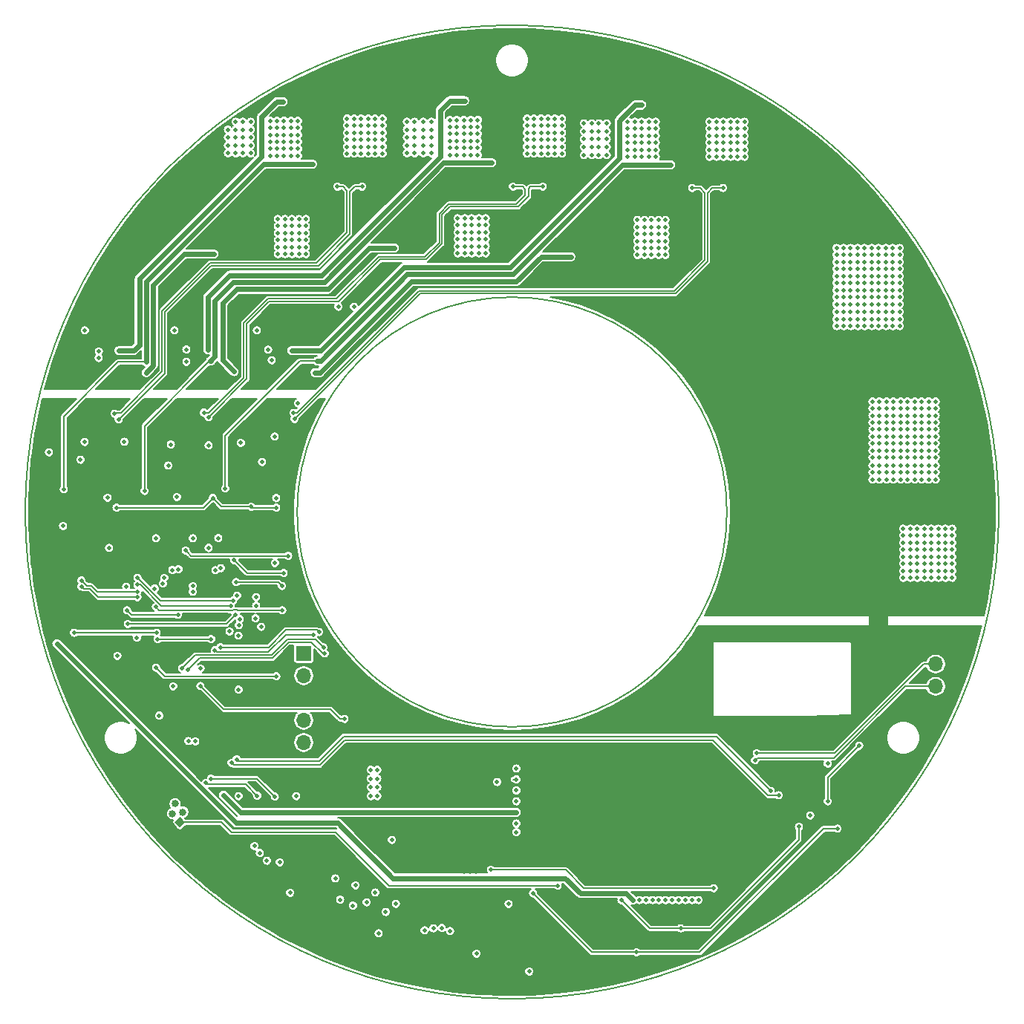
<source format=gbr>
%TF.GenerationSoftware,KiCad,Pcbnew,5.1.6+dfsg1-1*%
%TF.CreationDate,2021-01-25T10:35:49+01:00*%
%TF.ProjectId,gesc,67657363-2e6b-4696-9361-645f70636258,rev?*%
%TF.SameCoordinates,Original*%
%TF.FileFunction,Copper,L2,Inr*%
%TF.FilePolarity,Positive*%
%FSLAX46Y46*%
G04 Gerber Fmt 4.6, Leading zero omitted, Abs format (unit mm)*
G04 Created by KiCad (PCBNEW 5.1.6+dfsg1-1) date 2021-01-25 10:35:49*
%MOMM*%
%LPD*%
G01*
G04 APERTURE LIST*
%TA.AperFunction,Profile*%
%ADD10C,0.200000*%
%TD*%
%TA.AperFunction,ViaPad*%
%ADD11R,1.700000X1.700000*%
%TD*%
%TA.AperFunction,ViaPad*%
%ADD12O,1.700000X1.700000*%
%TD*%
%TA.AperFunction,ViaPad*%
%ADD13C,1.850000*%
%TD*%
%TA.AperFunction,ViaPad*%
%ADD14C,0.840000*%
%TD*%
%TA.AperFunction,ViaPad*%
%ADD15C,0.100000*%
%TD*%
%TA.AperFunction,ViaPad*%
%ADD16C,0.500000*%
%TD*%
%TA.AperFunction,Conductor*%
%ADD17C,0.150000*%
%TD*%
%TA.AperFunction,Conductor*%
%ADD18C,0.200000*%
%TD*%
%TA.AperFunction,Conductor*%
%ADD19C,0.600000*%
%TD*%
%TA.AperFunction,Conductor*%
%ADD20C,0.210000*%
%TD*%
G04 APERTURE END LIST*
D10*
X155499800Y-99999800D02*
G75*
G03*
X155499800Y-99999800I-55500000J0D01*
G01*
X124500000Y-100000000D02*
G75*
G03*
X124500000Y-100000000I-24500000J0D01*
G01*
D11*
X148299800Y-114799800D03*
D12*
X148299800Y-117339800D03*
X148299800Y-119879800D03*
X76249800Y-126284800D03*
X76249800Y-123744800D03*
X76249800Y-121204800D03*
X76249800Y-118664800D03*
D11*
X76249800Y-116124800D03*
D13*
X59051280Y-131604760D03*
X63835564Y-136918246D03*
D14*
X60410060Y-133442623D03*
X61588140Y-133256537D03*
X61279930Y-134408712D03*
X62458010Y-134222625D03*
%TA.AperFunction,ViaPad*%
D15*
G36*
X62742956Y-135405886D02*
G01*
X62118714Y-135967956D01*
X61556644Y-135343714D01*
X62180886Y-134781644D01*
X62742956Y-135405886D01*
G37*
%TD.AperFunction*%
D16*
X74489800Y-104999800D03*
X99599800Y-144689800D03*
X62799800Y-104399800D03*
X96499800Y-128699800D03*
X95599800Y-128699800D03*
X94799800Y-128699800D03*
X93999800Y-128699800D03*
X117399800Y-149699778D03*
X110299800Y-66799800D03*
X110299800Y-65899800D03*
X111099800Y-65899800D03*
X110299800Y-68599800D03*
X111099800Y-68599800D03*
X111099800Y-66799800D03*
X110299800Y-67699800D03*
X111099800Y-67699800D03*
X89899800Y-67599800D03*
X89899800Y-66699800D03*
X89899800Y-68499800D03*
X90699800Y-67599800D03*
X90699800Y-65799800D03*
X89899800Y-65799800D03*
X90699800Y-68499800D03*
X90699800Y-66699800D03*
X70199800Y-68399800D03*
X70199800Y-67499800D03*
X70199800Y-65699800D03*
X70199800Y-66599800D03*
X131399800Y-102099800D03*
X132199800Y-102099800D03*
X132999800Y-102099800D03*
X133799800Y-102099800D03*
X134599800Y-102099800D03*
X135399800Y-102099800D03*
X136199800Y-102099800D03*
X136999800Y-102099800D03*
X131399800Y-102899800D03*
X132199800Y-102899800D03*
X132999800Y-102899800D03*
X133799800Y-102899800D03*
X134599800Y-102899800D03*
X135399800Y-102899800D03*
X136199800Y-102899800D03*
X136999800Y-102899800D03*
X131399800Y-103699800D03*
X132199800Y-103699800D03*
X132999800Y-103699800D03*
X133799800Y-103699800D03*
X134599800Y-103699800D03*
X135399800Y-103699800D03*
X136199800Y-103699800D03*
X136999800Y-103699800D03*
X131399800Y-104499800D03*
X132199800Y-104499800D03*
X132999800Y-104499800D03*
X133799800Y-104499800D03*
X134599800Y-104499800D03*
X135399800Y-104499800D03*
X136199800Y-104499800D03*
X136999800Y-104499800D03*
X131399800Y-105299800D03*
X132199800Y-105299800D03*
X132999800Y-105299800D03*
X133799800Y-105299800D03*
X134599800Y-105299800D03*
X135399800Y-105299800D03*
X136199800Y-105299800D03*
X136999800Y-105299800D03*
X131399800Y-106099800D03*
X132199800Y-106099800D03*
X132999800Y-106099800D03*
X133799800Y-106099800D03*
X134599800Y-106099800D03*
X135399800Y-106099800D03*
X136199800Y-106099800D03*
X136999800Y-106099800D03*
X131399800Y-106899800D03*
X132199800Y-106899800D03*
X132999800Y-106899800D03*
X133799800Y-106899800D03*
X134599800Y-106899800D03*
X135399800Y-106899800D03*
X136199800Y-106899800D03*
X136999800Y-106899800D03*
X131399800Y-107699800D03*
X132199800Y-107699800D03*
X132999800Y-107699800D03*
X133799800Y-107699800D03*
X134599800Y-107699800D03*
X135399800Y-107699800D03*
X136199800Y-107699800D03*
X136999800Y-107699800D03*
X131799800Y-87499800D03*
X128599800Y-88299800D03*
X128599800Y-89099800D03*
X132599800Y-89099800D03*
X132599800Y-88299800D03*
X130999800Y-88299800D03*
X130999800Y-87499800D03*
X131799800Y-88299800D03*
X130199800Y-89099800D03*
X130199800Y-88299800D03*
X129399800Y-89099800D03*
X132599800Y-87499800D03*
X130999800Y-89099800D03*
X129399800Y-87499800D03*
X129399800Y-88299800D03*
X130199800Y-87499800D03*
X128599800Y-87499800D03*
X131799800Y-89099800D03*
X130199800Y-89899800D03*
X131799800Y-91499800D03*
X130999800Y-89899800D03*
X130199800Y-90699800D03*
X129399800Y-91499800D03*
X132599800Y-89899800D03*
X128599800Y-91499800D03*
X131799800Y-89899800D03*
X128599800Y-90699800D03*
X132599800Y-90699800D03*
X132599800Y-91499800D03*
X129399800Y-89899800D03*
X130199800Y-91499800D03*
X128599800Y-89899800D03*
X129399800Y-90699800D03*
X131799800Y-90699800D03*
X130999800Y-90699800D03*
X130999800Y-91499800D03*
X69449800Y-68399800D03*
X69449800Y-67499800D03*
X69449800Y-65699800D03*
X69449800Y-66599800D03*
X68699800Y-68399800D03*
X68699800Y-67499800D03*
X68699800Y-65699800D03*
X68699800Y-66599800D03*
X67949800Y-67499800D03*
X67949800Y-65699800D03*
X67949800Y-68399800D03*
X67949800Y-66599800D03*
X70199800Y-69149800D03*
X68699800Y-69149800D03*
X69449800Y-69149800D03*
X67949800Y-69149800D03*
X89899800Y-69299800D03*
X90699800Y-69299800D03*
X88299800Y-67599800D03*
X88299800Y-66699800D03*
X88299800Y-68499800D03*
X89099800Y-67599800D03*
X89099800Y-65799800D03*
X88299800Y-65799800D03*
X89099800Y-68499800D03*
X89099800Y-66699800D03*
X88299800Y-69299800D03*
X89099800Y-69299800D03*
X108699800Y-66799800D03*
X108699800Y-65899800D03*
X109499800Y-65899800D03*
X108699800Y-68599800D03*
X109499800Y-68599800D03*
X109499800Y-66799800D03*
X108699800Y-67699800D03*
X109499800Y-67699800D03*
X110299800Y-69399800D03*
X111099800Y-69399800D03*
X108699800Y-69399800D03*
X109499800Y-69399800D03*
X50199800Y-84099800D03*
X131799800Y-92299800D03*
X132599800Y-93899800D03*
X132599800Y-93099800D03*
X130999800Y-93099800D03*
X130999800Y-92299800D03*
X131799800Y-93099800D03*
X130199800Y-93899800D03*
X130199800Y-93099800D03*
X129399800Y-93899800D03*
X132599800Y-92299800D03*
X130999800Y-93899800D03*
X130199800Y-92299800D03*
X131799800Y-93899800D03*
X128599800Y-93099800D03*
X128599800Y-93899800D03*
X129399800Y-92299800D03*
X129399800Y-93099800D03*
X128599800Y-92299800D03*
X130199800Y-94699800D03*
X131799800Y-96299800D03*
X130999800Y-94699800D03*
X130199800Y-95499800D03*
X129399800Y-96299800D03*
X132599800Y-94699800D03*
X128599800Y-96299800D03*
X131799800Y-94699800D03*
X128599800Y-95499800D03*
X132599800Y-95499800D03*
X132599800Y-96299800D03*
X129399800Y-94699800D03*
X130199800Y-96299800D03*
X128599800Y-94699800D03*
X129399800Y-95499800D03*
X131799800Y-95499800D03*
X130999800Y-95499800D03*
X130999800Y-96299800D03*
X134099800Y-87499800D03*
X134899800Y-89099800D03*
X134899800Y-88299800D03*
X133299800Y-88299800D03*
X133299800Y-87499800D03*
X134099800Y-88299800D03*
X133299800Y-89099800D03*
X134099800Y-89099800D03*
X134099800Y-91499800D03*
X133299800Y-89899800D03*
X134899800Y-89899800D03*
X134099800Y-89899800D03*
X134899800Y-90699800D03*
X134899800Y-91499800D03*
X134099800Y-90699800D03*
X133299800Y-90699800D03*
X133299800Y-91499800D03*
X134099800Y-93899800D03*
X134099800Y-94699800D03*
X133299800Y-93099800D03*
X133299800Y-92299800D03*
X134099800Y-95499800D03*
X134899800Y-93099800D03*
X134899800Y-96299800D03*
X134099800Y-96299800D03*
X134099800Y-93099800D03*
X133299800Y-93899800D03*
X133299800Y-96299800D03*
X134899800Y-94699800D03*
X133299800Y-94699800D03*
X133299800Y-95499800D03*
X134899800Y-95499800D03*
X134899800Y-92299800D03*
X134899800Y-93899800D03*
X134099800Y-92299800D03*
X135699800Y-89899800D03*
X135699800Y-95499800D03*
X135699800Y-93099800D03*
X135699800Y-91499800D03*
X135699800Y-92299800D03*
X135699800Y-93899800D03*
X135699800Y-90699800D03*
X135699800Y-96299800D03*
X135699800Y-94699800D03*
X135699800Y-88299800D03*
X135699800Y-89099800D03*
X135699800Y-87499800D03*
X134899800Y-87499800D03*
X122899800Y-133099800D03*
X122899800Y-133799800D03*
X122899800Y-134499800D03*
X122899800Y-135299800D03*
X95899800Y-140999800D03*
X95199800Y-140999800D03*
X94499800Y-140999800D03*
X124499800Y-77899800D03*
X128499800Y-77899800D03*
X128499800Y-78699800D03*
X125299800Y-77099800D03*
X126099800Y-78699800D03*
X124499800Y-77099800D03*
X125299800Y-77899800D03*
X127699800Y-77899800D03*
X126899800Y-77899800D03*
X126899800Y-78699800D03*
X129999800Y-69899800D03*
X130799800Y-71499800D03*
X130799800Y-70699800D03*
X129199800Y-70699800D03*
X129199800Y-69899800D03*
X129999800Y-70699800D03*
X129199800Y-71499800D03*
X129999800Y-71499800D03*
X129999800Y-73899800D03*
X129199800Y-72299800D03*
X130799800Y-72299800D03*
X129999800Y-72299800D03*
X130799800Y-73099800D03*
X130799800Y-73899800D03*
X129999800Y-73099800D03*
X129199800Y-73099800D03*
X129199800Y-73899800D03*
X129999800Y-76299800D03*
X129999800Y-77099800D03*
X129199800Y-75499800D03*
X129199800Y-74699800D03*
X129999800Y-77899800D03*
X130799800Y-75499800D03*
X130799800Y-78699800D03*
X129999800Y-78699800D03*
X129999800Y-75499800D03*
X129199800Y-76299800D03*
X129199800Y-78699800D03*
X130799800Y-77099800D03*
X129199800Y-77099800D03*
X129199800Y-77899800D03*
X130799800Y-77899800D03*
X130799800Y-74699800D03*
X130799800Y-76299800D03*
X129999800Y-74699800D03*
X131599800Y-72299800D03*
X131599800Y-77899800D03*
X131599800Y-75499800D03*
X131599800Y-73899800D03*
X131599800Y-74699800D03*
X131599800Y-76299800D03*
X131599800Y-73099800D03*
X131599800Y-78699800D03*
X131599800Y-77099800D03*
X131599800Y-70699800D03*
X131599800Y-71499800D03*
X131599800Y-69899800D03*
X130799800Y-69899800D03*
X127699800Y-74699800D03*
X128499800Y-76299800D03*
X128499800Y-75499800D03*
X126899800Y-75499800D03*
X126899800Y-74699800D03*
X127699800Y-75499800D03*
X126099800Y-76299800D03*
X126099800Y-75499800D03*
X125299800Y-76299800D03*
X128499800Y-74699800D03*
X126899800Y-76299800D03*
X126099800Y-74699800D03*
X127699800Y-76299800D03*
X124499800Y-75499800D03*
X124499800Y-76299800D03*
X125299800Y-74699800D03*
X125299800Y-75499800D03*
X124499800Y-74699800D03*
X126099800Y-77099800D03*
X127699800Y-78699800D03*
X126899800Y-77099800D03*
X126099800Y-77899800D03*
X125299800Y-78699800D03*
X128499800Y-77099800D03*
X124499800Y-78699800D03*
X127699800Y-77099800D03*
X127699800Y-69899800D03*
X124499800Y-70699800D03*
X124499800Y-71499800D03*
X128499800Y-71499800D03*
X128499800Y-70699800D03*
X126899800Y-70699800D03*
X126899800Y-69899800D03*
X127699800Y-70699800D03*
X126099800Y-71499800D03*
X126099800Y-70699800D03*
X125299800Y-71499800D03*
X128499800Y-69899800D03*
X126899800Y-71499800D03*
X125299800Y-69899800D03*
X125299800Y-70699800D03*
X126099800Y-69899800D03*
X124499800Y-69899800D03*
X127699800Y-71499800D03*
X126099800Y-72299800D03*
X127699800Y-73899800D03*
X126899800Y-72299800D03*
X126099800Y-73099800D03*
X125299800Y-73899800D03*
X128499800Y-72299800D03*
X124499800Y-73899800D03*
X127699800Y-72299800D03*
X124499800Y-73099800D03*
X128499800Y-73099800D03*
X128499800Y-73899800D03*
X125299800Y-72299800D03*
X126099800Y-73899800D03*
X124499800Y-72299800D03*
X125299800Y-73099800D03*
X127699800Y-73099800D03*
X126899800Y-73099800D03*
X126899800Y-73899800D03*
X111099800Y-141199800D03*
X111799800Y-139899800D03*
X111099800Y-139899800D03*
X111099800Y-140599800D03*
X63337307Y-79437307D03*
X53299800Y-76399800D03*
X70899800Y-84999800D03*
X62703131Y-83832452D03*
X61499799Y-84799801D03*
X78899800Y-77899800D03*
X72837300Y-79337300D03*
X85599800Y-145599800D03*
X64469800Y-119849800D03*
X80899800Y-123599800D03*
X50899800Y-107799800D03*
X57299790Y-109069891D03*
X73799800Y-111199800D03*
X59381064Y-110818532D03*
X53874200Y-98374200D03*
X63599800Y-102999800D03*
X59779800Y-123219800D03*
X54059800Y-104099800D03*
X54999800Y-116409800D03*
X74699800Y-143429800D03*
X79849800Y-141769800D03*
X82149800Y-142569800D03*
X84409800Y-143389800D03*
X86759800Y-144669800D03*
X84789800Y-148049800D03*
X95939800Y-150359800D03*
X101959800Y-152399800D03*
X83899800Y-132399800D03*
X84649800Y-132399800D03*
X84649800Y-131399800D03*
X83899800Y-131399800D03*
X84649800Y-130399800D03*
X83899800Y-130399800D03*
X84649800Y-129399800D03*
X83899800Y-129399800D03*
X61799800Y-98299800D03*
X133999800Y-134599800D03*
X73099808Y-98399800D03*
X72974821Y-105824790D03*
X80199800Y-76599800D03*
X47199800Y-93199800D03*
X51265807Y-92006000D03*
X61099800Y-92299800D03*
X55799800Y-91999800D03*
X69074800Y-92124802D03*
X75599800Y-87599800D03*
X75399800Y-132399800D03*
X86299800Y-137399800D03*
X98299800Y-130799800D03*
X135999800Y-128699800D03*
X72924821Y-91399800D03*
X61374790Y-119879800D03*
X68824779Y-120249800D03*
X68824779Y-132399800D03*
X55999790Y-108529800D03*
X50799800Y-94037300D03*
X56099800Y-111199800D03*
X60799800Y-94693600D03*
X61899800Y-111724810D03*
X56199800Y-112769800D03*
X71499800Y-94299800D03*
X68479901Y-111703522D03*
X73129300Y-118729300D03*
X81974800Y-76599800D03*
X59417749Y-117749800D03*
X83419800Y-144499800D03*
X70762709Y-112118819D03*
X81859800Y-144879800D03*
X68957924Y-112214903D03*
X80409800Y-144199800D03*
X68845267Y-112905790D03*
X92929800Y-147789800D03*
X77990525Y-113693056D03*
X66731598Y-115416343D03*
X91989800Y-147429800D03*
X78506066Y-115443534D03*
X62369809Y-117819798D03*
X91029800Y-147479800D03*
X78654518Y-116127624D03*
X63050918Y-117981372D03*
X90019800Y-147709800D03*
X66126821Y-115768852D03*
X77349800Y-113974991D03*
X70629800Y-138099800D03*
X60358786Y-107519531D03*
X71239800Y-138879800D03*
X60199800Y-108149800D03*
X72049802Y-139769800D03*
X59265918Y-108723441D03*
X68324779Y-105499800D03*
X73949800Y-106949800D03*
X68524779Y-107999800D03*
X73770212Y-108439388D03*
X127699800Y-128299800D03*
X63089800Y-126119800D03*
X63599800Y-108449787D03*
X63869800Y-126159800D03*
X63599800Y-109099800D03*
X73509800Y-139949800D03*
X64489800Y-117849800D03*
X52899800Y-81699800D03*
X57299800Y-107499800D03*
X68206723Y-110084064D03*
X62864800Y-81464800D03*
X68656805Y-109547927D03*
X70824790Y-109698896D03*
X72199800Y-81499800D03*
X81199800Y-59149800D03*
X82799800Y-57549800D03*
X81199800Y-58349800D03*
X84399800Y-55149800D03*
X84399800Y-56749800D03*
X84399800Y-58349800D03*
X81199800Y-57549800D03*
X82799800Y-56749800D03*
X81199800Y-55949800D03*
X81999800Y-57549800D03*
X81999800Y-56749800D03*
X81999800Y-58349800D03*
X82799800Y-55149800D03*
X84399800Y-57549800D03*
X82799800Y-59149800D03*
X81199800Y-56749800D03*
X81999800Y-59149800D03*
X83599800Y-59149800D03*
X81999800Y-55149800D03*
X83599800Y-55949800D03*
X83599800Y-55149800D03*
X81999800Y-55949800D03*
X82799800Y-55949800D03*
X83599800Y-57549800D03*
X84399800Y-59149800D03*
X82799800Y-58349800D03*
X83599800Y-56749800D03*
X81199800Y-55149800D03*
X83599800Y-58349800D03*
X84399800Y-55949800D03*
X85249800Y-55149800D03*
X85249800Y-59149800D03*
X85249800Y-55949800D03*
X85249800Y-57549800D03*
X85249800Y-56749800D03*
X85249800Y-58349800D03*
X55149798Y-89449802D03*
X82899800Y-62899800D03*
X105699800Y-56749800D03*
X104899800Y-58349800D03*
X104899800Y-57549800D03*
X101699800Y-59149800D03*
X101699800Y-56749800D03*
X105699800Y-59149800D03*
X101699800Y-57549800D03*
X104099800Y-56749800D03*
X104099800Y-59149800D03*
X102499800Y-56749800D03*
X104099800Y-55949800D03*
X104899800Y-55149800D03*
X103299800Y-55149800D03*
X103299800Y-55949800D03*
X101699800Y-58349800D03*
X104099800Y-58349800D03*
X102499800Y-59149800D03*
X104099800Y-57549800D03*
X101699800Y-55149800D03*
X105699800Y-55949800D03*
X104899800Y-59149800D03*
X104899800Y-55949800D03*
X103299800Y-57549800D03*
X102499800Y-57549800D03*
X102499800Y-58349800D03*
X102499800Y-55149800D03*
X104899800Y-56749800D03*
X104099800Y-55149800D03*
X105699800Y-57549800D03*
X103299800Y-58349800D03*
X102499800Y-55949800D03*
X105699800Y-58349800D03*
X101699800Y-55949800D03*
X103299800Y-56749800D03*
X103299800Y-59149800D03*
X105699800Y-55149800D03*
X103499800Y-62899800D03*
X65399800Y-89199800D03*
X66189800Y-106648331D03*
X67999800Y-128599800D03*
X130399800Y-132299800D03*
X68599800Y-128199800D03*
X66799800Y-106399800D03*
X129499800Y-131799800D03*
X65399810Y-104083186D03*
X65399800Y-92399800D03*
X124899800Y-55499800D03*
X123299800Y-57899800D03*
X126499800Y-57899800D03*
X122499800Y-58699800D03*
X125699800Y-55499800D03*
X126499800Y-55499800D03*
X123299800Y-59499800D03*
X124099800Y-59499800D03*
X124899800Y-59499800D03*
X125699800Y-59499800D03*
X126499800Y-59499800D03*
X122499800Y-57099800D03*
X123299800Y-57099800D03*
X124099800Y-57099800D03*
X124899800Y-57099800D03*
X122499800Y-57899800D03*
X124099800Y-57899800D03*
X124899800Y-57899800D03*
X125699800Y-57899800D03*
X122499800Y-56299800D03*
X126499800Y-58699800D03*
X122499800Y-59499800D03*
X123299800Y-58699800D03*
X124099800Y-58699800D03*
X124899800Y-58699800D03*
X125699800Y-58699800D03*
X125699800Y-56299800D03*
X126499800Y-56299800D03*
X123299800Y-55499800D03*
X122499800Y-55499800D03*
X123299800Y-56299800D03*
X124099800Y-56299800D03*
X124899800Y-56299800D03*
X124099800Y-55499800D03*
X125699800Y-57099800D03*
X126499800Y-57099800D03*
X75199800Y-89399800D03*
X124049800Y-63049800D03*
X146999800Y-101899800D03*
X147799800Y-107499800D03*
X148599800Y-107499800D03*
X149399800Y-107499800D03*
X150199800Y-107499800D03*
X147799800Y-102699800D03*
X146199800Y-105099800D03*
X145399800Y-101899800D03*
X147799800Y-101899800D03*
X144599800Y-101899800D03*
X148599800Y-101899800D03*
X149399800Y-105099800D03*
X150199800Y-105099800D03*
X144599800Y-105899800D03*
X145399800Y-105899800D03*
X148599800Y-102699800D03*
X149399800Y-102699800D03*
X146199800Y-106699800D03*
X146999800Y-106699800D03*
X147799800Y-106699800D03*
X148599800Y-106699800D03*
X149399800Y-106699800D03*
X145399800Y-104299800D03*
X146199800Y-104299800D03*
X146999800Y-104299800D03*
X147799800Y-104299800D03*
X145399800Y-105099800D03*
X146999800Y-105099800D03*
X147799800Y-105099800D03*
X148599800Y-105099800D03*
X144599800Y-103499800D03*
X145399800Y-103499800D03*
X144599800Y-102699800D03*
X149399800Y-105899800D03*
X150199800Y-105899800D03*
X144599800Y-106699800D03*
X145399800Y-106699800D03*
X150199800Y-106699800D03*
X144599800Y-107499800D03*
X145399800Y-107499800D03*
X146199800Y-107499800D03*
X146999800Y-107499800D03*
X146199800Y-105899800D03*
X146999800Y-105899800D03*
X147799800Y-105899800D03*
X148599800Y-105899800D03*
X148599800Y-103499800D03*
X149399800Y-103499800D03*
X150199800Y-103499800D03*
X144599800Y-104299800D03*
X146199800Y-102699800D03*
X145399800Y-102699800D03*
X149399800Y-101899800D03*
X146199800Y-103499800D03*
X146999800Y-103499800D03*
X147799800Y-103499800D03*
X146999800Y-102699800D03*
X146199800Y-101899800D03*
X148599800Y-104299800D03*
X149399800Y-104299800D03*
X150199800Y-104299800D03*
X144599800Y-105099800D03*
X150199800Y-101899800D03*
X150199800Y-102699800D03*
X118999800Y-144249800D03*
X118249800Y-144249800D03*
X117499800Y-144249800D03*
X113749800Y-144249800D03*
X114499800Y-144249800D03*
X115249800Y-144249800D03*
X115999800Y-144249800D03*
X116749800Y-144249800D03*
X121249800Y-144249800D03*
X120499800Y-144249800D03*
X119749800Y-144249800D03*
X135999800Y-132999800D03*
X109899800Y-55699800D03*
X109899800Y-56599800D03*
X109899800Y-58399800D03*
X110799800Y-58399800D03*
X110799800Y-55699800D03*
X110799800Y-59299800D03*
X109899800Y-57499800D03*
X110799800Y-57499800D03*
X110799800Y-56599800D03*
X109899800Y-59299800D03*
X90799800Y-59099800D03*
X89899800Y-56399800D03*
X89899800Y-59099800D03*
X89899800Y-55499800D03*
X90799800Y-57299800D03*
X90799800Y-56399800D03*
X89899800Y-57299800D03*
X89899800Y-58199800D03*
X90799800Y-55499800D03*
X90799800Y-58199800D03*
X69299800Y-56399800D03*
X69299800Y-55499800D03*
X69299800Y-59099800D03*
X70199800Y-58199800D03*
X70199800Y-59099800D03*
X70199800Y-57299800D03*
X69299800Y-57299800D03*
X70199800Y-55499800D03*
X69299800Y-58199800D03*
X70199800Y-56399800D03*
X113199800Y-56299800D03*
X113999800Y-59499800D03*
X115599800Y-57899800D03*
X116399800Y-58699800D03*
X113999800Y-55499800D03*
X114799800Y-58699800D03*
X115599800Y-57099800D03*
X114799800Y-55499800D03*
X115599800Y-56299800D03*
X113199800Y-55499800D03*
X113199800Y-57099800D03*
X114799800Y-56299800D03*
X115599800Y-59499800D03*
X116399800Y-55499800D03*
X114799800Y-57099800D03*
X113999800Y-58699800D03*
X113999800Y-57899800D03*
X116399800Y-59499800D03*
X116399800Y-56299800D03*
X115599800Y-58699800D03*
X113999800Y-56299800D03*
X113199800Y-57899800D03*
X114799800Y-57899800D03*
X115599800Y-55499800D03*
X116399800Y-57899800D03*
X114799800Y-59499800D03*
X113199800Y-59499800D03*
X116399800Y-57099800D03*
X113199800Y-58699800D03*
X113999800Y-57099800D03*
X94499800Y-55299800D03*
X92899800Y-56099800D03*
X93699800Y-55299800D03*
X92899800Y-56899800D03*
X94499800Y-56899800D03*
X96099800Y-55299800D03*
X92899800Y-59299800D03*
X96099800Y-59299800D03*
X96099800Y-57699800D03*
X92899800Y-57699800D03*
X93699800Y-59299800D03*
X95299800Y-56099800D03*
X95299800Y-58499800D03*
X96099800Y-56899800D03*
X95299800Y-56899800D03*
X93699800Y-56899800D03*
X95299800Y-57699800D03*
X93699800Y-57699800D03*
X94499800Y-58499800D03*
X94499800Y-57699800D03*
X95299800Y-59299800D03*
X93699800Y-56099800D03*
X94499800Y-56099800D03*
X92899800Y-58499800D03*
X96099800Y-56099800D03*
X93699800Y-58499800D03*
X95299800Y-55299800D03*
X94499800Y-59299800D03*
X96099800Y-58499800D03*
X92899800Y-55299800D03*
X74799800Y-59399800D03*
X72399800Y-56199800D03*
X73199800Y-55399800D03*
X73199800Y-57799800D03*
X75599800Y-56999800D03*
X73199800Y-56999800D03*
X75599800Y-58599800D03*
X72399800Y-58599800D03*
X75599800Y-55399800D03*
X72399800Y-57799800D03*
X73999800Y-59399800D03*
X74799800Y-57799800D03*
X75599800Y-59399800D03*
X73199800Y-58599800D03*
X72399800Y-55399800D03*
X73999800Y-57799800D03*
X72399800Y-56999800D03*
X73999800Y-55399800D03*
X74799800Y-58599800D03*
X73199800Y-59399800D03*
X74799800Y-56199800D03*
X73999800Y-58599800D03*
X73999800Y-56199800D03*
X73199800Y-56199800D03*
X74799800Y-55399800D03*
X74799800Y-56999800D03*
X75599800Y-57799800D03*
X75599800Y-56199800D03*
X73999800Y-56999800D03*
X72399800Y-59399800D03*
X144299800Y-91399800D03*
X144299800Y-89799800D03*
X145099800Y-89799800D03*
X141899800Y-90599800D03*
X143499800Y-91399800D03*
X145099800Y-91399800D03*
X141899800Y-89799800D03*
X141099800Y-90599800D03*
X145099800Y-90599800D03*
X143499800Y-90599800D03*
X143499800Y-89799800D03*
X144299800Y-90599800D03*
X142699800Y-91399800D03*
X141099800Y-89799800D03*
X141899800Y-91399800D03*
X141099800Y-91399800D03*
X142699800Y-90599800D03*
X142699800Y-89799800D03*
X142699800Y-93799800D03*
X145099800Y-92999800D03*
X141899800Y-93799800D03*
X144299800Y-92199800D03*
X141099800Y-92199800D03*
X141899800Y-92199800D03*
X144299800Y-92999800D03*
X143499800Y-92999800D03*
X141899800Y-92999800D03*
X143499800Y-93799800D03*
X142699800Y-92999800D03*
X141099800Y-92999800D03*
X143499800Y-92199800D03*
X145099800Y-92199800D03*
X141099800Y-93799800D03*
X144299800Y-93799800D03*
X142699800Y-92199800D03*
X145099800Y-93799800D03*
X144299800Y-95499800D03*
X141899800Y-96299800D03*
X141899800Y-95499800D03*
X141899800Y-94699800D03*
X141099800Y-94699800D03*
X141099800Y-96299800D03*
X144299800Y-96299800D03*
X143499800Y-96299800D03*
X145099800Y-95499800D03*
X143499800Y-94699800D03*
X141099800Y-95499800D03*
X145099800Y-94699800D03*
X142699800Y-94699800D03*
X145099800Y-96299800D03*
X143499800Y-95499800D03*
X142699800Y-95499800D03*
X144299800Y-94699800D03*
X142699800Y-96299800D03*
X141099800Y-88199800D03*
X143499800Y-88999800D03*
X141899800Y-88199800D03*
X144299800Y-88999800D03*
X144299800Y-88199800D03*
X141899800Y-88999800D03*
X142699800Y-88199800D03*
X143499800Y-88199800D03*
X141099800Y-88999800D03*
X142699800Y-88999800D03*
X145099800Y-88999800D03*
X145099800Y-88199800D03*
X142699800Y-87399800D03*
X141899800Y-87399800D03*
X141099800Y-87399800D03*
X144299800Y-87399800D03*
X145099800Y-87399800D03*
X143499800Y-87399800D03*
X147499800Y-94699800D03*
X146699800Y-90599800D03*
X147499800Y-93799800D03*
X148299800Y-92999800D03*
X147499800Y-96299800D03*
X148299800Y-92199800D03*
X148299800Y-91399800D03*
X146699800Y-96299800D03*
X147499800Y-90599800D03*
X147499800Y-87399800D03*
X148299800Y-87399800D03*
X147499800Y-89799800D03*
X146699800Y-88999800D03*
X145899800Y-88199800D03*
X145899800Y-94699800D03*
X146699800Y-95499800D03*
X145899800Y-89799800D03*
X146699800Y-89799800D03*
X146699800Y-93799800D03*
X146699800Y-92999800D03*
X145899800Y-92999800D03*
X147499800Y-95499800D03*
X148299800Y-95499800D03*
X147499800Y-92199800D03*
X148299800Y-93799800D03*
X146699800Y-91399800D03*
X146699800Y-94699800D03*
X148299800Y-96299800D03*
X147499800Y-92999800D03*
X145899800Y-95499800D03*
X145899800Y-93799800D03*
X145899800Y-96299800D03*
X145899800Y-90599800D03*
X146699800Y-92199800D03*
X148299800Y-94699800D03*
X148299800Y-90599800D03*
X145899800Y-92199800D03*
X145899800Y-91399800D03*
X145899800Y-87399800D03*
X148299800Y-89799800D03*
X147499800Y-88999800D03*
X147499800Y-88199800D03*
X147499800Y-91399800D03*
X145899800Y-88999800D03*
X148299800Y-88999800D03*
X148299800Y-88199800D03*
X146699800Y-87399800D03*
X146699800Y-88199800D03*
X137799800Y-69899800D03*
X144199800Y-76299800D03*
X136999800Y-72299800D03*
X141799800Y-72299800D03*
X140199800Y-77199800D03*
X139399800Y-73099800D03*
X142599800Y-78799800D03*
X140199800Y-76299800D03*
X137799800Y-72299800D03*
X140999800Y-75499800D03*
X143399800Y-72299800D03*
X140199800Y-78799800D03*
X140999800Y-74699800D03*
X140999800Y-73899800D03*
X136999800Y-78799800D03*
X139399800Y-78799800D03*
X140199800Y-73099800D03*
X143399800Y-70699800D03*
X140199800Y-69899800D03*
X142599800Y-71499800D03*
X140999800Y-69899800D03*
X142599800Y-74699800D03*
X144199800Y-72299800D03*
X143399800Y-77199800D03*
X141799800Y-76299800D03*
X144199800Y-77199800D03*
X143399800Y-74699800D03*
X140199800Y-72299800D03*
X139399800Y-71499800D03*
X143399800Y-71499800D03*
X137799800Y-73099800D03*
X141799800Y-73099800D03*
X143399800Y-73099800D03*
X143399800Y-77999800D03*
X141799800Y-78799800D03*
X143399800Y-76299800D03*
X142599800Y-72299800D03*
X142599800Y-77999800D03*
X141799800Y-71499800D03*
X141799800Y-74699800D03*
X138599800Y-70699800D03*
X142599800Y-73899800D03*
X144199800Y-78799800D03*
X138599800Y-77199800D03*
X139399800Y-77999800D03*
X138599800Y-72299800D03*
X136999800Y-77999800D03*
X139399800Y-72299800D03*
X136999800Y-75499800D03*
X139399800Y-76299800D03*
X137799800Y-74699800D03*
X144199800Y-73899800D03*
X139399800Y-75499800D03*
X138599800Y-75499800D03*
X140199800Y-77999800D03*
X140999800Y-77999800D03*
X136999800Y-77199800D03*
X136999800Y-73899800D03*
X140199800Y-74699800D03*
X140999800Y-76299800D03*
X137799800Y-76299800D03*
X139399800Y-73899800D03*
X137799800Y-77199800D03*
X139399800Y-77199800D03*
X136999800Y-76299800D03*
X137799800Y-77999800D03*
X140999800Y-78799800D03*
X137799800Y-78799800D03*
X140199800Y-75499800D03*
X138599800Y-77999800D03*
X138599800Y-76299800D03*
X136999800Y-74699800D03*
X137799800Y-70699800D03*
X137799800Y-75499800D03*
X138599800Y-78799800D03*
X136999800Y-73099800D03*
X138599800Y-73099800D03*
X139399800Y-74699800D03*
X137799800Y-73899800D03*
X140999800Y-77199800D03*
X140999800Y-73099800D03*
X141799800Y-69899800D03*
X138599800Y-74699800D03*
X144199800Y-74699800D03*
X138599800Y-73899800D03*
X141799800Y-70699800D03*
X136999800Y-70699800D03*
X144199800Y-75499800D03*
X138599800Y-69899800D03*
X142599800Y-77199800D03*
X144199800Y-69899800D03*
X140999800Y-72299800D03*
X143399800Y-75499800D03*
X144199800Y-77999800D03*
X142599800Y-75499800D03*
X140199800Y-71499800D03*
X143399800Y-78799800D03*
X142599800Y-76299800D03*
X143399800Y-73899800D03*
X136999800Y-71499800D03*
X140199800Y-70699800D03*
X140199800Y-73899800D03*
X143399800Y-69899800D03*
X138599800Y-71499800D03*
X137799800Y-71499800D03*
X141799800Y-73899800D03*
X140999800Y-71499800D03*
X142599800Y-73099800D03*
X140999800Y-70699800D03*
X142599800Y-70699800D03*
X141799800Y-77999800D03*
X144199800Y-73099800D03*
X142599800Y-69899800D03*
X141799800Y-77199800D03*
X139399800Y-69899800D03*
X136999800Y-69899800D03*
X139399800Y-70699800D03*
X144199800Y-70699800D03*
X144199800Y-71499800D03*
X141799800Y-75499800D03*
X108199800Y-55699800D03*
X108199800Y-56599800D03*
X108199800Y-58399800D03*
X109099800Y-58399800D03*
X109099800Y-55699800D03*
X109099800Y-59299800D03*
X108199800Y-57499800D03*
X109099800Y-57499800D03*
X109099800Y-56599800D03*
X108199800Y-59299800D03*
X88899800Y-59099800D03*
X87999800Y-56399800D03*
X87999800Y-59099800D03*
X87999800Y-55499800D03*
X88899800Y-57299800D03*
X88899800Y-56399800D03*
X87999800Y-57299800D03*
X87999800Y-58199800D03*
X88899800Y-55499800D03*
X88899800Y-58199800D03*
X67599800Y-56399800D03*
X67599800Y-59099800D03*
X68499800Y-58199800D03*
X68499800Y-59099800D03*
X68499800Y-57299800D03*
X67599800Y-57299800D03*
X68499800Y-55499800D03*
X67599800Y-58199800D03*
X68499800Y-56399800D03*
X139599800Y-126649800D03*
X48099788Y-114999812D03*
X115099800Y-69099800D03*
X116699800Y-66699800D03*
X115099800Y-69899800D03*
X117499800Y-69099800D03*
X114299800Y-66699800D03*
X115899800Y-69099800D03*
X117499800Y-68299800D03*
X116699800Y-67499800D03*
X116699800Y-68299800D03*
X115899800Y-66699800D03*
X115099800Y-70699800D03*
X117499800Y-70699800D03*
X117499800Y-69899800D03*
X115099800Y-67499800D03*
X114299800Y-69899800D03*
X116699800Y-69899800D03*
X114299800Y-70699800D03*
X115899800Y-69899800D03*
X115899800Y-70699800D03*
X114299800Y-67499800D03*
X115899800Y-67499800D03*
X117499800Y-67499800D03*
X114299800Y-69099800D03*
X116699800Y-70699800D03*
X114299800Y-68299800D03*
X115899800Y-68299800D03*
X115099800Y-66699800D03*
X117499800Y-66699800D03*
X115099800Y-68299800D03*
X116699800Y-69099800D03*
X67302780Y-97305696D03*
X118099800Y-60399800D03*
X77799804Y-82799800D03*
X75099800Y-88699800D03*
X120549800Y-63049800D03*
X95399800Y-67299800D03*
X96199800Y-69699800D03*
X96199800Y-68099800D03*
X96999800Y-70499800D03*
X94599800Y-70499800D03*
X96999800Y-66499800D03*
X96999800Y-69699800D03*
X96999800Y-68899800D03*
X95399800Y-70499800D03*
X96199800Y-68899800D03*
X96999800Y-68099800D03*
X95399800Y-68099800D03*
X93799800Y-66499800D03*
X95399800Y-66499800D03*
X94599800Y-67299800D03*
X94599800Y-69699800D03*
X94599800Y-66499800D03*
X93799800Y-69699800D03*
X96199800Y-70499800D03*
X93799800Y-68099800D03*
X96199800Y-67299800D03*
X96199800Y-66499800D03*
X93799800Y-67299800D03*
X93799800Y-70499800D03*
X94599800Y-68099800D03*
X95399800Y-69699800D03*
X93799800Y-68899800D03*
X94599800Y-68899800D03*
X96999800Y-67299800D03*
X95399800Y-68899800D03*
X58099804Y-97599800D03*
X97699800Y-60199800D03*
X100099800Y-62899800D03*
X64860956Y-88676283D03*
X65599800Y-82799802D03*
X76499800Y-68199800D03*
X73299800Y-68199800D03*
X73299800Y-67399800D03*
X76499800Y-69799800D03*
X73299800Y-69799800D03*
X76499800Y-68999800D03*
X74899800Y-70599800D03*
X75699800Y-69799800D03*
X74099800Y-68999800D03*
X75699800Y-67399800D03*
X76499800Y-70599800D03*
X74899800Y-67399800D03*
X73299800Y-70599800D03*
X74899800Y-66599800D03*
X74099800Y-70599800D03*
X75699800Y-68199800D03*
X74099800Y-66599800D03*
X74899800Y-69799800D03*
X74899800Y-68999800D03*
X75699800Y-68999800D03*
X74899800Y-68199800D03*
X74099800Y-69799800D03*
X75699800Y-66599800D03*
X76499800Y-67399800D03*
X75699800Y-70599800D03*
X74099800Y-67399800D03*
X73299800Y-68999800D03*
X73299800Y-66599800D03*
X76499800Y-66599800D03*
X74099800Y-68199800D03*
X48899800Y-97399800D03*
X58299800Y-82899800D03*
X77249809Y-60349809D03*
X80099800Y-62899800D03*
X54699164Y-88799588D03*
X54899796Y-99499800D03*
X70269800Y-99399800D03*
X73099800Y-99499800D03*
X65879799Y-98414816D03*
X70824790Y-110674790D03*
X94599800Y-53099800D03*
X65299800Y-81499800D03*
X100499800Y-136499800D03*
X100499800Y-135499800D03*
X100499800Y-134249800D03*
X100499800Y-132999800D03*
X100499800Y-131749800D03*
X100499800Y-130499800D03*
X100499800Y-129249800D03*
X137099800Y-136099800D03*
X114199800Y-150199802D03*
X67099800Y-132299800D03*
X102399796Y-143499800D03*
X61499800Y-79299812D03*
X51299798Y-79299800D03*
X70899800Y-79299810D03*
X122999800Y-142899800D03*
X97599800Y-140799800D03*
X58299804Y-84099800D03*
X65999800Y-70599800D03*
X73899800Y-53199800D03*
X55199800Y-81599800D03*
X106699844Y-70899800D03*
X77528513Y-84104800D03*
X114799800Y-53599800D03*
X74899800Y-81599800D03*
X65689800Y-114484800D03*
X59599800Y-114484800D03*
X66499780Y-102974924D03*
X59399800Y-102999800D03*
X57239800Y-114319800D03*
X48799800Y-101599806D03*
X59469804Y-113779804D03*
X50049800Y-113779800D03*
X86599800Y-69899800D03*
X68299804Y-83999800D03*
X67799800Y-113624802D03*
X62870398Y-82879454D03*
X68799800Y-114099802D03*
X52863916Y-82435682D03*
X57299789Y-108299800D03*
X67924810Y-110724800D03*
X71399830Y-113099800D03*
X72599796Y-82699804D03*
X50899800Y-108499800D03*
X57299790Y-109719904D03*
X127899800Y-127499800D03*
X70949800Y-132349800D03*
X65099800Y-130899800D03*
X61272940Y-106609041D03*
X65699800Y-130399800D03*
X72949800Y-132449800D03*
X61967944Y-106525452D03*
X119219800Y-147479800D03*
X112474800Y-144274800D03*
X132699800Y-135899800D03*
X105199802Y-142599798D03*
D17*
X74489800Y-104999800D02*
X63399800Y-104999800D01*
X63399800Y-104999800D02*
X63049799Y-104649799D01*
X63049799Y-104649799D02*
X62799800Y-104399800D01*
X79399796Y-122599800D02*
X79999796Y-123199800D01*
X80399796Y-123599800D02*
X80899800Y-123599800D01*
X79999796Y-123199800D02*
X80399796Y-123599800D01*
X79299796Y-122499800D02*
X79399796Y-122599800D01*
X67319800Y-122499800D02*
X79299796Y-122499800D01*
X67119800Y-122499800D02*
X67399800Y-122499800D01*
X64469800Y-119849800D02*
X67119800Y-122499800D01*
X51499800Y-108399800D02*
X51999800Y-108399800D01*
X51999800Y-108399800D02*
X52669891Y-109069891D01*
X50899800Y-107799800D02*
X51499800Y-108399800D01*
X52669891Y-109069891D02*
X57299790Y-109069891D01*
X68156620Y-111249801D02*
X67672809Y-111249801D01*
X67672809Y-111249801D02*
X67622808Y-111199800D01*
X68753181Y-111199800D02*
X68731902Y-111178521D01*
X67622808Y-111199800D02*
X59762332Y-111199800D01*
X68731902Y-111178521D02*
X68227900Y-111178521D01*
X73799800Y-111199800D02*
X68753181Y-111199800D01*
X59762332Y-111199800D02*
X59381064Y-110818532D01*
X68227900Y-111178521D02*
X68156620Y-111249801D01*
D18*
X56624810Y-111724810D02*
X61899800Y-111724810D01*
X56099800Y-111199800D02*
X56624810Y-111724810D01*
X67413623Y-112769800D02*
X68479901Y-111703522D01*
X56199800Y-112769800D02*
X67413623Y-112769800D01*
X73129300Y-118729300D02*
X60397249Y-118729300D01*
X60397249Y-118729300D02*
X59417749Y-117749800D01*
D17*
X77740526Y-113443057D02*
X77990525Y-113693056D01*
X72233257Y-115416343D02*
X74206543Y-113443057D01*
X66731598Y-115416343D02*
X72233257Y-115416343D01*
X74206543Y-113443057D02*
X77740526Y-113443057D01*
X72569811Y-116309789D02*
X63879818Y-116309789D01*
X74379608Y-114499992D02*
X72569811Y-116309789D01*
X77562524Y-114499992D02*
X74379608Y-114499992D01*
X78506066Y-115443534D02*
X77562524Y-114499992D01*
X63879818Y-116309789D02*
X62369809Y-117819798D01*
X78413152Y-116127624D02*
X77135531Y-114850003D01*
X78654518Y-116127624D02*
X78413152Y-116127624D01*
X77135531Y-114850003D02*
X74524587Y-114850003D01*
X72714791Y-116659799D02*
X64372491Y-116659799D01*
X74524587Y-114850003D02*
X72714791Y-116659799D01*
X64372491Y-116659799D02*
X63050918Y-117981372D01*
X74194609Y-113974991D02*
X72209822Y-115959778D01*
X66317747Y-115959778D02*
X66126821Y-115768852D01*
X77349800Y-113974991D02*
X74194609Y-113974991D01*
X72209822Y-115959778D02*
X66317747Y-115959778D01*
X69774779Y-106949800D02*
X73596247Y-106949800D01*
X73596247Y-106949800D02*
X73949800Y-106949800D01*
X68324779Y-105499800D02*
X69774779Y-106949800D01*
X73330624Y-107999800D02*
X73520213Y-108189389D01*
X68524779Y-107999800D02*
X73330624Y-107999800D01*
X73520213Y-108189389D02*
X73770212Y-108439388D01*
X147097719Y-119879800D02*
X148299800Y-119879800D01*
X144844078Y-119879800D02*
X147097719Y-119879800D01*
X136674077Y-128049801D02*
X144844078Y-119879800D01*
X127699800Y-128299800D02*
X127949799Y-128049801D01*
X127949799Y-128049801D02*
X136674077Y-128049801D01*
X57299800Y-107499800D02*
X59884064Y-110084064D01*
X59884064Y-110084064D02*
X68206723Y-110084064D01*
X82099800Y-62899800D02*
X82899800Y-62899800D01*
X81499800Y-68299800D02*
X81499800Y-63499800D01*
X81499800Y-63499800D02*
X82099800Y-62899800D01*
X77899800Y-71899800D02*
X81499800Y-68299800D01*
X65699800Y-71899800D02*
X77899800Y-71899800D01*
X60399811Y-77199789D02*
X65699800Y-71899800D01*
X60399811Y-84199789D02*
X60399811Y-77199789D01*
X55149798Y-89449802D02*
X60399811Y-84199789D01*
X65399800Y-89199800D02*
X69761940Y-84837660D01*
X80199789Y-75999811D02*
X84999800Y-71199800D01*
X69761940Y-84837660D02*
X69761940Y-78537660D01*
X91999800Y-66099800D02*
X92899789Y-65199811D01*
X69761940Y-78537660D02*
X72299789Y-75999811D01*
X72299789Y-75999811D02*
X80199789Y-75999811D01*
X92899789Y-65199811D02*
X100699789Y-65199811D01*
X84999800Y-71199800D02*
X90199800Y-71199800D01*
X90199800Y-71199800D02*
X91999800Y-69399800D01*
X91999800Y-69399800D02*
X91999800Y-66099800D01*
X102099800Y-62899800D02*
X103499800Y-62899800D01*
X101899800Y-63099800D02*
X102099800Y-62899800D01*
X101899800Y-63999800D02*
X101899800Y-63099800D01*
X100699789Y-65199811D02*
X101899800Y-63999800D01*
D18*
X129199800Y-132299800D02*
X130399800Y-132299800D01*
X122899800Y-125999800D02*
X129199800Y-132299800D01*
X80923800Y-125999800D02*
X122899800Y-125999800D01*
X78073801Y-128849799D02*
X80923800Y-125999800D01*
X67999800Y-128599800D02*
X68249799Y-128849799D01*
X68249799Y-128849799D02*
X78073801Y-128849799D01*
X123399800Y-125699800D02*
X129499800Y-131799800D01*
X123299800Y-125599800D02*
X123399800Y-125699800D01*
X80799800Y-125599800D02*
X123299800Y-125599800D01*
X77999800Y-128399800D02*
X80799800Y-125599800D01*
X68599800Y-128199800D02*
X68799800Y-128399800D01*
X68799800Y-128399800D02*
X77999800Y-128399800D01*
D17*
X122849800Y-63049800D02*
X124049800Y-63049800D01*
X122299800Y-63599800D02*
X122849800Y-63049800D01*
X122299800Y-71424079D02*
X122299800Y-63599800D01*
X118624079Y-75099800D02*
X122299800Y-71424079D01*
X89499800Y-75099800D02*
X118624079Y-75099800D01*
X75199800Y-89399800D02*
X89499800Y-75099800D01*
D18*
X135999800Y-130249800D02*
X139599800Y-126649800D01*
X135999800Y-132999800D02*
X135999800Y-130249800D01*
D19*
X113749800Y-144249800D02*
X112999811Y-143499811D01*
X112999811Y-143499811D02*
X107799811Y-143499811D01*
X107799811Y-143499811D02*
X106049801Y-141749801D01*
X106049801Y-141749801D02*
X86449801Y-141749801D01*
X86449801Y-141749801D02*
X80149800Y-135449800D01*
X80149800Y-135449800D02*
X68549776Y-135449800D01*
X68549776Y-135449800D02*
X48099788Y-114999812D01*
D20*
X67302780Y-91896820D02*
X67302780Y-97305696D01*
D17*
X77899800Y-82699804D02*
X77799804Y-82799800D01*
D18*
X77749790Y-82749786D02*
X77799804Y-82799800D01*
X67302780Y-91296820D02*
X75799800Y-82799800D01*
X75799800Y-82799800D02*
X77799804Y-82799800D01*
X67302780Y-91896820D02*
X67302780Y-91296820D01*
D17*
X121449800Y-63049800D02*
X120549800Y-63049800D01*
X121999800Y-63599800D02*
X121449800Y-63049800D01*
X121999800Y-71299800D02*
X121999800Y-63599800D01*
X89353364Y-74799789D02*
X118499811Y-74799789D01*
X118499811Y-74799789D02*
X121999800Y-71299800D01*
X75453353Y-88699800D02*
X89353364Y-74799789D01*
X75099800Y-88699800D02*
X75453353Y-88699800D01*
D19*
X112599800Y-60399800D02*
X100099811Y-72899789D01*
X78153357Y-82799800D02*
X77799804Y-82799800D01*
X88053368Y-72899789D02*
X78153357Y-82799800D01*
X100099811Y-72899789D02*
X88053368Y-72899789D01*
X118099800Y-60399800D02*
X112599800Y-60399800D01*
D18*
X58099804Y-90199796D02*
X58099804Y-97599800D01*
X65499800Y-82799800D02*
X58099804Y-90199796D01*
X65699800Y-82799800D02*
X65499800Y-82799800D01*
X65599800Y-82799800D02*
X65699800Y-82799800D01*
D19*
X66099800Y-75899800D02*
X66099800Y-82299800D01*
X68199800Y-73799800D02*
X66099800Y-75899800D01*
X92199798Y-60199800D02*
X78599798Y-73799800D01*
X65699800Y-82699800D02*
X65699800Y-82799800D01*
X66099800Y-82299800D02*
X65699800Y-82699800D01*
X78599798Y-73799800D02*
X68199800Y-73799800D01*
X97699800Y-60199800D02*
X92199798Y-60199800D01*
X65699800Y-82799800D02*
X65599802Y-82799800D01*
X65599802Y-82799800D02*
X65599800Y-82799802D01*
D17*
X65214509Y-88676283D02*
X64860956Y-88676283D01*
X65423317Y-88676283D02*
X65214509Y-88676283D01*
X69399791Y-84699809D02*
X65423317Y-88676283D01*
X100499800Y-64899800D02*
X92775521Y-64899800D01*
X101499800Y-63199800D02*
X101499800Y-63899800D01*
X84799800Y-70899800D02*
X79999800Y-75699800D01*
X101199800Y-62899800D02*
X101499800Y-63199800D01*
X79999800Y-75699800D02*
X72175521Y-75699800D01*
X101499800Y-63899800D02*
X100499800Y-64899800D01*
X91699789Y-69275533D02*
X90075522Y-70899800D01*
X90075522Y-70899800D02*
X84799800Y-70899800D01*
X92775521Y-64899800D02*
X91699789Y-65975532D01*
X91699789Y-65975532D02*
X91699789Y-69275533D01*
X100099800Y-62899800D02*
X101199800Y-62899800D01*
X72175521Y-75699800D02*
X69399791Y-78475531D01*
X69399791Y-78475531D02*
X69399791Y-84699809D01*
D19*
X58299800Y-73731186D02*
X71681177Y-60349809D01*
X71681177Y-60349809D02*
X77249809Y-60349809D01*
X58299800Y-79699800D02*
X58299800Y-82899800D01*
X58299800Y-73731186D02*
X58299800Y-79699800D01*
D18*
X48899800Y-89099800D02*
X48899800Y-97399800D01*
X55099800Y-82899800D02*
X48899800Y-89099800D01*
X58299800Y-82899800D02*
X55099800Y-82899800D01*
D17*
X54798952Y-88699800D02*
X54699164Y-88799588D01*
X55399800Y-88699800D02*
X54798952Y-88699800D01*
X60099800Y-83999800D02*
X55399800Y-88699800D01*
X60099800Y-77075521D02*
X60099800Y-83999800D01*
X65575521Y-71599800D02*
X60099800Y-77075521D01*
X77699800Y-71599800D02*
X65575521Y-71599800D01*
X81199800Y-68099800D02*
X77699800Y-71599800D01*
X81199800Y-63399800D02*
X81199800Y-68099800D01*
X80699800Y-62899800D02*
X81199800Y-63399800D01*
X80099800Y-62899800D02*
X80699800Y-62899800D01*
D18*
X73099800Y-99499800D02*
X70299800Y-99499800D01*
X54899796Y-99499800D02*
X64794815Y-99499800D01*
X66864783Y-99399800D02*
X65879799Y-98414816D01*
X70269800Y-99399800D02*
X66864783Y-99399800D01*
X64794815Y-99499800D02*
X65879799Y-98414816D01*
D19*
X78268414Y-72999800D02*
X91799800Y-59468414D01*
X92899800Y-53099800D02*
X94599800Y-53099800D01*
X91799800Y-54199800D02*
X92899800Y-53099800D01*
X91799800Y-59468414D02*
X91799800Y-54199800D01*
X67799800Y-72999800D02*
X78268414Y-72999800D01*
X65299800Y-75499800D02*
X67799800Y-72999800D01*
X65299800Y-81499800D02*
X65299800Y-75499800D01*
D18*
X114553353Y-150199802D02*
X114199800Y-150199802D01*
X121399798Y-150199802D02*
X114553353Y-150199802D01*
X135499800Y-136099800D02*
X121399798Y-150199802D01*
X137099800Y-136099800D02*
X135499800Y-136099800D01*
X100499800Y-130499800D02*
X100146247Y-130499800D01*
D19*
X100499800Y-134249800D02*
X69049800Y-134249800D01*
X69049800Y-134249800D02*
X67099800Y-132299800D01*
D18*
X114199800Y-150199802D02*
X109099798Y-150199802D01*
X109099798Y-150199802D02*
X102399796Y-143499800D01*
D17*
X106099800Y-140799800D02*
X97599800Y-140799800D01*
X108199800Y-142899800D02*
X106099800Y-140799800D01*
X122999800Y-142899800D02*
X108199800Y-142899800D01*
D19*
X62599800Y-70599800D02*
X65999800Y-70599800D01*
X59099800Y-74099800D02*
X62599800Y-70599800D01*
X58299804Y-84099800D02*
X59099800Y-83299804D01*
X59099800Y-83299804D02*
X59099800Y-74099800D01*
X71449799Y-54943799D02*
X73193798Y-53199800D01*
X71449799Y-59449801D02*
X71449799Y-54943799D01*
X57499800Y-73399800D02*
X71449799Y-59449801D01*
X56864800Y-81599800D02*
X57499800Y-80964800D01*
X55199800Y-81599800D02*
X56864800Y-81599800D01*
X73193798Y-53199800D02*
X73899800Y-53199800D01*
X57499800Y-80964800D02*
X57499800Y-73399800D01*
X103299800Y-70899800D02*
X106699844Y-70899800D01*
X100499800Y-73699800D02*
X103299800Y-70899800D01*
X88499800Y-73699800D02*
X100499800Y-73699800D01*
X78094800Y-84104800D02*
X88499800Y-73699800D01*
X77528513Y-84104800D02*
X78094800Y-84104800D01*
X78199800Y-81599800D02*
X74899800Y-81599800D01*
X112199800Y-55389798D02*
X112199800Y-59668414D01*
X113989798Y-53599800D02*
X112199800Y-55389798D01*
X114799800Y-53599800D02*
X113989798Y-53599800D01*
X112199800Y-59668414D02*
X99768436Y-72099778D01*
X87699822Y-72099778D02*
X78199800Y-81599800D01*
X99768436Y-72099778D02*
X87699822Y-72099778D01*
D18*
X59599800Y-114484800D02*
X65689800Y-114484800D01*
X59469800Y-113779800D02*
X59469804Y-113779804D01*
X50049800Y-113779800D02*
X59469800Y-113779800D01*
D19*
X68599800Y-74599800D02*
X78999800Y-74599800D01*
X66999800Y-82699796D02*
X66999800Y-76199800D01*
X78999800Y-74599800D02*
X83699800Y-69899800D01*
X83699800Y-69899800D02*
X86599800Y-69899800D01*
X66999800Y-76199800D02*
X68599800Y-74599800D01*
X68299804Y-83999800D02*
X66999800Y-82699796D01*
D17*
X60029810Y-110724800D02*
X67924810Y-110724800D01*
X57299789Y-108299800D02*
X57604810Y-108299800D01*
X57604810Y-108299800D02*
X60029810Y-110724800D01*
X52819904Y-109719904D02*
X51849799Y-108749799D01*
X57299790Y-109719904D02*
X52819904Y-109719904D01*
X51849799Y-108749799D02*
X51149799Y-108749799D01*
X51149799Y-108749799D02*
X50899800Y-108499800D01*
X146959800Y-117339800D02*
X148299800Y-117339800D01*
X136799800Y-127499800D02*
X146959800Y-117339800D01*
X127899800Y-127499800D02*
X136799800Y-127499800D01*
X65249800Y-131049800D02*
X65099800Y-130899800D01*
X70949800Y-132349800D02*
X69649800Y-131049800D01*
X69649800Y-131049800D02*
X65249800Y-131049800D01*
X65699800Y-130399800D02*
X70899800Y-130399800D01*
X70899800Y-130399800D02*
X72949800Y-132449800D01*
X115679800Y-147479800D02*
X119219800Y-147479800D01*
X112474800Y-144274800D02*
X115679800Y-147479800D01*
X119219800Y-147479800D02*
X122619800Y-147479800D01*
X122619800Y-147479800D02*
X132699800Y-137399800D01*
X132699800Y-137399800D02*
X132699800Y-135899800D01*
D18*
X105199800Y-142599800D02*
X105199802Y-142599798D01*
X85971970Y-142599800D02*
X105199800Y-142599800D01*
X79871970Y-136499800D02*
X85971970Y-142599800D01*
X67999800Y-136499800D02*
X79871970Y-136499800D01*
X66874800Y-135374800D02*
X67999800Y-136499800D01*
X62149800Y-135374800D02*
X66874800Y-135374800D01*
G36*
X102218453Y-44944486D02*
G01*
X105170439Y-45142945D01*
X108107515Y-45499571D01*
X111021216Y-46013335D01*
X113903138Y-46682756D01*
X116744974Y-47505904D01*
X119538529Y-48480405D01*
X122275749Y-49603450D01*
X124948742Y-50871801D01*
X127549800Y-52281800D01*
X130071425Y-53829383D01*
X132506345Y-55510087D01*
X134847540Y-57319067D01*
X137088261Y-59251106D01*
X139222045Y-61300634D01*
X141242742Y-63461742D01*
X143144525Y-65728198D01*
X144921910Y-68093468D01*
X146569774Y-70550733D01*
X148083364Y-73092907D01*
X149458316Y-75712660D01*
X150690667Y-78402440D01*
X151776863Y-81154490D01*
X152713773Y-83960876D01*
X153498694Y-86813507D01*
X154129364Y-89704157D01*
X154603965Y-92624492D01*
X154921128Y-95566092D01*
X155079938Y-98520476D01*
X155079938Y-101479124D01*
X154921128Y-104433508D01*
X154603965Y-107375108D01*
X154129364Y-110295443D01*
X153801150Y-111799800D01*
X142899800Y-111799800D01*
X142880291Y-111801721D01*
X142861532Y-111807412D01*
X142844243Y-111816653D01*
X142829089Y-111829089D01*
X142816653Y-111844243D01*
X142807412Y-111861532D01*
X142801721Y-111880291D01*
X142799800Y-111899800D01*
X142799800Y-112899800D01*
X142801721Y-112919309D01*
X142807412Y-112938068D01*
X142816653Y-112955357D01*
X142829089Y-112970511D01*
X142844243Y-112982947D01*
X142861532Y-112992188D01*
X142880291Y-112997879D01*
X142899800Y-112999800D01*
X153539339Y-112999800D01*
X153498694Y-113186093D01*
X152713773Y-116038724D01*
X151776863Y-118845110D01*
X150690667Y-121597160D01*
X149458316Y-124286940D01*
X148083364Y-126906693D01*
X146569774Y-129448867D01*
X144921910Y-131906132D01*
X143144525Y-134271402D01*
X141242742Y-136537858D01*
X139222045Y-138698966D01*
X137088261Y-140748494D01*
X134847540Y-142680533D01*
X132506345Y-144489513D01*
X130071425Y-146170217D01*
X127549800Y-147717800D01*
X124948742Y-149127799D01*
X122275749Y-150396150D01*
X119538529Y-151519195D01*
X116744974Y-152493696D01*
X113903138Y-153316844D01*
X111021216Y-153986265D01*
X108107515Y-154500029D01*
X105170439Y-154856655D01*
X102218453Y-155055114D01*
X99260071Y-155094834D01*
X96303822Y-154975701D01*
X93358229Y-154698059D01*
X90431785Y-154262707D01*
X87532929Y-153670901D01*
X84670018Y-152924348D01*
X82855815Y-152345630D01*
X101409800Y-152345630D01*
X101409800Y-152453970D01*
X101430936Y-152560229D01*
X101472397Y-152660323D01*
X101532587Y-152750404D01*
X101609196Y-152827013D01*
X101699277Y-152887203D01*
X101799371Y-152928664D01*
X101905630Y-152949800D01*
X102013970Y-152949800D01*
X102120229Y-152928664D01*
X102220323Y-152887203D01*
X102310404Y-152827013D01*
X102387013Y-152750404D01*
X102447203Y-152660323D01*
X102488664Y-152560229D01*
X102509800Y-152453970D01*
X102509800Y-152345630D01*
X102488664Y-152239371D01*
X102447203Y-152139277D01*
X102387013Y-152049196D01*
X102310404Y-151972587D01*
X102220323Y-151912397D01*
X102120229Y-151870936D01*
X102013970Y-151849800D01*
X101905630Y-151849800D01*
X101799371Y-151870936D01*
X101699277Y-151912397D01*
X101609196Y-151972587D01*
X101532587Y-152049196D01*
X101472397Y-152139277D01*
X101430936Y-152239371D01*
X101409800Y-152345630D01*
X82855815Y-152345630D01*
X81851306Y-152025199D01*
X79084922Y-150976048D01*
X77568191Y-150305630D01*
X95389800Y-150305630D01*
X95389800Y-150413970D01*
X95410936Y-150520229D01*
X95452397Y-150620323D01*
X95512587Y-150710404D01*
X95589196Y-150787013D01*
X95679277Y-150847203D01*
X95779371Y-150888664D01*
X95885630Y-150909800D01*
X95993970Y-150909800D01*
X96100229Y-150888664D01*
X96200323Y-150847203D01*
X96290404Y-150787013D01*
X96367013Y-150710404D01*
X96427203Y-150620323D01*
X96468664Y-150520229D01*
X96489800Y-150413970D01*
X96489800Y-150305630D01*
X96468664Y-150199371D01*
X96427203Y-150099277D01*
X96367013Y-150009196D01*
X96290404Y-149932587D01*
X96200323Y-149872397D01*
X96100229Y-149830936D01*
X95993970Y-149809800D01*
X95885630Y-149809800D01*
X95779371Y-149830936D01*
X95679277Y-149872397D01*
X95589196Y-149932587D01*
X95512587Y-150009196D01*
X95452397Y-150099277D01*
X95410936Y-150199371D01*
X95389800Y-150305630D01*
X77568191Y-150305630D01*
X76378840Y-149779919D01*
X73740864Y-148440261D01*
X72970741Y-147995630D01*
X84239800Y-147995630D01*
X84239800Y-148103970D01*
X84260936Y-148210229D01*
X84302397Y-148310323D01*
X84362587Y-148400404D01*
X84439196Y-148477013D01*
X84529277Y-148537203D01*
X84629371Y-148578664D01*
X84735630Y-148599800D01*
X84843970Y-148599800D01*
X84950229Y-148578664D01*
X85050323Y-148537203D01*
X85140404Y-148477013D01*
X85217013Y-148400404D01*
X85277203Y-148310323D01*
X85318664Y-148210229D01*
X85339800Y-148103970D01*
X85339800Y-147995630D01*
X85318664Y-147889371D01*
X85277203Y-147789277D01*
X85217013Y-147699196D01*
X85173447Y-147655630D01*
X89469800Y-147655630D01*
X89469800Y-147763970D01*
X89490936Y-147870229D01*
X89532397Y-147970323D01*
X89592587Y-148060404D01*
X89669196Y-148137013D01*
X89759277Y-148197203D01*
X89859371Y-148238664D01*
X89965630Y-148259800D01*
X90073970Y-148259800D01*
X90180229Y-148238664D01*
X90280323Y-148197203D01*
X90370404Y-148137013D01*
X90447013Y-148060404D01*
X90507203Y-147970323D01*
X90548664Y-147870229D01*
X90567138Y-147777351D01*
X90602587Y-147830404D01*
X90679196Y-147907013D01*
X90769277Y-147967203D01*
X90869371Y-148008664D01*
X90975630Y-148029800D01*
X91083970Y-148029800D01*
X91190229Y-148008664D01*
X91290323Y-147967203D01*
X91380404Y-147907013D01*
X91457013Y-147830404D01*
X91517203Y-147740323D01*
X91524322Y-147723136D01*
X91562587Y-147780404D01*
X91639196Y-147857013D01*
X91729277Y-147917203D01*
X91829371Y-147958664D01*
X91935630Y-147979800D01*
X92043970Y-147979800D01*
X92150229Y-147958664D01*
X92250323Y-147917203D01*
X92340404Y-147857013D01*
X92379800Y-147817617D01*
X92379800Y-147843970D01*
X92400936Y-147950229D01*
X92442397Y-148050323D01*
X92502587Y-148140404D01*
X92579196Y-148217013D01*
X92669277Y-148277203D01*
X92769371Y-148318664D01*
X92875630Y-148339800D01*
X92983970Y-148339800D01*
X93090229Y-148318664D01*
X93190323Y-148277203D01*
X93280404Y-148217013D01*
X93357013Y-148140404D01*
X93417203Y-148050323D01*
X93458664Y-147950229D01*
X93479800Y-147843970D01*
X93479800Y-147735630D01*
X93458664Y-147629371D01*
X93417203Y-147529277D01*
X93357013Y-147439196D01*
X93280404Y-147362587D01*
X93190323Y-147302397D01*
X93090229Y-147260936D01*
X92983970Y-147239800D01*
X92875630Y-147239800D01*
X92769371Y-147260936D01*
X92669277Y-147302397D01*
X92579196Y-147362587D01*
X92539800Y-147401983D01*
X92539800Y-147375630D01*
X92518664Y-147269371D01*
X92477203Y-147169277D01*
X92417013Y-147079196D01*
X92340404Y-147002587D01*
X92250323Y-146942397D01*
X92150229Y-146900936D01*
X92043970Y-146879800D01*
X91935630Y-146879800D01*
X91829371Y-146900936D01*
X91729277Y-146942397D01*
X91639196Y-147002587D01*
X91562587Y-147079196D01*
X91502397Y-147169277D01*
X91495278Y-147186464D01*
X91457013Y-147129196D01*
X91380404Y-147052587D01*
X91290323Y-146992397D01*
X91190229Y-146950936D01*
X91083970Y-146929800D01*
X90975630Y-146929800D01*
X90869371Y-146950936D01*
X90769277Y-146992397D01*
X90679196Y-147052587D01*
X90602587Y-147129196D01*
X90542397Y-147219277D01*
X90500936Y-147319371D01*
X90482462Y-147412249D01*
X90447013Y-147359196D01*
X90370404Y-147282587D01*
X90280323Y-147222397D01*
X90180229Y-147180936D01*
X90073970Y-147159800D01*
X89965630Y-147159800D01*
X89859371Y-147180936D01*
X89759277Y-147222397D01*
X89669196Y-147282587D01*
X89592587Y-147359196D01*
X89532397Y-147449277D01*
X89490936Y-147549371D01*
X89469800Y-147655630D01*
X85173447Y-147655630D01*
X85140404Y-147622587D01*
X85050323Y-147562397D01*
X84950229Y-147520936D01*
X84843970Y-147499800D01*
X84735630Y-147499800D01*
X84629371Y-147520936D01*
X84529277Y-147562397D01*
X84439196Y-147622587D01*
X84362587Y-147699196D01*
X84302397Y-147789277D01*
X84260936Y-147889371D01*
X84239800Y-147995630D01*
X72970741Y-147995630D01*
X71178598Y-146960937D01*
X69005610Y-145545630D01*
X85049800Y-145545630D01*
X85049800Y-145653970D01*
X85070936Y-145760229D01*
X85112397Y-145860323D01*
X85172587Y-145950404D01*
X85249196Y-146027013D01*
X85339277Y-146087203D01*
X85439371Y-146128664D01*
X85545630Y-146149800D01*
X85653970Y-146149800D01*
X85760229Y-146128664D01*
X85860323Y-146087203D01*
X85950404Y-146027013D01*
X86027013Y-145950404D01*
X86087203Y-145860323D01*
X86128664Y-145760229D01*
X86149800Y-145653970D01*
X86149800Y-145545630D01*
X86128664Y-145439371D01*
X86087203Y-145339277D01*
X86027013Y-145249196D01*
X85950404Y-145172587D01*
X85860323Y-145112397D01*
X85760229Y-145070936D01*
X85653970Y-145049800D01*
X85545630Y-145049800D01*
X85439371Y-145070936D01*
X85339277Y-145112397D01*
X85249196Y-145172587D01*
X85172587Y-145249196D01*
X85112397Y-145339277D01*
X85070936Y-145439371D01*
X85049800Y-145545630D01*
X69005610Y-145545630D01*
X68699432Y-145346211D01*
X67986945Y-144825630D01*
X81309800Y-144825630D01*
X81309800Y-144933970D01*
X81330936Y-145040229D01*
X81372397Y-145140323D01*
X81432587Y-145230404D01*
X81509196Y-145307013D01*
X81599277Y-145367203D01*
X81699371Y-145408664D01*
X81805630Y-145429800D01*
X81913970Y-145429800D01*
X82020229Y-145408664D01*
X82120323Y-145367203D01*
X82210404Y-145307013D01*
X82287013Y-145230404D01*
X82347203Y-145140323D01*
X82388664Y-145040229D01*
X82409800Y-144933970D01*
X82409800Y-144825630D01*
X82388664Y-144719371D01*
X82347203Y-144619277D01*
X82287013Y-144529196D01*
X82210404Y-144452587D01*
X82199993Y-144445630D01*
X82869800Y-144445630D01*
X82869800Y-144553970D01*
X82890936Y-144660229D01*
X82932397Y-144760323D01*
X82992587Y-144850404D01*
X83069196Y-144927013D01*
X83159277Y-144987203D01*
X83259371Y-145028664D01*
X83365630Y-145049800D01*
X83473970Y-145049800D01*
X83580229Y-145028664D01*
X83680323Y-144987203D01*
X83770404Y-144927013D01*
X83847013Y-144850404D01*
X83907203Y-144760323D01*
X83948664Y-144660229D01*
X83957535Y-144615630D01*
X86209800Y-144615630D01*
X86209800Y-144723970D01*
X86230936Y-144830229D01*
X86272397Y-144930323D01*
X86332587Y-145020404D01*
X86409196Y-145097013D01*
X86499277Y-145157203D01*
X86599371Y-145198664D01*
X86705630Y-145219800D01*
X86813970Y-145219800D01*
X86920229Y-145198664D01*
X87020323Y-145157203D01*
X87110404Y-145097013D01*
X87187013Y-145020404D01*
X87247203Y-144930323D01*
X87288664Y-144830229D01*
X87309800Y-144723970D01*
X87309800Y-144635630D01*
X99049800Y-144635630D01*
X99049800Y-144743970D01*
X99070936Y-144850229D01*
X99112397Y-144950323D01*
X99172587Y-145040404D01*
X99249196Y-145117013D01*
X99339277Y-145177203D01*
X99439371Y-145218664D01*
X99545630Y-145239800D01*
X99653970Y-145239800D01*
X99760229Y-145218664D01*
X99860323Y-145177203D01*
X99950404Y-145117013D01*
X100027013Y-145040404D01*
X100087203Y-144950323D01*
X100128664Y-144850229D01*
X100149800Y-144743970D01*
X100149800Y-144635630D01*
X100128664Y-144529371D01*
X100087203Y-144429277D01*
X100027013Y-144339196D01*
X99950404Y-144262587D01*
X99860323Y-144202397D01*
X99760229Y-144160936D01*
X99653970Y-144139800D01*
X99545630Y-144139800D01*
X99439371Y-144160936D01*
X99339277Y-144202397D01*
X99249196Y-144262587D01*
X99172587Y-144339196D01*
X99112397Y-144429277D01*
X99070936Y-144529371D01*
X99049800Y-144635630D01*
X87309800Y-144635630D01*
X87309800Y-144615630D01*
X87288664Y-144509371D01*
X87247203Y-144409277D01*
X87187013Y-144319196D01*
X87110404Y-144242587D01*
X87020323Y-144182397D01*
X86920229Y-144140936D01*
X86813970Y-144119800D01*
X86705630Y-144119800D01*
X86599371Y-144140936D01*
X86499277Y-144182397D01*
X86409196Y-144242587D01*
X86332587Y-144319196D01*
X86272397Y-144409277D01*
X86230936Y-144509371D01*
X86209800Y-144615630D01*
X83957535Y-144615630D01*
X83969800Y-144553970D01*
X83969800Y-144445630D01*
X83948664Y-144339371D01*
X83907203Y-144239277D01*
X83847013Y-144149196D01*
X83770404Y-144072587D01*
X83680323Y-144012397D01*
X83580229Y-143970936D01*
X83473970Y-143949800D01*
X83365630Y-143949800D01*
X83259371Y-143970936D01*
X83159277Y-144012397D01*
X83069196Y-144072587D01*
X82992587Y-144149196D01*
X82932397Y-144239277D01*
X82890936Y-144339371D01*
X82869800Y-144445630D01*
X82199993Y-144445630D01*
X82120323Y-144392397D01*
X82020229Y-144350936D01*
X81913970Y-144329800D01*
X81805630Y-144329800D01*
X81699371Y-144350936D01*
X81599277Y-144392397D01*
X81509196Y-144452587D01*
X81432587Y-144529196D01*
X81372397Y-144619277D01*
X81330936Y-144719371D01*
X81309800Y-144825630D01*
X67986945Y-144825630D01*
X67056271Y-144145630D01*
X79859800Y-144145630D01*
X79859800Y-144253970D01*
X79880936Y-144360229D01*
X79922397Y-144460323D01*
X79982587Y-144550404D01*
X80059196Y-144627013D01*
X80149277Y-144687203D01*
X80249371Y-144728664D01*
X80355630Y-144749800D01*
X80463970Y-144749800D01*
X80570229Y-144728664D01*
X80670323Y-144687203D01*
X80760404Y-144627013D01*
X80837013Y-144550404D01*
X80897203Y-144460323D01*
X80938664Y-144360229D01*
X80959800Y-144253970D01*
X80959800Y-144145630D01*
X80938664Y-144039371D01*
X80897203Y-143939277D01*
X80837013Y-143849196D01*
X80760404Y-143772587D01*
X80670323Y-143712397D01*
X80570229Y-143670936D01*
X80463970Y-143649800D01*
X80355630Y-143649800D01*
X80249371Y-143670936D01*
X80149277Y-143712397D01*
X80059196Y-143772587D01*
X79982587Y-143849196D01*
X79922397Y-143939277D01*
X79880936Y-144039371D01*
X79859800Y-144145630D01*
X67056271Y-144145630D01*
X66310513Y-143600740D01*
X66034804Y-143375630D01*
X74149800Y-143375630D01*
X74149800Y-143483970D01*
X74170936Y-143590229D01*
X74212397Y-143690323D01*
X74272587Y-143780404D01*
X74349196Y-143857013D01*
X74439277Y-143917203D01*
X74539371Y-143958664D01*
X74645630Y-143979800D01*
X74753970Y-143979800D01*
X74860229Y-143958664D01*
X74960323Y-143917203D01*
X75050404Y-143857013D01*
X75127013Y-143780404D01*
X75187203Y-143690323D01*
X75228664Y-143590229D01*
X75249800Y-143483970D01*
X75249800Y-143375630D01*
X75241844Y-143335630D01*
X83859800Y-143335630D01*
X83859800Y-143443970D01*
X83880936Y-143550229D01*
X83922397Y-143650323D01*
X83982587Y-143740404D01*
X84059196Y-143817013D01*
X84149277Y-143877203D01*
X84249371Y-143918664D01*
X84355630Y-143939800D01*
X84463970Y-143939800D01*
X84570229Y-143918664D01*
X84670323Y-143877203D01*
X84760404Y-143817013D01*
X84837013Y-143740404D01*
X84897203Y-143650323D01*
X84938664Y-143550229D01*
X84959800Y-143443970D01*
X84959800Y-143335630D01*
X84938664Y-143229371D01*
X84897203Y-143129277D01*
X84837013Y-143039196D01*
X84760404Y-142962587D01*
X84670323Y-142902397D01*
X84570229Y-142860936D01*
X84463970Y-142839800D01*
X84355630Y-142839800D01*
X84249371Y-142860936D01*
X84149277Y-142902397D01*
X84059196Y-142962587D01*
X83982587Y-143039196D01*
X83922397Y-143129277D01*
X83880936Y-143229371D01*
X83859800Y-143335630D01*
X75241844Y-143335630D01*
X75228664Y-143269371D01*
X75187203Y-143169277D01*
X75127013Y-143079196D01*
X75050404Y-143002587D01*
X74960323Y-142942397D01*
X74860229Y-142900936D01*
X74753970Y-142879800D01*
X74645630Y-142879800D01*
X74539371Y-142900936D01*
X74439277Y-142942397D01*
X74349196Y-143002587D01*
X74272587Y-143079196D01*
X74212397Y-143169277D01*
X74170936Y-143269371D01*
X74149800Y-143375630D01*
X66034804Y-143375630D01*
X64981496Y-142515630D01*
X81599800Y-142515630D01*
X81599800Y-142623970D01*
X81620936Y-142730229D01*
X81662397Y-142830323D01*
X81722587Y-142920404D01*
X81799196Y-142997013D01*
X81889277Y-143057203D01*
X81989371Y-143098664D01*
X82095630Y-143119800D01*
X82203970Y-143119800D01*
X82310229Y-143098664D01*
X82410323Y-143057203D01*
X82500404Y-142997013D01*
X82577013Y-142920404D01*
X82637203Y-142830323D01*
X82678664Y-142730229D01*
X82699800Y-142623970D01*
X82699800Y-142515630D01*
X82678664Y-142409371D01*
X82637203Y-142309277D01*
X82577013Y-142219196D01*
X82500404Y-142142587D01*
X82410323Y-142082397D01*
X82310229Y-142040936D01*
X82203970Y-142019800D01*
X82095630Y-142019800D01*
X81989371Y-142040936D01*
X81889277Y-142082397D01*
X81799196Y-142142587D01*
X81722587Y-142219196D01*
X81662397Y-142309277D01*
X81620936Y-142409371D01*
X81599800Y-142515630D01*
X64981496Y-142515630D01*
X64018729Y-141729556D01*
X64003429Y-141715630D01*
X79299800Y-141715630D01*
X79299800Y-141823970D01*
X79320936Y-141930229D01*
X79362397Y-142030323D01*
X79422587Y-142120404D01*
X79499196Y-142197013D01*
X79589277Y-142257203D01*
X79689371Y-142298664D01*
X79795630Y-142319800D01*
X79903970Y-142319800D01*
X80010229Y-142298664D01*
X80110323Y-142257203D01*
X80200404Y-142197013D01*
X80277013Y-142120404D01*
X80337203Y-142030323D01*
X80378664Y-141930229D01*
X80399800Y-141823970D01*
X80399800Y-141715630D01*
X80378664Y-141609371D01*
X80337203Y-141509277D01*
X80277013Y-141419196D01*
X80200404Y-141342587D01*
X80110323Y-141282397D01*
X80010229Y-141240936D01*
X79903970Y-141219800D01*
X79795630Y-141219800D01*
X79689371Y-141240936D01*
X79589277Y-141282397D01*
X79499196Y-141342587D01*
X79422587Y-141419196D01*
X79362397Y-141509277D01*
X79320936Y-141609371D01*
X79299800Y-141715630D01*
X64003429Y-141715630D01*
X61830688Y-139738055D01*
X61808563Y-139715630D01*
X71499802Y-139715630D01*
X71499802Y-139823970D01*
X71520938Y-139930229D01*
X71562399Y-140030323D01*
X71622589Y-140120404D01*
X71699198Y-140197013D01*
X71789279Y-140257203D01*
X71889373Y-140298664D01*
X71995632Y-140319800D01*
X72103972Y-140319800D01*
X72210231Y-140298664D01*
X72310325Y-140257203D01*
X72400406Y-140197013D01*
X72477015Y-140120404D01*
X72537205Y-140030323D01*
X72578666Y-139930229D01*
X72585548Y-139895630D01*
X72959800Y-139895630D01*
X72959800Y-140003970D01*
X72980936Y-140110229D01*
X73022397Y-140210323D01*
X73082587Y-140300404D01*
X73159196Y-140377013D01*
X73249277Y-140437203D01*
X73349371Y-140478664D01*
X73455630Y-140499800D01*
X73563970Y-140499800D01*
X73670229Y-140478664D01*
X73770323Y-140437203D01*
X73860404Y-140377013D01*
X73937013Y-140300404D01*
X73997203Y-140210323D01*
X74038664Y-140110229D01*
X74059800Y-140003970D01*
X74059800Y-139895630D01*
X74038664Y-139789371D01*
X73997203Y-139689277D01*
X73937013Y-139599196D01*
X73860404Y-139522587D01*
X73770323Y-139462397D01*
X73670229Y-139420936D01*
X73563970Y-139399800D01*
X73455630Y-139399800D01*
X73349371Y-139420936D01*
X73249277Y-139462397D01*
X73159196Y-139522587D01*
X73082587Y-139599196D01*
X73022397Y-139689277D01*
X72980936Y-139789371D01*
X72959800Y-139895630D01*
X72585548Y-139895630D01*
X72599802Y-139823970D01*
X72599802Y-139715630D01*
X72578666Y-139609371D01*
X72537205Y-139509277D01*
X72477015Y-139419196D01*
X72400406Y-139342587D01*
X72310325Y-139282397D01*
X72210231Y-139240936D01*
X72103972Y-139219800D01*
X71995632Y-139219800D01*
X71889373Y-139240936D01*
X71789279Y-139282397D01*
X71699198Y-139342587D01*
X71622589Y-139419196D01*
X71562399Y-139509277D01*
X71520938Y-139609371D01*
X71499802Y-139715630D01*
X61808563Y-139715630D01*
X60160834Y-138045630D01*
X70079800Y-138045630D01*
X70079800Y-138153970D01*
X70100936Y-138260229D01*
X70142397Y-138360323D01*
X70202587Y-138450404D01*
X70279196Y-138527013D01*
X70369277Y-138587203D01*
X70469371Y-138628664D01*
X70575630Y-138649800D01*
X70683970Y-138649800D01*
X70744763Y-138637708D01*
X70710936Y-138719371D01*
X70689800Y-138825630D01*
X70689800Y-138933970D01*
X70710936Y-139040229D01*
X70752397Y-139140323D01*
X70812587Y-139230404D01*
X70889196Y-139307013D01*
X70979277Y-139367203D01*
X71079371Y-139408664D01*
X71185630Y-139429800D01*
X71293970Y-139429800D01*
X71400229Y-139408664D01*
X71500323Y-139367203D01*
X71590404Y-139307013D01*
X71667013Y-139230404D01*
X71727203Y-139140323D01*
X71768664Y-139040229D01*
X71789800Y-138933970D01*
X71789800Y-138825630D01*
X71768664Y-138719371D01*
X71727203Y-138619277D01*
X71667013Y-138529196D01*
X71590404Y-138452587D01*
X71500323Y-138392397D01*
X71400229Y-138350936D01*
X71293970Y-138329800D01*
X71185630Y-138329800D01*
X71124837Y-138341892D01*
X71158664Y-138260229D01*
X71179800Y-138153970D01*
X71179800Y-138045630D01*
X71158664Y-137939371D01*
X71117203Y-137839277D01*
X71057013Y-137749196D01*
X70980404Y-137672587D01*
X70890323Y-137612397D01*
X70790229Y-137570936D01*
X70683970Y-137549800D01*
X70575630Y-137549800D01*
X70469371Y-137570936D01*
X70369277Y-137612397D01*
X70279196Y-137672587D01*
X70202587Y-137749196D01*
X70142397Y-137839277D01*
X70100936Y-137939371D01*
X70079800Y-138045630D01*
X60160834Y-138045630D01*
X59752698Y-137631978D01*
X57790751Y-135417397D01*
X55950504Y-133100699D01*
X54237262Y-130688562D01*
X52655965Y-128187941D01*
X51211173Y-125606047D01*
X49907051Y-122950323D01*
X48747360Y-120228427D01*
X47735442Y-117448206D01*
X46990486Y-114999812D01*
X47496885Y-114999812D01*
X47508470Y-115117432D01*
X47542779Y-115230533D01*
X47598493Y-115334766D01*
X47654683Y-115403234D01*
X56353959Y-124102511D01*
X56299679Y-124066242D01*
X55953901Y-123923016D01*
X55586826Y-123850000D01*
X55212558Y-123850000D01*
X54845483Y-123923016D01*
X54499705Y-124066242D01*
X54188513Y-124274174D01*
X53923866Y-124538821D01*
X53715934Y-124850013D01*
X53572708Y-125195791D01*
X53499692Y-125562866D01*
X53499692Y-125937134D01*
X53572708Y-126304209D01*
X53715934Y-126649987D01*
X53923866Y-126961179D01*
X54188513Y-127225826D01*
X54499705Y-127433758D01*
X54845483Y-127576984D01*
X55212558Y-127650000D01*
X55586826Y-127650000D01*
X55953901Y-127576984D01*
X56299679Y-127433758D01*
X56610871Y-127225826D01*
X56875518Y-126961179D01*
X57083450Y-126649987D01*
X57226676Y-126304209D01*
X57299692Y-125937134D01*
X57299692Y-125562866D01*
X57226676Y-125195791D01*
X57083450Y-124850013D01*
X57047182Y-124795733D01*
X68104672Y-135853225D01*
X68123459Y-135876117D01*
X68214821Y-135951096D01*
X68319055Y-136006810D01*
X68391099Y-136028664D01*
X68432154Y-136041118D01*
X68549775Y-136052703D01*
X68579249Y-136049800D01*
X79901273Y-136049800D01*
X79959968Y-136108495D01*
X79950384Y-136105588D01*
X79891617Y-136099800D01*
X79891616Y-136099800D01*
X79871970Y-136097865D01*
X79852324Y-136099800D01*
X68165486Y-136099800D01*
X67171537Y-135105852D01*
X67159011Y-135090589D01*
X67098103Y-135040603D01*
X67028614Y-135003460D01*
X66953214Y-134980588D01*
X66894447Y-134974800D01*
X66894446Y-134974800D01*
X66874800Y-134972865D01*
X66855154Y-134974800D01*
X62760447Y-134974800D01*
X62696095Y-134903330D01*
X62799058Y-134860681D01*
X62916983Y-134781886D01*
X63017271Y-134681598D01*
X63096066Y-134563673D01*
X63150341Y-134432641D01*
X63178010Y-134293539D01*
X63178010Y-134151711D01*
X63150341Y-134012609D01*
X63096066Y-133881577D01*
X63017271Y-133763652D01*
X62916983Y-133663364D01*
X62799058Y-133584569D01*
X62668026Y-133530294D01*
X62528924Y-133502625D01*
X62387096Y-133502625D01*
X62254614Y-133528977D01*
X62280471Y-133466553D01*
X62308140Y-133327451D01*
X62308140Y-133185623D01*
X62280471Y-133046521D01*
X62226196Y-132915489D01*
X62147401Y-132797564D01*
X62047113Y-132697276D01*
X61929188Y-132618481D01*
X61798156Y-132564206D01*
X61659054Y-132536537D01*
X61517226Y-132536537D01*
X61378124Y-132564206D01*
X61247092Y-132618481D01*
X61129167Y-132697276D01*
X61028879Y-132797564D01*
X60950084Y-132915489D01*
X60895809Y-133046521D01*
X60868140Y-133185623D01*
X60868140Y-133327451D01*
X60895809Y-133466553D01*
X60950084Y-133597585D01*
X61028879Y-133715510D01*
X61041514Y-133728145D01*
X60938882Y-133770656D01*
X60820957Y-133849451D01*
X60720669Y-133949739D01*
X60641874Y-134067664D01*
X60587599Y-134198696D01*
X60559930Y-134337798D01*
X60559930Y-134479626D01*
X60587599Y-134618728D01*
X60641874Y-134749760D01*
X60720669Y-134867685D01*
X60820957Y-134967973D01*
X60938882Y-135046768D01*
X61069914Y-135101043D01*
X61209016Y-135128712D01*
X61346705Y-135128712D01*
X61315105Y-135163348D01*
X61284559Y-135213936D01*
X61264468Y-135269511D01*
X61255606Y-135327937D01*
X61258313Y-135386970D01*
X61272484Y-135444340D01*
X61297575Y-135497844D01*
X61332622Y-135545424D01*
X61894692Y-136169666D01*
X61938348Y-136209495D01*
X61988936Y-136240041D01*
X62044511Y-136260132D01*
X62102937Y-136268994D01*
X62161970Y-136266287D01*
X62219340Y-136252116D01*
X62272844Y-136227025D01*
X62320424Y-136191978D01*
X62783747Y-135774800D01*
X66709115Y-135774800D01*
X67703067Y-136768753D01*
X67715589Y-136784011D01*
X67730847Y-136796533D01*
X67730849Y-136796535D01*
X67762782Y-136822741D01*
X67776497Y-136833997D01*
X67845986Y-136871140D01*
X67921386Y-136894012D01*
X67980153Y-136899800D01*
X67980163Y-136899800D01*
X67999799Y-136901734D01*
X68019435Y-136899800D01*
X79706285Y-136899800D01*
X85675233Y-142868748D01*
X85687759Y-142884011D01*
X85748667Y-142933997D01*
X85818156Y-142971140D01*
X85893556Y-142994012D01*
X85939287Y-142998516D01*
X85971970Y-143001735D01*
X85991617Y-142999800D01*
X102169684Y-142999800D01*
X102139273Y-143012397D01*
X102049192Y-143072587D01*
X101972583Y-143149196D01*
X101912393Y-143239277D01*
X101870932Y-143339371D01*
X101849796Y-143445630D01*
X101849796Y-143553970D01*
X101870932Y-143660229D01*
X101912393Y-143760323D01*
X101972583Y-143850404D01*
X102049192Y-143927013D01*
X102139273Y-143987203D01*
X102239367Y-144028664D01*
X102345626Y-144049800D01*
X102384111Y-144049800D01*
X108803061Y-150468750D01*
X108815587Y-150484013D01*
X108830848Y-150496537D01*
X108876495Y-150533999D01*
X108945984Y-150571142D01*
X109021384Y-150594014D01*
X109099798Y-150601737D01*
X109119445Y-150599802D01*
X113821983Y-150599802D01*
X113849196Y-150627015D01*
X113939277Y-150687205D01*
X114039371Y-150728666D01*
X114145630Y-150749802D01*
X114253970Y-150749802D01*
X114360229Y-150728666D01*
X114460323Y-150687205D01*
X114550404Y-150627015D01*
X114577617Y-150599802D01*
X121380152Y-150599802D01*
X121399798Y-150601737D01*
X121419444Y-150599802D01*
X121419445Y-150599802D01*
X121478212Y-150594014D01*
X121553612Y-150571142D01*
X121623101Y-150533999D01*
X121684009Y-150484013D01*
X121696535Y-150468750D01*
X135665486Y-136499800D01*
X136721983Y-136499800D01*
X136749196Y-136527013D01*
X136839277Y-136587203D01*
X136939371Y-136628664D01*
X137045630Y-136649800D01*
X137153970Y-136649800D01*
X137260229Y-136628664D01*
X137360323Y-136587203D01*
X137450404Y-136527013D01*
X137527013Y-136450404D01*
X137587203Y-136360323D01*
X137628664Y-136260229D01*
X137649800Y-136153970D01*
X137649800Y-136045630D01*
X137628664Y-135939371D01*
X137587203Y-135839277D01*
X137527013Y-135749196D01*
X137450404Y-135672587D01*
X137360323Y-135612397D01*
X137260229Y-135570936D01*
X137153970Y-135549800D01*
X137045630Y-135549800D01*
X136939371Y-135570936D01*
X136839277Y-135612397D01*
X136749196Y-135672587D01*
X136721983Y-135699800D01*
X135519443Y-135699800D01*
X135499799Y-135697865D01*
X135480155Y-135699800D01*
X135480153Y-135699800D01*
X135421386Y-135705588D01*
X135345986Y-135728460D01*
X135307192Y-135749196D01*
X135276497Y-135765603D01*
X135230849Y-135803065D01*
X135230847Y-135803067D01*
X135215589Y-135815589D01*
X135203067Y-135830847D01*
X121234113Y-149799802D01*
X114577617Y-149799802D01*
X114550404Y-149772589D01*
X114460323Y-149712399D01*
X114360229Y-149670938D01*
X114253970Y-149649802D01*
X114145630Y-149649802D01*
X114039371Y-149670938D01*
X113939277Y-149712399D01*
X113849196Y-149772589D01*
X113821983Y-149799802D01*
X109265483Y-149799802D01*
X102949796Y-143484115D01*
X102949796Y-143445630D01*
X102928660Y-143339371D01*
X102887199Y-143239277D01*
X102827009Y-143149196D01*
X102750400Y-143072587D01*
X102660319Y-143012397D01*
X102629908Y-142999800D01*
X104821987Y-142999800D01*
X104849198Y-143027011D01*
X104939279Y-143087201D01*
X105039373Y-143128662D01*
X105145632Y-143149798D01*
X105253972Y-143149798D01*
X105360231Y-143128662D01*
X105460325Y-143087201D01*
X105550406Y-143027011D01*
X105627015Y-142950402D01*
X105687205Y-142860321D01*
X105728666Y-142760227D01*
X105749802Y-142653968D01*
X105749802Y-142545628D01*
X105728666Y-142439369D01*
X105691565Y-142349801D01*
X105801274Y-142349801D01*
X107354702Y-143903230D01*
X107373494Y-143926128D01*
X107464856Y-144001107D01*
X107516412Y-144028664D01*
X107569089Y-144056821D01*
X107682190Y-144091129D01*
X107799811Y-144102714D01*
X107829285Y-144099811D01*
X111951967Y-144099811D01*
X111945936Y-144114371D01*
X111924800Y-144220630D01*
X111924800Y-144328970D01*
X111945936Y-144435229D01*
X111987397Y-144535323D01*
X112047587Y-144625404D01*
X112124196Y-144702013D01*
X112214277Y-144762203D01*
X112314371Y-144803664D01*
X112420630Y-144824800D01*
X112494471Y-144824800D01*
X115401609Y-147731939D01*
X115413352Y-147746248D01*
X115427659Y-147757989D01*
X115470452Y-147793109D01*
X115535598Y-147827930D01*
X115535600Y-147827931D01*
X115606287Y-147849374D01*
X115661381Y-147854800D01*
X115661383Y-147854800D01*
X115679799Y-147856614D01*
X115698215Y-147854800D01*
X118816983Y-147854800D01*
X118869196Y-147907013D01*
X118959277Y-147967203D01*
X119059371Y-148008664D01*
X119165630Y-148029800D01*
X119273970Y-148029800D01*
X119380229Y-148008664D01*
X119480323Y-147967203D01*
X119570404Y-147907013D01*
X119622617Y-147854800D01*
X122601384Y-147854800D01*
X122619800Y-147856614D01*
X122638216Y-147854800D01*
X122638219Y-147854800D01*
X122693313Y-147849374D01*
X122764000Y-147827931D01*
X122829147Y-147793109D01*
X122886248Y-147746248D01*
X122897995Y-147731934D01*
X132951940Y-137677990D01*
X132966248Y-137666248D01*
X132986223Y-137641908D01*
X133013110Y-137609147D01*
X133039256Y-137560229D01*
X133047931Y-137544000D01*
X133069374Y-137473313D01*
X133074800Y-137418219D01*
X133074800Y-137418216D01*
X133076614Y-137399800D01*
X133074800Y-137381384D01*
X133074800Y-136302617D01*
X133127013Y-136250404D01*
X133187203Y-136160323D01*
X133228664Y-136060229D01*
X133249800Y-135953970D01*
X133249800Y-135845630D01*
X133228664Y-135739371D01*
X133187203Y-135639277D01*
X133127013Y-135549196D01*
X133050404Y-135472587D01*
X132960323Y-135412397D01*
X132860229Y-135370936D01*
X132753970Y-135349800D01*
X132645630Y-135349800D01*
X132539371Y-135370936D01*
X132439277Y-135412397D01*
X132349196Y-135472587D01*
X132272587Y-135549196D01*
X132212397Y-135639277D01*
X132170936Y-135739371D01*
X132149800Y-135845630D01*
X132149800Y-135953970D01*
X132170936Y-136060229D01*
X132212397Y-136160323D01*
X132272587Y-136250404D01*
X132324801Y-136302618D01*
X132324800Y-137244470D01*
X122464471Y-147104800D01*
X119622617Y-147104800D01*
X119570404Y-147052587D01*
X119480323Y-146992397D01*
X119380229Y-146950936D01*
X119273970Y-146929800D01*
X119165630Y-146929800D01*
X119059371Y-146950936D01*
X118959277Y-146992397D01*
X118869196Y-147052587D01*
X118816983Y-147104800D01*
X115835130Y-147104800D01*
X113545003Y-144814674D01*
X113632179Y-144841119D01*
X113749800Y-144852703D01*
X113867421Y-144841119D01*
X113980521Y-144806810D01*
X114084754Y-144751095D01*
X114163433Y-144686526D01*
X114239277Y-144737203D01*
X114339371Y-144778664D01*
X114445630Y-144799800D01*
X114553970Y-144799800D01*
X114660229Y-144778664D01*
X114760323Y-144737203D01*
X114850404Y-144677013D01*
X114874800Y-144652617D01*
X114899196Y-144677013D01*
X114989277Y-144737203D01*
X115089371Y-144778664D01*
X115195630Y-144799800D01*
X115303970Y-144799800D01*
X115410229Y-144778664D01*
X115510323Y-144737203D01*
X115600404Y-144677013D01*
X115624800Y-144652617D01*
X115649196Y-144677013D01*
X115739277Y-144737203D01*
X115839371Y-144778664D01*
X115945630Y-144799800D01*
X116053970Y-144799800D01*
X116160229Y-144778664D01*
X116260323Y-144737203D01*
X116350404Y-144677013D01*
X116374800Y-144652617D01*
X116399196Y-144677013D01*
X116489277Y-144737203D01*
X116589371Y-144778664D01*
X116695630Y-144799800D01*
X116803970Y-144799800D01*
X116910229Y-144778664D01*
X117010323Y-144737203D01*
X117100404Y-144677013D01*
X117124800Y-144652617D01*
X117149196Y-144677013D01*
X117239277Y-144737203D01*
X117339371Y-144778664D01*
X117445630Y-144799800D01*
X117553970Y-144799800D01*
X117660229Y-144778664D01*
X117760323Y-144737203D01*
X117850404Y-144677013D01*
X117874800Y-144652617D01*
X117899196Y-144677013D01*
X117989277Y-144737203D01*
X118089371Y-144778664D01*
X118195630Y-144799800D01*
X118303970Y-144799800D01*
X118410229Y-144778664D01*
X118510323Y-144737203D01*
X118600404Y-144677013D01*
X118624800Y-144652617D01*
X118649196Y-144677013D01*
X118739277Y-144737203D01*
X118839371Y-144778664D01*
X118945630Y-144799800D01*
X119053970Y-144799800D01*
X119160229Y-144778664D01*
X119260323Y-144737203D01*
X119350404Y-144677013D01*
X119374800Y-144652617D01*
X119399196Y-144677013D01*
X119489277Y-144737203D01*
X119589371Y-144778664D01*
X119695630Y-144799800D01*
X119803970Y-144799800D01*
X119910229Y-144778664D01*
X120010323Y-144737203D01*
X120100404Y-144677013D01*
X120124800Y-144652617D01*
X120149196Y-144677013D01*
X120239277Y-144737203D01*
X120339371Y-144778664D01*
X120445630Y-144799800D01*
X120553970Y-144799800D01*
X120660229Y-144778664D01*
X120760323Y-144737203D01*
X120850404Y-144677013D01*
X120874800Y-144652617D01*
X120899196Y-144677013D01*
X120989277Y-144737203D01*
X121089371Y-144778664D01*
X121195630Y-144799800D01*
X121303970Y-144799800D01*
X121410229Y-144778664D01*
X121510323Y-144737203D01*
X121600404Y-144677013D01*
X121677013Y-144600404D01*
X121737203Y-144510323D01*
X121778664Y-144410229D01*
X121799800Y-144303970D01*
X121799800Y-144195630D01*
X121778664Y-144089371D01*
X121737203Y-143989277D01*
X121677013Y-143899196D01*
X121600404Y-143822587D01*
X121510323Y-143762397D01*
X121410229Y-143720936D01*
X121303970Y-143699800D01*
X121195630Y-143699800D01*
X121089371Y-143720936D01*
X120989277Y-143762397D01*
X120899196Y-143822587D01*
X120874800Y-143846983D01*
X120850404Y-143822587D01*
X120760323Y-143762397D01*
X120660229Y-143720936D01*
X120553970Y-143699800D01*
X120445630Y-143699800D01*
X120339371Y-143720936D01*
X120239277Y-143762397D01*
X120149196Y-143822587D01*
X120124800Y-143846983D01*
X120100404Y-143822587D01*
X120010323Y-143762397D01*
X119910229Y-143720936D01*
X119803970Y-143699800D01*
X119695630Y-143699800D01*
X119589371Y-143720936D01*
X119489277Y-143762397D01*
X119399196Y-143822587D01*
X119374800Y-143846983D01*
X119350404Y-143822587D01*
X119260323Y-143762397D01*
X119160229Y-143720936D01*
X119053970Y-143699800D01*
X118945630Y-143699800D01*
X118839371Y-143720936D01*
X118739277Y-143762397D01*
X118649196Y-143822587D01*
X118624800Y-143846983D01*
X118600404Y-143822587D01*
X118510323Y-143762397D01*
X118410229Y-143720936D01*
X118303970Y-143699800D01*
X118195630Y-143699800D01*
X118089371Y-143720936D01*
X117989277Y-143762397D01*
X117899196Y-143822587D01*
X117874800Y-143846983D01*
X117850404Y-143822587D01*
X117760323Y-143762397D01*
X117660229Y-143720936D01*
X117553970Y-143699800D01*
X117445630Y-143699800D01*
X117339371Y-143720936D01*
X117239277Y-143762397D01*
X117149196Y-143822587D01*
X117124800Y-143846983D01*
X117100404Y-143822587D01*
X117010323Y-143762397D01*
X116910229Y-143720936D01*
X116803970Y-143699800D01*
X116695630Y-143699800D01*
X116589371Y-143720936D01*
X116489277Y-143762397D01*
X116399196Y-143822587D01*
X116374800Y-143846983D01*
X116350404Y-143822587D01*
X116260323Y-143762397D01*
X116160229Y-143720936D01*
X116053970Y-143699800D01*
X115945630Y-143699800D01*
X115839371Y-143720936D01*
X115739277Y-143762397D01*
X115649196Y-143822587D01*
X115624800Y-143846983D01*
X115600404Y-143822587D01*
X115510323Y-143762397D01*
X115410229Y-143720936D01*
X115303970Y-143699800D01*
X115195630Y-143699800D01*
X115089371Y-143720936D01*
X114989277Y-143762397D01*
X114899196Y-143822587D01*
X114874800Y-143846983D01*
X114850404Y-143822587D01*
X114760323Y-143762397D01*
X114660229Y-143720936D01*
X114553970Y-143699800D01*
X114445630Y-143699800D01*
X114339371Y-143720936D01*
X114239277Y-143762397D01*
X114162335Y-143813808D01*
X113623327Y-143274800D01*
X122596983Y-143274800D01*
X122649196Y-143327013D01*
X122739277Y-143387203D01*
X122839371Y-143428664D01*
X122945630Y-143449800D01*
X123053970Y-143449800D01*
X123160229Y-143428664D01*
X123260323Y-143387203D01*
X123350404Y-143327013D01*
X123427013Y-143250404D01*
X123487203Y-143160323D01*
X123528664Y-143060229D01*
X123549800Y-142953970D01*
X123549800Y-142845630D01*
X123528664Y-142739371D01*
X123487203Y-142639277D01*
X123427013Y-142549196D01*
X123350404Y-142472587D01*
X123260323Y-142412397D01*
X123160229Y-142370936D01*
X123053970Y-142349800D01*
X122945630Y-142349800D01*
X122839371Y-142370936D01*
X122739277Y-142412397D01*
X122649196Y-142472587D01*
X122596983Y-142524800D01*
X108355130Y-142524800D01*
X106377995Y-140547666D01*
X106366248Y-140533352D01*
X106309147Y-140486491D01*
X106244000Y-140451669D01*
X106173313Y-140430226D01*
X106118219Y-140424800D01*
X106118216Y-140424800D01*
X106099800Y-140422986D01*
X106081384Y-140424800D01*
X98002617Y-140424800D01*
X97950404Y-140372587D01*
X97860323Y-140312397D01*
X97760229Y-140270936D01*
X97653970Y-140249800D01*
X97545630Y-140249800D01*
X97439371Y-140270936D01*
X97339277Y-140312397D01*
X97249196Y-140372587D01*
X97172587Y-140449196D01*
X97112397Y-140539277D01*
X97070936Y-140639371D01*
X97049800Y-140745630D01*
X97049800Y-140853970D01*
X97070936Y-140960229D01*
X97112397Y-141060323D01*
X97172184Y-141149801D01*
X86698329Y-141149801D01*
X82894158Y-137345630D01*
X85749800Y-137345630D01*
X85749800Y-137453970D01*
X85770936Y-137560229D01*
X85812397Y-137660323D01*
X85872587Y-137750404D01*
X85949196Y-137827013D01*
X86039277Y-137887203D01*
X86139371Y-137928664D01*
X86245630Y-137949800D01*
X86353970Y-137949800D01*
X86460229Y-137928664D01*
X86560323Y-137887203D01*
X86650404Y-137827013D01*
X86727013Y-137750404D01*
X86787203Y-137660323D01*
X86828664Y-137560229D01*
X86849800Y-137453970D01*
X86849800Y-137345630D01*
X86828664Y-137239371D01*
X86787203Y-137139277D01*
X86727013Y-137049196D01*
X86650404Y-136972587D01*
X86560323Y-136912397D01*
X86460229Y-136870936D01*
X86353970Y-136849800D01*
X86245630Y-136849800D01*
X86139371Y-136870936D01*
X86039277Y-136912397D01*
X85949196Y-136972587D01*
X85872587Y-137049196D01*
X85812397Y-137139277D01*
X85770936Y-137239371D01*
X85749800Y-137345630D01*
X82894158Y-137345630D01*
X80994158Y-135445630D01*
X99949800Y-135445630D01*
X99949800Y-135553970D01*
X99970936Y-135660229D01*
X100012397Y-135760323D01*
X100072587Y-135850404D01*
X100149196Y-135927013D01*
X100239277Y-135987203D01*
X100269688Y-135999800D01*
X100239277Y-136012397D01*
X100149196Y-136072587D01*
X100072587Y-136149196D01*
X100012397Y-136239277D01*
X99970936Y-136339371D01*
X99949800Y-136445630D01*
X99949800Y-136553970D01*
X99970936Y-136660229D01*
X100012397Y-136760323D01*
X100072587Y-136850404D01*
X100149196Y-136927013D01*
X100239277Y-136987203D01*
X100339371Y-137028664D01*
X100445630Y-137049800D01*
X100553970Y-137049800D01*
X100660229Y-137028664D01*
X100760323Y-136987203D01*
X100850404Y-136927013D01*
X100927013Y-136850404D01*
X100987203Y-136760323D01*
X101028664Y-136660229D01*
X101049800Y-136553970D01*
X101049800Y-136445630D01*
X101028664Y-136339371D01*
X100987203Y-136239277D01*
X100927013Y-136149196D01*
X100850404Y-136072587D01*
X100760323Y-136012397D01*
X100729912Y-135999800D01*
X100760323Y-135987203D01*
X100850404Y-135927013D01*
X100927013Y-135850404D01*
X100987203Y-135760323D01*
X101028664Y-135660229D01*
X101049800Y-135553970D01*
X101049800Y-135445630D01*
X101028664Y-135339371D01*
X100987203Y-135239277D01*
X100927013Y-135149196D01*
X100850404Y-135072587D01*
X100760323Y-135012397D01*
X100660229Y-134970936D01*
X100553970Y-134949800D01*
X100445630Y-134949800D01*
X100339371Y-134970936D01*
X100239277Y-135012397D01*
X100149196Y-135072587D01*
X100072587Y-135149196D01*
X100012397Y-135239277D01*
X99970936Y-135339371D01*
X99949800Y-135445630D01*
X80994158Y-135445630D01*
X80594913Y-135046386D01*
X80576117Y-135023483D01*
X80484755Y-134948504D01*
X80380521Y-134892790D01*
X80267421Y-134858482D01*
X80179274Y-134849800D01*
X100529274Y-134849800D01*
X100617421Y-134841118D01*
X100730521Y-134806810D01*
X100834755Y-134751096D01*
X100926117Y-134676117D01*
X101001096Y-134584755D01*
X101022008Y-134545630D01*
X133449800Y-134545630D01*
X133449800Y-134653970D01*
X133470936Y-134760229D01*
X133512397Y-134860323D01*
X133572587Y-134950404D01*
X133649196Y-135027013D01*
X133739277Y-135087203D01*
X133839371Y-135128664D01*
X133945630Y-135149800D01*
X134053970Y-135149800D01*
X134160229Y-135128664D01*
X134260323Y-135087203D01*
X134350404Y-135027013D01*
X134427013Y-134950404D01*
X134487203Y-134860323D01*
X134528664Y-134760229D01*
X134549800Y-134653970D01*
X134549800Y-134545630D01*
X134528664Y-134439371D01*
X134487203Y-134339277D01*
X134427013Y-134249196D01*
X134350404Y-134172587D01*
X134260323Y-134112397D01*
X134160229Y-134070936D01*
X134053970Y-134049800D01*
X133945630Y-134049800D01*
X133839371Y-134070936D01*
X133739277Y-134112397D01*
X133649196Y-134172587D01*
X133572587Y-134249196D01*
X133512397Y-134339277D01*
X133470936Y-134439371D01*
X133449800Y-134545630D01*
X101022008Y-134545630D01*
X101056810Y-134480521D01*
X101091118Y-134367421D01*
X101102703Y-134249800D01*
X101091118Y-134132179D01*
X101056810Y-134019079D01*
X101001096Y-133914845D01*
X100926117Y-133823483D01*
X100834755Y-133748504D01*
X100730521Y-133692790D01*
X100617421Y-133658482D01*
X100529274Y-133649800D01*
X69298329Y-133649800D01*
X68478292Y-132829764D01*
X68564256Y-132887203D01*
X68664350Y-132928664D01*
X68770609Y-132949800D01*
X68878949Y-132949800D01*
X68985208Y-132928664D01*
X69085302Y-132887203D01*
X69175383Y-132827013D01*
X69251992Y-132750404D01*
X69312182Y-132660323D01*
X69353643Y-132560229D01*
X69374779Y-132453970D01*
X69374779Y-132345630D01*
X69353643Y-132239371D01*
X69312182Y-132139277D01*
X69251992Y-132049196D01*
X69175383Y-131972587D01*
X69085302Y-131912397D01*
X68985208Y-131870936D01*
X68878949Y-131849800D01*
X68770609Y-131849800D01*
X68664350Y-131870936D01*
X68564256Y-131912397D01*
X68474175Y-131972587D01*
X68397566Y-132049196D01*
X68337376Y-132139277D01*
X68295915Y-132239371D01*
X68274779Y-132345630D01*
X68274779Y-132453970D01*
X68295915Y-132560229D01*
X68337376Y-132660323D01*
X68394816Y-132746288D01*
X67503222Y-131854695D01*
X67434754Y-131798505D01*
X67330521Y-131742791D01*
X67217420Y-131708482D01*
X67099800Y-131696897D01*
X66982180Y-131708482D01*
X66869079Y-131742791D01*
X66764846Y-131798505D01*
X66673484Y-131873484D01*
X66598505Y-131964846D01*
X66542791Y-132069079D01*
X66508482Y-132182180D01*
X66496897Y-132299800D01*
X66508482Y-132417420D01*
X66542791Y-132530521D01*
X66598505Y-132634754D01*
X66654695Y-132703222D01*
X68604696Y-134653225D01*
X68618270Y-134669765D01*
X65373305Y-131424800D01*
X69494471Y-131424800D01*
X70399800Y-132330130D01*
X70399800Y-132403970D01*
X70420936Y-132510229D01*
X70462397Y-132610323D01*
X70522587Y-132700404D01*
X70599196Y-132777013D01*
X70689277Y-132837203D01*
X70789371Y-132878664D01*
X70895630Y-132899800D01*
X71003970Y-132899800D01*
X71110229Y-132878664D01*
X71210323Y-132837203D01*
X71300404Y-132777013D01*
X71377013Y-132700404D01*
X71437203Y-132610323D01*
X71478664Y-132510229D01*
X71499800Y-132403970D01*
X71499800Y-132295630D01*
X71478664Y-132189371D01*
X71437203Y-132089277D01*
X71377013Y-131999196D01*
X71300404Y-131922587D01*
X71210323Y-131862397D01*
X71110229Y-131820936D01*
X71003970Y-131799800D01*
X70930130Y-131799800D01*
X69927995Y-130797666D01*
X69916248Y-130783352D01*
X69905827Y-130774800D01*
X70744471Y-130774800D01*
X72399800Y-132430130D01*
X72399800Y-132503970D01*
X72420936Y-132610229D01*
X72462397Y-132710323D01*
X72522587Y-132800404D01*
X72599196Y-132877013D01*
X72689277Y-132937203D01*
X72789371Y-132978664D01*
X72895630Y-132999800D01*
X73003970Y-132999800D01*
X73110229Y-132978664D01*
X73210323Y-132937203D01*
X73300404Y-132877013D01*
X73377013Y-132800404D01*
X73437203Y-132710323D01*
X73478664Y-132610229D01*
X73499800Y-132503970D01*
X73499800Y-132395630D01*
X73489855Y-132345630D01*
X74849800Y-132345630D01*
X74849800Y-132453970D01*
X74870936Y-132560229D01*
X74912397Y-132660323D01*
X74972587Y-132750404D01*
X75049196Y-132827013D01*
X75139277Y-132887203D01*
X75239371Y-132928664D01*
X75345630Y-132949800D01*
X75453970Y-132949800D01*
X75560229Y-132928664D01*
X75660323Y-132887203D01*
X75750404Y-132827013D01*
X75827013Y-132750404D01*
X75887203Y-132660323D01*
X75928664Y-132560229D01*
X75949800Y-132453970D01*
X75949800Y-132345630D01*
X75928664Y-132239371D01*
X75887203Y-132139277D01*
X75827013Y-132049196D01*
X75750404Y-131972587D01*
X75660323Y-131912397D01*
X75560229Y-131870936D01*
X75453970Y-131849800D01*
X75345630Y-131849800D01*
X75239371Y-131870936D01*
X75139277Y-131912397D01*
X75049196Y-131972587D01*
X74972587Y-132049196D01*
X74912397Y-132139277D01*
X74870936Y-132239371D01*
X74849800Y-132345630D01*
X73489855Y-132345630D01*
X73478664Y-132289371D01*
X73437203Y-132189277D01*
X73377013Y-132099196D01*
X73300404Y-132022587D01*
X73210323Y-131962397D01*
X73110229Y-131920936D01*
X73003970Y-131899800D01*
X72930130Y-131899800D01*
X71177995Y-130147666D01*
X71166248Y-130133352D01*
X71109147Y-130086491D01*
X71044000Y-130051669D01*
X70973313Y-130030226D01*
X70918219Y-130024800D01*
X70918216Y-130024800D01*
X70899800Y-130022986D01*
X70881384Y-130024800D01*
X66102617Y-130024800D01*
X66050404Y-129972587D01*
X65960323Y-129912397D01*
X65860229Y-129870936D01*
X65753970Y-129849800D01*
X65645630Y-129849800D01*
X65539371Y-129870936D01*
X65439277Y-129912397D01*
X65349196Y-129972587D01*
X65272587Y-130049196D01*
X65212397Y-130139277D01*
X65170936Y-130239371D01*
X65149800Y-130345630D01*
X65149800Y-130349800D01*
X65045630Y-130349800D01*
X64939371Y-130370936D01*
X64839277Y-130412397D01*
X64749196Y-130472587D01*
X64672587Y-130549196D01*
X64612397Y-130639277D01*
X64605187Y-130656683D01*
X63294134Y-129345630D01*
X83349800Y-129345630D01*
X83349800Y-129453970D01*
X83370936Y-129560229D01*
X83412397Y-129660323D01*
X83472587Y-129750404D01*
X83549196Y-129827013D01*
X83639277Y-129887203D01*
X83669688Y-129899800D01*
X83639277Y-129912397D01*
X83549196Y-129972587D01*
X83472587Y-130049196D01*
X83412397Y-130139277D01*
X83370936Y-130239371D01*
X83349800Y-130345630D01*
X83349800Y-130453970D01*
X83370936Y-130560229D01*
X83412397Y-130660323D01*
X83472587Y-130750404D01*
X83549196Y-130827013D01*
X83639277Y-130887203D01*
X83669688Y-130899800D01*
X83639277Y-130912397D01*
X83549196Y-130972587D01*
X83472587Y-131049196D01*
X83412397Y-131139277D01*
X83370936Y-131239371D01*
X83349800Y-131345630D01*
X83349800Y-131453970D01*
X83370936Y-131560229D01*
X83412397Y-131660323D01*
X83472587Y-131750404D01*
X83549196Y-131827013D01*
X83639277Y-131887203D01*
X83669688Y-131899800D01*
X83639277Y-131912397D01*
X83549196Y-131972587D01*
X83472587Y-132049196D01*
X83412397Y-132139277D01*
X83370936Y-132239371D01*
X83349800Y-132345630D01*
X83349800Y-132453970D01*
X83370936Y-132560229D01*
X83412397Y-132660323D01*
X83472587Y-132750404D01*
X83549196Y-132827013D01*
X83639277Y-132887203D01*
X83739371Y-132928664D01*
X83845630Y-132949800D01*
X83953970Y-132949800D01*
X84060229Y-132928664D01*
X84160323Y-132887203D01*
X84250404Y-132827013D01*
X84274800Y-132802617D01*
X84299196Y-132827013D01*
X84389277Y-132887203D01*
X84489371Y-132928664D01*
X84595630Y-132949800D01*
X84703970Y-132949800D01*
X84724934Y-132945630D01*
X99949800Y-132945630D01*
X99949800Y-133053970D01*
X99970936Y-133160229D01*
X100012397Y-133260323D01*
X100072587Y-133350404D01*
X100149196Y-133427013D01*
X100239277Y-133487203D01*
X100339371Y-133528664D01*
X100445630Y-133549800D01*
X100553970Y-133549800D01*
X100660229Y-133528664D01*
X100760323Y-133487203D01*
X100850404Y-133427013D01*
X100927013Y-133350404D01*
X100987203Y-133260323D01*
X101028664Y-133160229D01*
X101049800Y-133053970D01*
X101049800Y-132945630D01*
X135449800Y-132945630D01*
X135449800Y-133053970D01*
X135470936Y-133160229D01*
X135512397Y-133260323D01*
X135572587Y-133350404D01*
X135649196Y-133427013D01*
X135739277Y-133487203D01*
X135839371Y-133528664D01*
X135945630Y-133549800D01*
X136053970Y-133549800D01*
X136160229Y-133528664D01*
X136260323Y-133487203D01*
X136350404Y-133427013D01*
X136427013Y-133350404D01*
X136487203Y-133260323D01*
X136528664Y-133160229D01*
X136549800Y-133053970D01*
X136549800Y-132945630D01*
X136528664Y-132839371D01*
X136487203Y-132739277D01*
X136427013Y-132649196D01*
X136399800Y-132621983D01*
X136399800Y-130415485D01*
X139615486Y-127199800D01*
X139653970Y-127199800D01*
X139760229Y-127178664D01*
X139860323Y-127137203D01*
X139950404Y-127077013D01*
X140027013Y-127000404D01*
X140087203Y-126910323D01*
X140128664Y-126810229D01*
X140149800Y-126703970D01*
X140149800Y-126595630D01*
X140128664Y-126489371D01*
X140087203Y-126389277D01*
X140027013Y-126299196D01*
X139950404Y-126222587D01*
X139860323Y-126162397D01*
X139760229Y-126120936D01*
X139653970Y-126099800D01*
X139545630Y-126099800D01*
X139439371Y-126120936D01*
X139339277Y-126162397D01*
X139249196Y-126222587D01*
X139172587Y-126299196D01*
X139112397Y-126389277D01*
X139070936Y-126489371D01*
X139049800Y-126595630D01*
X139049800Y-126634114D01*
X135730848Y-129953067D01*
X135715590Y-129965589D01*
X135703068Y-129980847D01*
X135703065Y-129980850D01*
X135665603Y-130026498D01*
X135628461Y-130095986D01*
X135605588Y-130171387D01*
X135597865Y-130249800D01*
X135599801Y-130269456D01*
X135599800Y-132621983D01*
X135572587Y-132649196D01*
X135512397Y-132739277D01*
X135470936Y-132839371D01*
X135449800Y-132945630D01*
X101049800Y-132945630D01*
X101028664Y-132839371D01*
X100987203Y-132739277D01*
X100927013Y-132649196D01*
X100850404Y-132572587D01*
X100760323Y-132512397D01*
X100660229Y-132470936D01*
X100553970Y-132449800D01*
X100445630Y-132449800D01*
X100339371Y-132470936D01*
X100239277Y-132512397D01*
X100149196Y-132572587D01*
X100072587Y-132649196D01*
X100012397Y-132739277D01*
X99970936Y-132839371D01*
X99949800Y-132945630D01*
X84724934Y-132945630D01*
X84810229Y-132928664D01*
X84910323Y-132887203D01*
X85000404Y-132827013D01*
X85077013Y-132750404D01*
X85137203Y-132660323D01*
X85178664Y-132560229D01*
X85199800Y-132453970D01*
X85199800Y-132345630D01*
X85178664Y-132239371D01*
X85137203Y-132139277D01*
X85077013Y-132049196D01*
X85000404Y-131972587D01*
X84910323Y-131912397D01*
X84879912Y-131899800D01*
X84910323Y-131887203D01*
X85000404Y-131827013D01*
X85077013Y-131750404D01*
X85113611Y-131695630D01*
X99949800Y-131695630D01*
X99949800Y-131803970D01*
X99970936Y-131910229D01*
X100012397Y-132010323D01*
X100072587Y-132100404D01*
X100149196Y-132177013D01*
X100239277Y-132237203D01*
X100339371Y-132278664D01*
X100445630Y-132299800D01*
X100553970Y-132299800D01*
X100660229Y-132278664D01*
X100760323Y-132237203D01*
X100850404Y-132177013D01*
X100927013Y-132100404D01*
X100987203Y-132010323D01*
X101028664Y-131910229D01*
X101049800Y-131803970D01*
X101049800Y-131695630D01*
X101028664Y-131589371D01*
X100987203Y-131489277D01*
X100927013Y-131399196D01*
X100850404Y-131322587D01*
X100760323Y-131262397D01*
X100660229Y-131220936D01*
X100553970Y-131199800D01*
X100445630Y-131199800D01*
X100339371Y-131220936D01*
X100239277Y-131262397D01*
X100149196Y-131322587D01*
X100072587Y-131399196D01*
X100012397Y-131489277D01*
X99970936Y-131589371D01*
X99949800Y-131695630D01*
X85113611Y-131695630D01*
X85137203Y-131660323D01*
X85178664Y-131560229D01*
X85199800Y-131453970D01*
X85199800Y-131345630D01*
X85178664Y-131239371D01*
X85137203Y-131139277D01*
X85077013Y-131049196D01*
X85000404Y-130972587D01*
X84910323Y-130912397D01*
X84879912Y-130899800D01*
X84910323Y-130887203D01*
X85000404Y-130827013D01*
X85077013Y-130750404D01*
X85080202Y-130745630D01*
X97749800Y-130745630D01*
X97749800Y-130853970D01*
X97770936Y-130960229D01*
X97812397Y-131060323D01*
X97872587Y-131150404D01*
X97949196Y-131227013D01*
X98039277Y-131287203D01*
X98139371Y-131328664D01*
X98245630Y-131349800D01*
X98353970Y-131349800D01*
X98460229Y-131328664D01*
X98560323Y-131287203D01*
X98650404Y-131227013D01*
X98727013Y-131150404D01*
X98787203Y-131060323D01*
X98828664Y-130960229D01*
X98849800Y-130853970D01*
X98849800Y-130745630D01*
X98828664Y-130639371D01*
X98787203Y-130539277D01*
X98760826Y-130499800D01*
X99744312Y-130499800D01*
X99752035Y-130578214D01*
X99774907Y-130653614D01*
X99812050Y-130723103D01*
X99862036Y-130784011D01*
X99922944Y-130833997D01*
X99992433Y-130871140D01*
X100067833Y-130894012D01*
X100121479Y-130899296D01*
X100149196Y-130927013D01*
X100239277Y-130987203D01*
X100339371Y-131028664D01*
X100445630Y-131049800D01*
X100553970Y-131049800D01*
X100660229Y-131028664D01*
X100760323Y-130987203D01*
X100850404Y-130927013D01*
X100927013Y-130850404D01*
X100987203Y-130760323D01*
X101028664Y-130660229D01*
X101049800Y-130553970D01*
X101049800Y-130445630D01*
X101028664Y-130339371D01*
X100987203Y-130239277D01*
X100927013Y-130149196D01*
X100850404Y-130072587D01*
X100760323Y-130012397D01*
X100660229Y-129970936D01*
X100553970Y-129949800D01*
X100445630Y-129949800D01*
X100339371Y-129970936D01*
X100239277Y-130012397D01*
X100149196Y-130072587D01*
X100121479Y-130100304D01*
X100067833Y-130105588D01*
X99992433Y-130128460D01*
X99922944Y-130165603D01*
X99862036Y-130215589D01*
X99812050Y-130276497D01*
X99774907Y-130345986D01*
X99752035Y-130421386D01*
X99744312Y-130499800D01*
X98760826Y-130499800D01*
X98727013Y-130449196D01*
X98650404Y-130372587D01*
X98560323Y-130312397D01*
X98460229Y-130270936D01*
X98353970Y-130249800D01*
X98245630Y-130249800D01*
X98139371Y-130270936D01*
X98039277Y-130312397D01*
X97949196Y-130372587D01*
X97872587Y-130449196D01*
X97812397Y-130539277D01*
X97770936Y-130639371D01*
X97749800Y-130745630D01*
X85080202Y-130745630D01*
X85137203Y-130660323D01*
X85178664Y-130560229D01*
X85199800Y-130453970D01*
X85199800Y-130345630D01*
X85178664Y-130239371D01*
X85137203Y-130139277D01*
X85077013Y-130049196D01*
X85000404Y-129972587D01*
X84910323Y-129912397D01*
X84879912Y-129899800D01*
X84910323Y-129887203D01*
X85000404Y-129827013D01*
X85077013Y-129750404D01*
X85137203Y-129660323D01*
X85178664Y-129560229D01*
X85199800Y-129453970D01*
X85199800Y-129345630D01*
X85178664Y-129239371D01*
X85160546Y-129195630D01*
X99949800Y-129195630D01*
X99949800Y-129303970D01*
X99970936Y-129410229D01*
X100012397Y-129510323D01*
X100072587Y-129600404D01*
X100149196Y-129677013D01*
X100239277Y-129737203D01*
X100339371Y-129778664D01*
X100445630Y-129799800D01*
X100553970Y-129799800D01*
X100660229Y-129778664D01*
X100760323Y-129737203D01*
X100850404Y-129677013D01*
X100927013Y-129600404D01*
X100987203Y-129510323D01*
X101028664Y-129410229D01*
X101049800Y-129303970D01*
X101049800Y-129195630D01*
X101028664Y-129089371D01*
X100987203Y-128989277D01*
X100927013Y-128899196D01*
X100850404Y-128822587D01*
X100760323Y-128762397D01*
X100660229Y-128720936D01*
X100553970Y-128699800D01*
X100445630Y-128699800D01*
X100339371Y-128720936D01*
X100239277Y-128762397D01*
X100149196Y-128822587D01*
X100072587Y-128899196D01*
X100012397Y-128989277D01*
X99970936Y-129089371D01*
X99949800Y-129195630D01*
X85160546Y-129195630D01*
X85137203Y-129139277D01*
X85077013Y-129049196D01*
X85000404Y-128972587D01*
X84910323Y-128912397D01*
X84810229Y-128870936D01*
X84703970Y-128849800D01*
X84595630Y-128849800D01*
X84489371Y-128870936D01*
X84389277Y-128912397D01*
X84299196Y-128972587D01*
X84274800Y-128996983D01*
X84250404Y-128972587D01*
X84160323Y-128912397D01*
X84060229Y-128870936D01*
X83953970Y-128849800D01*
X83845630Y-128849800D01*
X83739371Y-128870936D01*
X83639277Y-128912397D01*
X83549196Y-128972587D01*
X83472587Y-129049196D01*
X83412397Y-129139277D01*
X83370936Y-129239371D01*
X83349800Y-129345630D01*
X63294134Y-129345630D01*
X62494134Y-128545630D01*
X67449800Y-128545630D01*
X67449800Y-128653970D01*
X67470936Y-128760229D01*
X67512397Y-128860323D01*
X67572587Y-128950404D01*
X67649196Y-129027013D01*
X67739277Y-129087203D01*
X67839371Y-129128664D01*
X67945630Y-129149800D01*
X67984828Y-129149800D01*
X68026496Y-129183996D01*
X68095985Y-129221139D01*
X68156089Y-129239371D01*
X68171385Y-129244011D01*
X68249799Y-129251734D01*
X68269445Y-129249799D01*
X78054155Y-129249799D01*
X78073801Y-129251734D01*
X78093447Y-129249799D01*
X78093448Y-129249799D01*
X78152215Y-129244011D01*
X78227615Y-129221139D01*
X78297104Y-129183996D01*
X78358012Y-129134010D01*
X78370538Y-129118747D01*
X81089486Y-126399800D01*
X122734115Y-126399800D01*
X128903063Y-132568748D01*
X128915589Y-132584011D01*
X128976497Y-132633997D01*
X129045986Y-132671140D01*
X129121386Y-132694012D01*
X129180153Y-132699800D01*
X129180163Y-132699800D01*
X129199799Y-132701734D01*
X129219435Y-132699800D01*
X130021983Y-132699800D01*
X130049196Y-132727013D01*
X130139277Y-132787203D01*
X130239371Y-132828664D01*
X130345630Y-132849800D01*
X130453970Y-132849800D01*
X130560229Y-132828664D01*
X130660323Y-132787203D01*
X130750404Y-132727013D01*
X130827013Y-132650404D01*
X130887203Y-132560323D01*
X130928664Y-132460229D01*
X130949800Y-132353970D01*
X130949800Y-132245630D01*
X130928664Y-132139371D01*
X130887203Y-132039277D01*
X130827013Y-131949196D01*
X130750404Y-131872587D01*
X130660323Y-131812397D01*
X130560229Y-131770936D01*
X130453970Y-131749800D01*
X130345630Y-131749800D01*
X130239371Y-131770936D01*
X130139277Y-131812397D01*
X130049196Y-131872587D01*
X130045327Y-131876456D01*
X130049800Y-131853970D01*
X130049800Y-131745630D01*
X130028664Y-131639371D01*
X129987203Y-131539277D01*
X129927013Y-131449196D01*
X129850404Y-131372587D01*
X129760323Y-131312397D01*
X129660229Y-131270936D01*
X129553970Y-131249800D01*
X129515485Y-131249800D01*
X126511315Y-128245630D01*
X127149800Y-128245630D01*
X127149800Y-128353970D01*
X127170936Y-128460229D01*
X127212397Y-128560323D01*
X127272587Y-128650404D01*
X127349196Y-128727013D01*
X127439277Y-128787203D01*
X127539371Y-128828664D01*
X127645630Y-128849800D01*
X127753970Y-128849800D01*
X127860229Y-128828664D01*
X127960323Y-128787203D01*
X128050404Y-128727013D01*
X128127013Y-128650404D01*
X128187203Y-128560323D01*
X128228664Y-128460229D01*
X128235711Y-128424801D01*
X135522070Y-128424801D01*
X135512397Y-128439277D01*
X135470936Y-128539371D01*
X135449800Y-128645630D01*
X135449800Y-128753970D01*
X135470936Y-128860229D01*
X135512397Y-128960323D01*
X135572587Y-129050404D01*
X135649196Y-129127013D01*
X135739277Y-129187203D01*
X135839371Y-129228664D01*
X135945630Y-129249800D01*
X136053970Y-129249800D01*
X136160229Y-129228664D01*
X136260323Y-129187203D01*
X136350404Y-129127013D01*
X136427013Y-129050404D01*
X136487203Y-128960323D01*
X136528664Y-128860229D01*
X136549800Y-128753970D01*
X136549800Y-128645630D01*
X136528664Y-128539371D01*
X136487203Y-128439277D01*
X136477530Y-128424801D01*
X136655661Y-128424801D01*
X136674077Y-128426615D01*
X136692493Y-128424801D01*
X136692496Y-128424801D01*
X136747590Y-128419375D01*
X136818277Y-128397932D01*
X136883424Y-128363110D01*
X136940525Y-128316249D01*
X136952272Y-128301935D01*
X139691341Y-125562866D01*
X142700308Y-125562866D01*
X142700308Y-125937134D01*
X142773324Y-126304209D01*
X142916550Y-126649987D01*
X143124482Y-126961179D01*
X143389129Y-127225826D01*
X143700321Y-127433758D01*
X144046099Y-127576984D01*
X144413174Y-127650000D01*
X144787442Y-127650000D01*
X145154517Y-127576984D01*
X145500295Y-127433758D01*
X145811487Y-127225826D01*
X146076134Y-126961179D01*
X146284066Y-126649987D01*
X146427292Y-126304209D01*
X146500308Y-125937134D01*
X146500308Y-125562866D01*
X146427292Y-125195791D01*
X146284066Y-124850013D01*
X146076134Y-124538821D01*
X145811487Y-124274174D01*
X145500295Y-124066242D01*
X145154517Y-123923016D01*
X144787442Y-123850000D01*
X144413174Y-123850000D01*
X144046099Y-123923016D01*
X143700321Y-124066242D01*
X143389129Y-124274174D01*
X143124482Y-124538821D01*
X142916550Y-124850013D01*
X142773324Y-125195791D01*
X142700308Y-125562866D01*
X139691341Y-125562866D01*
X144999408Y-120254800D01*
X147210379Y-120254800D01*
X147280684Y-120424529D01*
X147406537Y-120612882D01*
X147566718Y-120773063D01*
X147755071Y-120898916D01*
X147964357Y-120985606D01*
X148186535Y-121029800D01*
X148413065Y-121029800D01*
X148635243Y-120985606D01*
X148844529Y-120898916D01*
X149032882Y-120773063D01*
X149193063Y-120612882D01*
X149318916Y-120424529D01*
X149405606Y-120215243D01*
X149449800Y-119993065D01*
X149449800Y-119766535D01*
X149405606Y-119544357D01*
X149318916Y-119335071D01*
X149193063Y-119146718D01*
X149032882Y-118986537D01*
X148844529Y-118860684D01*
X148635243Y-118773994D01*
X148413065Y-118729800D01*
X148186535Y-118729800D01*
X147964357Y-118773994D01*
X147755071Y-118860684D01*
X147566718Y-118986537D01*
X147406537Y-119146718D01*
X147280684Y-119335071D01*
X147210379Y-119504800D01*
X145325130Y-119504800D01*
X147115130Y-117714800D01*
X147210379Y-117714800D01*
X147280684Y-117884529D01*
X147406537Y-118072882D01*
X147566718Y-118233063D01*
X147755071Y-118358916D01*
X147964357Y-118445606D01*
X148186535Y-118489800D01*
X148413065Y-118489800D01*
X148635243Y-118445606D01*
X148844529Y-118358916D01*
X149032882Y-118233063D01*
X149193063Y-118072882D01*
X149318916Y-117884529D01*
X149405606Y-117675243D01*
X149449800Y-117453065D01*
X149449800Y-117226535D01*
X149405606Y-117004357D01*
X149318916Y-116795071D01*
X149193063Y-116606718D01*
X149032882Y-116446537D01*
X148844529Y-116320684D01*
X148635243Y-116233994D01*
X148413065Y-116189800D01*
X148186535Y-116189800D01*
X147964357Y-116233994D01*
X147755071Y-116320684D01*
X147566718Y-116446537D01*
X147406537Y-116606718D01*
X147280684Y-116795071D01*
X147210379Y-116964800D01*
X146978216Y-116964800D01*
X146959800Y-116962986D01*
X146941384Y-116964800D01*
X146941381Y-116964800D01*
X146886287Y-116970226D01*
X146815600Y-116991669D01*
X146750453Y-117026491D01*
X146693352Y-117073352D01*
X146681609Y-117087661D01*
X136644471Y-127124800D01*
X128302617Y-127124800D01*
X128250404Y-127072587D01*
X128160323Y-127012397D01*
X128060229Y-126970936D01*
X127953970Y-126949800D01*
X127845630Y-126949800D01*
X127739371Y-126970936D01*
X127639277Y-127012397D01*
X127549196Y-127072587D01*
X127472587Y-127149196D01*
X127412397Y-127239277D01*
X127370936Y-127339371D01*
X127349800Y-127445630D01*
X127349800Y-127553970D01*
X127370936Y-127660229D01*
X127412397Y-127760323D01*
X127445476Y-127809829D01*
X127439277Y-127812397D01*
X127349196Y-127872587D01*
X127272587Y-127949196D01*
X127212397Y-128039277D01*
X127170936Y-128139371D01*
X127149800Y-128245630D01*
X126511315Y-128245630D01*
X123596538Y-125330853D01*
X123584011Y-125315589D01*
X123523103Y-125265603D01*
X123453614Y-125228460D01*
X123378214Y-125205588D01*
X123319447Y-125199800D01*
X123319446Y-125199800D01*
X123299800Y-125197865D01*
X123280154Y-125199800D01*
X80819446Y-125199800D01*
X80799800Y-125197865D01*
X80780153Y-125199800D01*
X80721386Y-125205588D01*
X80645986Y-125228460D01*
X80576497Y-125265603D01*
X80530849Y-125303065D01*
X80530847Y-125303067D01*
X80515589Y-125315589D01*
X80503067Y-125330847D01*
X77834115Y-127999800D01*
X69112273Y-127999800D01*
X69087203Y-127939277D01*
X69027013Y-127849196D01*
X68950404Y-127772587D01*
X68860323Y-127712397D01*
X68760229Y-127670936D01*
X68653970Y-127649800D01*
X68545630Y-127649800D01*
X68439371Y-127670936D01*
X68339277Y-127712397D01*
X68249196Y-127772587D01*
X68172587Y-127849196D01*
X68112397Y-127939277D01*
X68070936Y-128039371D01*
X68068295Y-128052649D01*
X68053970Y-128049800D01*
X67945630Y-128049800D01*
X67839371Y-128070936D01*
X67739277Y-128112397D01*
X67649196Y-128172587D01*
X67572587Y-128249196D01*
X67512397Y-128339277D01*
X67470936Y-128439371D01*
X67449800Y-128545630D01*
X62494134Y-128545630D01*
X60014134Y-126065630D01*
X62539800Y-126065630D01*
X62539800Y-126173970D01*
X62560936Y-126280229D01*
X62602397Y-126380323D01*
X62662587Y-126470404D01*
X62739196Y-126547013D01*
X62829277Y-126607203D01*
X62929371Y-126648664D01*
X63035630Y-126669800D01*
X63143970Y-126669800D01*
X63250229Y-126648664D01*
X63350323Y-126607203D01*
X63440404Y-126547013D01*
X63459800Y-126527617D01*
X63519196Y-126587013D01*
X63609277Y-126647203D01*
X63709371Y-126688664D01*
X63815630Y-126709800D01*
X63923970Y-126709800D01*
X64030229Y-126688664D01*
X64130323Y-126647203D01*
X64220404Y-126587013D01*
X64297013Y-126510404D01*
X64357203Y-126420323D01*
X64398664Y-126320229D01*
X64419800Y-126213970D01*
X64419800Y-126171535D01*
X75099800Y-126171535D01*
X75099800Y-126398065D01*
X75143994Y-126620243D01*
X75230684Y-126829529D01*
X75356537Y-127017882D01*
X75516718Y-127178063D01*
X75705071Y-127303916D01*
X75914357Y-127390606D01*
X76136535Y-127434800D01*
X76363065Y-127434800D01*
X76585243Y-127390606D01*
X76794529Y-127303916D01*
X76982882Y-127178063D01*
X77143063Y-127017882D01*
X77268916Y-126829529D01*
X77355606Y-126620243D01*
X77399800Y-126398065D01*
X77399800Y-126171535D01*
X77355606Y-125949357D01*
X77268916Y-125740071D01*
X77143063Y-125551718D01*
X76982882Y-125391537D01*
X76794529Y-125265684D01*
X76585243Y-125178994D01*
X76363065Y-125134800D01*
X76136535Y-125134800D01*
X75914357Y-125178994D01*
X75705071Y-125265684D01*
X75516718Y-125391537D01*
X75356537Y-125551718D01*
X75230684Y-125740071D01*
X75143994Y-125949357D01*
X75099800Y-126171535D01*
X64419800Y-126171535D01*
X64419800Y-126105630D01*
X64398664Y-125999371D01*
X64357203Y-125899277D01*
X64297013Y-125809196D01*
X64220404Y-125732587D01*
X64130323Y-125672397D01*
X64030229Y-125630936D01*
X63923970Y-125609800D01*
X63815630Y-125609800D01*
X63709371Y-125630936D01*
X63609277Y-125672397D01*
X63519196Y-125732587D01*
X63499800Y-125751983D01*
X63440404Y-125692587D01*
X63350323Y-125632397D01*
X63250229Y-125590936D01*
X63143970Y-125569800D01*
X63035630Y-125569800D01*
X62929371Y-125590936D01*
X62829277Y-125632397D01*
X62739196Y-125692587D01*
X62662587Y-125769196D01*
X62602397Y-125859277D01*
X62560936Y-125959371D01*
X62539800Y-126065630D01*
X60014134Y-126065630D01*
X57114134Y-123165630D01*
X59229800Y-123165630D01*
X59229800Y-123273970D01*
X59250936Y-123380229D01*
X59292397Y-123480323D01*
X59352587Y-123570404D01*
X59429196Y-123647013D01*
X59519277Y-123707203D01*
X59619371Y-123748664D01*
X59725630Y-123769800D01*
X59833970Y-123769800D01*
X59940229Y-123748664D01*
X60040323Y-123707203D01*
X60130404Y-123647013D01*
X60207013Y-123570404D01*
X60267203Y-123480323D01*
X60308664Y-123380229D01*
X60329800Y-123273970D01*
X60329800Y-123165630D01*
X60308664Y-123059371D01*
X60267203Y-122959277D01*
X60207013Y-122869196D01*
X60130404Y-122792587D01*
X60040323Y-122732397D01*
X59940229Y-122690936D01*
X59833970Y-122669800D01*
X59725630Y-122669800D01*
X59619371Y-122690936D01*
X59519277Y-122732397D01*
X59429196Y-122792587D01*
X59352587Y-122869196D01*
X59292397Y-122959277D01*
X59250936Y-123059371D01*
X59229800Y-123165630D01*
X57114134Y-123165630D01*
X53774134Y-119825630D01*
X60824790Y-119825630D01*
X60824790Y-119933970D01*
X60845926Y-120040229D01*
X60887387Y-120140323D01*
X60947577Y-120230404D01*
X61024186Y-120307013D01*
X61114267Y-120367203D01*
X61214361Y-120408664D01*
X61320620Y-120429800D01*
X61428960Y-120429800D01*
X61535219Y-120408664D01*
X61635313Y-120367203D01*
X61725394Y-120307013D01*
X61802003Y-120230404D01*
X61862193Y-120140323D01*
X61903654Y-120040229D01*
X61924790Y-119933970D01*
X61924790Y-119825630D01*
X61918823Y-119795630D01*
X63919800Y-119795630D01*
X63919800Y-119903970D01*
X63940936Y-120010229D01*
X63982397Y-120110323D01*
X64042587Y-120200404D01*
X64119196Y-120277013D01*
X64209277Y-120337203D01*
X64309371Y-120378664D01*
X64415630Y-120399800D01*
X64489471Y-120399800D01*
X66841609Y-122751939D01*
X66853352Y-122766248D01*
X66910453Y-122813109D01*
X66975600Y-122847931D01*
X67046287Y-122869374D01*
X67101381Y-122874800D01*
X67101384Y-122874800D01*
X67119800Y-122876614D01*
X67138216Y-122874800D01*
X75493455Y-122874800D01*
X75356537Y-123011718D01*
X75230684Y-123200071D01*
X75143994Y-123409357D01*
X75099800Y-123631535D01*
X75099800Y-123858065D01*
X75143994Y-124080243D01*
X75230684Y-124289529D01*
X75356537Y-124477882D01*
X75516718Y-124638063D01*
X75705071Y-124763916D01*
X75914357Y-124850606D01*
X76136535Y-124894800D01*
X76363065Y-124894800D01*
X76585243Y-124850606D01*
X76794529Y-124763916D01*
X76982882Y-124638063D01*
X77143063Y-124477882D01*
X77268916Y-124289529D01*
X77355606Y-124080243D01*
X77399800Y-123858065D01*
X77399800Y-123631535D01*
X77355606Y-123409357D01*
X77268916Y-123200071D01*
X77143063Y-123011718D01*
X77006145Y-122874800D01*
X79144467Y-122874800D01*
X79747655Y-123477989D01*
X79747660Y-123477993D01*
X80121605Y-123851939D01*
X80133348Y-123866248D01*
X80163562Y-123891043D01*
X80190448Y-123913109D01*
X80255594Y-123947930D01*
X80255596Y-123947931D01*
X80326283Y-123969374D01*
X80381377Y-123974800D01*
X80381379Y-123974800D01*
X80399795Y-123976614D01*
X80418211Y-123974800D01*
X80496983Y-123974800D01*
X80549196Y-124027013D01*
X80639277Y-124087203D01*
X80739371Y-124128664D01*
X80845630Y-124149800D01*
X80953970Y-124149800D01*
X81060229Y-124128664D01*
X81160323Y-124087203D01*
X81250404Y-124027013D01*
X81327013Y-123950404D01*
X81387203Y-123860323D01*
X81428664Y-123760229D01*
X81449800Y-123653970D01*
X81449800Y-123545630D01*
X81428664Y-123439371D01*
X81387203Y-123339277D01*
X81327013Y-123249196D01*
X81250404Y-123172587D01*
X81160323Y-123112397D01*
X81060229Y-123070936D01*
X80953970Y-123049800D01*
X80845630Y-123049800D01*
X80739371Y-123070936D01*
X80639277Y-123112397D01*
X80549196Y-123172587D01*
X80526054Y-123195729D01*
X80277989Y-122947664D01*
X80277985Y-122947659D01*
X79651936Y-122321611D01*
X79577991Y-122247666D01*
X79566244Y-122233352D01*
X79509143Y-122186491D01*
X79443996Y-122151669D01*
X79373309Y-122130226D01*
X79318215Y-122124800D01*
X79318212Y-122124800D01*
X79299796Y-122122986D01*
X79281380Y-122124800D01*
X67275130Y-122124800D01*
X65345960Y-120195630D01*
X68274779Y-120195630D01*
X68274779Y-120303970D01*
X68295915Y-120410229D01*
X68337376Y-120510323D01*
X68397566Y-120600404D01*
X68474175Y-120677013D01*
X68564256Y-120737203D01*
X68664350Y-120778664D01*
X68770609Y-120799800D01*
X68878949Y-120799800D01*
X68985208Y-120778664D01*
X69085302Y-120737203D01*
X69175383Y-120677013D01*
X69251992Y-120600404D01*
X69312182Y-120510323D01*
X69353643Y-120410229D01*
X69374779Y-120303970D01*
X69374779Y-120195630D01*
X69353643Y-120089371D01*
X69312182Y-119989277D01*
X69251992Y-119899196D01*
X69175383Y-119822587D01*
X69085302Y-119762397D01*
X68985208Y-119720936D01*
X68878949Y-119699800D01*
X68770609Y-119699800D01*
X68664350Y-119720936D01*
X68564256Y-119762397D01*
X68474175Y-119822587D01*
X68397566Y-119899196D01*
X68337376Y-119989277D01*
X68295915Y-120089371D01*
X68274779Y-120195630D01*
X65345960Y-120195630D01*
X65019800Y-119869471D01*
X65019800Y-119795630D01*
X64998664Y-119689371D01*
X64957203Y-119589277D01*
X64897013Y-119499196D01*
X64820404Y-119422587D01*
X64730323Y-119362397D01*
X64630229Y-119320936D01*
X64523970Y-119299800D01*
X64415630Y-119299800D01*
X64309371Y-119320936D01*
X64209277Y-119362397D01*
X64119196Y-119422587D01*
X64042587Y-119499196D01*
X63982397Y-119589277D01*
X63940936Y-119689371D01*
X63919800Y-119795630D01*
X61918823Y-119795630D01*
X61903654Y-119719371D01*
X61862193Y-119619277D01*
X61802003Y-119529196D01*
X61725394Y-119452587D01*
X61635313Y-119392397D01*
X61535219Y-119350936D01*
X61428960Y-119329800D01*
X61320620Y-119329800D01*
X61214361Y-119350936D01*
X61114267Y-119392397D01*
X61024186Y-119452587D01*
X60947577Y-119529196D01*
X60887387Y-119619277D01*
X60845926Y-119719371D01*
X60824790Y-119825630D01*
X53774134Y-119825630D01*
X51644134Y-117695630D01*
X58867749Y-117695630D01*
X58867749Y-117803970D01*
X58888885Y-117910229D01*
X58930346Y-118010323D01*
X58990536Y-118100404D01*
X59067145Y-118177013D01*
X59157226Y-118237203D01*
X59257320Y-118278664D01*
X59363579Y-118299800D01*
X59402064Y-118299800D01*
X60100516Y-118998253D01*
X60113038Y-119013511D01*
X60128296Y-119026033D01*
X60128298Y-119026035D01*
X60160231Y-119052241D01*
X60173946Y-119063497D01*
X60243435Y-119100640D01*
X60318835Y-119123512D01*
X60377602Y-119129300D01*
X60377612Y-119129300D01*
X60397248Y-119131234D01*
X60416884Y-119129300D01*
X72751483Y-119129300D01*
X72778696Y-119156513D01*
X72868777Y-119216703D01*
X72968871Y-119258164D01*
X73075130Y-119279300D01*
X73183470Y-119279300D01*
X73289729Y-119258164D01*
X73389823Y-119216703D01*
X73479904Y-119156513D01*
X73556513Y-119079904D01*
X73616703Y-118989823D01*
X73658164Y-118889729D01*
X73679300Y-118783470D01*
X73679300Y-118675130D01*
X73658164Y-118568871D01*
X73650984Y-118551535D01*
X75099800Y-118551535D01*
X75099800Y-118778065D01*
X75143994Y-119000243D01*
X75230684Y-119209529D01*
X75356537Y-119397882D01*
X75516718Y-119558063D01*
X75705071Y-119683916D01*
X75914357Y-119770606D01*
X76136535Y-119814800D01*
X76363065Y-119814800D01*
X76585243Y-119770606D01*
X76794529Y-119683916D01*
X76982882Y-119558063D01*
X77143063Y-119397882D01*
X77268916Y-119209529D01*
X77355606Y-119000243D01*
X77399800Y-118778065D01*
X77399800Y-118551535D01*
X77355606Y-118329357D01*
X77268916Y-118120071D01*
X77143063Y-117931718D01*
X76982882Y-117771537D01*
X76794529Y-117645684D01*
X76585243Y-117558994D01*
X76363065Y-117514800D01*
X76136535Y-117514800D01*
X75914357Y-117558994D01*
X75705071Y-117645684D01*
X75516718Y-117771537D01*
X75356537Y-117931718D01*
X75230684Y-118120071D01*
X75143994Y-118329357D01*
X75099800Y-118551535D01*
X73650984Y-118551535D01*
X73616703Y-118468777D01*
X73556513Y-118378696D01*
X73479904Y-118302087D01*
X73389823Y-118241897D01*
X73289729Y-118200436D01*
X73183470Y-118179300D01*
X73075130Y-118179300D01*
X72968871Y-118200436D01*
X72868777Y-118241897D01*
X72778696Y-118302087D01*
X72751483Y-118329300D01*
X64762151Y-118329300D01*
X64840404Y-118277013D01*
X64917013Y-118200404D01*
X64977203Y-118110323D01*
X65018664Y-118010229D01*
X65039800Y-117903970D01*
X65039800Y-117795630D01*
X65018664Y-117689371D01*
X64977203Y-117589277D01*
X64917013Y-117499196D01*
X64840404Y-117422587D01*
X64750323Y-117362397D01*
X64650229Y-117320936D01*
X64543970Y-117299800D01*
X64435630Y-117299800D01*
X64329371Y-117320936D01*
X64229277Y-117362397D01*
X64141717Y-117420902D01*
X64527821Y-117034799D01*
X72696375Y-117034799D01*
X72714791Y-117036613D01*
X72733207Y-117034799D01*
X72733210Y-117034799D01*
X72788304Y-117029373D01*
X72858991Y-117007930D01*
X72924138Y-116973108D01*
X72981239Y-116926247D01*
X72992986Y-116911933D01*
X74679917Y-115225003D01*
X75103253Y-115225003D01*
X75098349Y-115274800D01*
X75098349Y-116974800D01*
X75104141Y-117033610D01*
X75121296Y-117090160D01*
X75149153Y-117142277D01*
X75186642Y-117187958D01*
X75232323Y-117225447D01*
X75284440Y-117253304D01*
X75340990Y-117270459D01*
X75399800Y-117276251D01*
X77099800Y-117276251D01*
X77158610Y-117270459D01*
X77215160Y-117253304D01*
X77267277Y-117225447D01*
X77312958Y-117187958D01*
X77350447Y-117142277D01*
X77378304Y-117090160D01*
X77395459Y-117033610D01*
X77401251Y-116974800D01*
X77401251Y-115646052D01*
X78134961Y-116379763D01*
X78146704Y-116394072D01*
X78200662Y-116438353D01*
X78227305Y-116478228D01*
X78303914Y-116554837D01*
X78393995Y-116615027D01*
X78494089Y-116656488D01*
X78600348Y-116677624D01*
X78708688Y-116677624D01*
X78814947Y-116656488D01*
X78915041Y-116615027D01*
X79005122Y-116554837D01*
X79081731Y-116478228D01*
X79141921Y-116388147D01*
X79183382Y-116288053D01*
X79204518Y-116181794D01*
X79204518Y-116073454D01*
X79183382Y-115967195D01*
X79141921Y-115867101D01*
X79081731Y-115777020D01*
X79005122Y-115700411D01*
X78997178Y-115695103D01*
X79034930Y-115603963D01*
X79056066Y-115497704D01*
X79056066Y-115389364D01*
X79034930Y-115283105D01*
X78993469Y-115183011D01*
X78933279Y-115092930D01*
X78856670Y-115016321D01*
X78766589Y-114956131D01*
X78666495Y-114914670D01*
X78560236Y-114893534D01*
X78486396Y-114893534D01*
X77840719Y-114247858D01*
X77834235Y-114239957D01*
X77837203Y-114235514D01*
X77841864Y-114224261D01*
X77936355Y-114243056D01*
X78044695Y-114243056D01*
X78150954Y-114221920D01*
X78251048Y-114180459D01*
X78341129Y-114120269D01*
X78417738Y-114043660D01*
X78477928Y-113953579D01*
X78519389Y-113853485D01*
X78540525Y-113747226D01*
X78540525Y-113638886D01*
X78519389Y-113532627D01*
X78477928Y-113432533D01*
X78417738Y-113342452D01*
X78341129Y-113265843D01*
X78251048Y-113205653D01*
X78150954Y-113164192D01*
X78044695Y-113143056D01*
X77966089Y-113143056D01*
X77949873Y-113129748D01*
X77884726Y-113094926D01*
X77814039Y-113073483D01*
X77758945Y-113068057D01*
X77758942Y-113068057D01*
X77740526Y-113066243D01*
X77722110Y-113068057D01*
X74224959Y-113068057D01*
X74206543Y-113066243D01*
X74188127Y-113068057D01*
X74188124Y-113068057D01*
X74133030Y-113073483D01*
X74062343Y-113094926D01*
X73997196Y-113129748D01*
X73940095Y-113176609D01*
X73928352Y-113190918D01*
X72077928Y-115041343D01*
X67134415Y-115041343D01*
X67082202Y-114989130D01*
X66992121Y-114928940D01*
X66892027Y-114887479D01*
X66785768Y-114866343D01*
X66677428Y-114866343D01*
X66571169Y-114887479D01*
X66471075Y-114928940D01*
X66380994Y-114989130D01*
X66304385Y-115065739D01*
X66244195Y-115155820D01*
X66215262Y-115225669D01*
X66180991Y-115218852D01*
X66072651Y-115218852D01*
X65966392Y-115239988D01*
X65866298Y-115281449D01*
X65776217Y-115341639D01*
X65699608Y-115418248D01*
X65639418Y-115508329D01*
X65597957Y-115608423D01*
X65576821Y-115714682D01*
X65576821Y-115823022D01*
X65597957Y-115929281D01*
X65600239Y-115934789D01*
X63898233Y-115934789D01*
X63879817Y-115932975D01*
X63861401Y-115934789D01*
X63861399Y-115934789D01*
X63806305Y-115940215D01*
X63735618Y-115961658D01*
X63670471Y-115996480D01*
X63613370Y-116043341D01*
X63601628Y-116057649D01*
X62389480Y-117269798D01*
X62315639Y-117269798D01*
X62209380Y-117290934D01*
X62109286Y-117332395D01*
X62019205Y-117392585D01*
X61942596Y-117469194D01*
X61882406Y-117559275D01*
X61840945Y-117659369D01*
X61819809Y-117765628D01*
X61819809Y-117873968D01*
X61840945Y-117980227D01*
X61882406Y-118080321D01*
X61942596Y-118170402D01*
X62019205Y-118247011D01*
X62109286Y-118307201D01*
X62162637Y-118329300D01*
X60562935Y-118329300D01*
X59967749Y-117734115D01*
X59967749Y-117695630D01*
X59946613Y-117589371D01*
X59905152Y-117489277D01*
X59844962Y-117399196D01*
X59768353Y-117322587D01*
X59678272Y-117262397D01*
X59578178Y-117220936D01*
X59471919Y-117199800D01*
X59363579Y-117199800D01*
X59257320Y-117220936D01*
X59157226Y-117262397D01*
X59067145Y-117322587D01*
X58990536Y-117399196D01*
X58930346Y-117489277D01*
X58888885Y-117589371D01*
X58867749Y-117695630D01*
X51644134Y-117695630D01*
X50304134Y-116355630D01*
X54449800Y-116355630D01*
X54449800Y-116463970D01*
X54470936Y-116570229D01*
X54512397Y-116670323D01*
X54572587Y-116760404D01*
X54649196Y-116837013D01*
X54739277Y-116897203D01*
X54839371Y-116938664D01*
X54945630Y-116959800D01*
X55053970Y-116959800D01*
X55160229Y-116938664D01*
X55260323Y-116897203D01*
X55350404Y-116837013D01*
X55427013Y-116760404D01*
X55487203Y-116670323D01*
X55528664Y-116570229D01*
X55549800Y-116463970D01*
X55549800Y-116355630D01*
X55528664Y-116249371D01*
X55487203Y-116149277D01*
X55427013Y-116059196D01*
X55350404Y-115982587D01*
X55260323Y-115922397D01*
X55160229Y-115880936D01*
X55053970Y-115859800D01*
X54945630Y-115859800D01*
X54839371Y-115880936D01*
X54739277Y-115922397D01*
X54649196Y-115982587D01*
X54572587Y-116059196D01*
X54512397Y-116149277D01*
X54470936Y-116249371D01*
X54449800Y-116355630D01*
X50304134Y-116355630D01*
X48503210Y-114554707D01*
X48434742Y-114498517D01*
X48330509Y-114442803D01*
X48217408Y-114408494D01*
X48099788Y-114396909D01*
X47982168Y-114408494D01*
X47869067Y-114442803D01*
X47764834Y-114498517D01*
X47673472Y-114573496D01*
X47598493Y-114664858D01*
X47542779Y-114769091D01*
X47508470Y-114882192D01*
X47496885Y-114999812D01*
X46990486Y-114999812D01*
X46874216Y-114617678D01*
X46654346Y-113725630D01*
X49499800Y-113725630D01*
X49499800Y-113833970D01*
X49520936Y-113940229D01*
X49562397Y-114040323D01*
X49622587Y-114130404D01*
X49699196Y-114207013D01*
X49789277Y-114267203D01*
X49889371Y-114308664D01*
X49995630Y-114329800D01*
X50103970Y-114329800D01*
X50210229Y-114308664D01*
X50310323Y-114267203D01*
X50400404Y-114207013D01*
X50427617Y-114179800D01*
X56706872Y-114179800D01*
X56689800Y-114265630D01*
X56689800Y-114373970D01*
X56710936Y-114480229D01*
X56752397Y-114580323D01*
X56812587Y-114670404D01*
X56889196Y-114747013D01*
X56979277Y-114807203D01*
X57079371Y-114848664D01*
X57185630Y-114869800D01*
X57293970Y-114869800D01*
X57400229Y-114848664D01*
X57500323Y-114807203D01*
X57590404Y-114747013D01*
X57667013Y-114670404D01*
X57727203Y-114580323D01*
X57768664Y-114480229D01*
X57789800Y-114373970D01*
X57789800Y-114265630D01*
X57772728Y-114179800D01*
X59091983Y-114179800D01*
X59119200Y-114207017D01*
X59122470Y-114209202D01*
X59112397Y-114224277D01*
X59070936Y-114324371D01*
X59049800Y-114430630D01*
X59049800Y-114538970D01*
X59070936Y-114645229D01*
X59112397Y-114745323D01*
X59172587Y-114835404D01*
X59249196Y-114912013D01*
X59339277Y-114972203D01*
X59439371Y-115013664D01*
X59545630Y-115034800D01*
X59653970Y-115034800D01*
X59760229Y-115013664D01*
X59860323Y-114972203D01*
X59950404Y-114912013D01*
X59977617Y-114884800D01*
X65311983Y-114884800D01*
X65339196Y-114912013D01*
X65429277Y-114972203D01*
X65529371Y-115013664D01*
X65635630Y-115034800D01*
X65743970Y-115034800D01*
X65850229Y-115013664D01*
X65950323Y-114972203D01*
X66040404Y-114912013D01*
X66117013Y-114835404D01*
X66177203Y-114745323D01*
X66218664Y-114645229D01*
X66239800Y-114538970D01*
X66239800Y-114430630D01*
X66218664Y-114324371D01*
X66177203Y-114224277D01*
X66117013Y-114134196D01*
X66040404Y-114057587D01*
X65950323Y-113997397D01*
X65850229Y-113955936D01*
X65743970Y-113934800D01*
X65635630Y-113934800D01*
X65529371Y-113955936D01*
X65429277Y-113997397D01*
X65339196Y-114057587D01*
X65311983Y-114084800D01*
X59977617Y-114084800D01*
X59950404Y-114057587D01*
X59947134Y-114055402D01*
X59957207Y-114040327D01*
X59998668Y-113940233D01*
X60019804Y-113833974D01*
X60019804Y-113725634D01*
X59998668Y-113619375D01*
X59957207Y-113519281D01*
X59897017Y-113429200D01*
X59820408Y-113352591D01*
X59730327Y-113292401D01*
X59630233Y-113250940D01*
X59523974Y-113229804D01*
X59415634Y-113229804D01*
X59309375Y-113250940D01*
X59209281Y-113292401D01*
X59119200Y-113352591D01*
X59091991Y-113379800D01*
X50427617Y-113379800D01*
X50400404Y-113352587D01*
X50310323Y-113292397D01*
X50210229Y-113250936D01*
X50103970Y-113229800D01*
X49995630Y-113229800D01*
X49889371Y-113250936D01*
X49789277Y-113292397D01*
X49699196Y-113352587D01*
X49622587Y-113429196D01*
X49562397Y-113519277D01*
X49520936Y-113619371D01*
X49499800Y-113725630D01*
X46654346Y-113725630D01*
X46166165Y-111745002D01*
X45613331Y-108838462D01*
X45465724Y-107745630D01*
X50349800Y-107745630D01*
X50349800Y-107853970D01*
X50370936Y-107960229D01*
X50412397Y-108060323D01*
X50472183Y-108149800D01*
X50412397Y-108239277D01*
X50370936Y-108339371D01*
X50349800Y-108445630D01*
X50349800Y-108553970D01*
X50370936Y-108660229D01*
X50412397Y-108760323D01*
X50472587Y-108850404D01*
X50549196Y-108927013D01*
X50639277Y-108987203D01*
X50739371Y-109028664D01*
X50845630Y-109049800D01*
X50924236Y-109049800D01*
X50940452Y-109063108D01*
X51005599Y-109097930D01*
X51076286Y-109119373D01*
X51131380Y-109124799D01*
X51131383Y-109124799D01*
X51149799Y-109126613D01*
X51168215Y-109124799D01*
X51694470Y-109124799D01*
X52541713Y-109972043D01*
X52553456Y-109986352D01*
X52567763Y-109998093D01*
X52610557Y-110033214D01*
X52655011Y-110056974D01*
X52675704Y-110068035D01*
X52746391Y-110089478D01*
X52801485Y-110094904D01*
X52801488Y-110094904D01*
X52819904Y-110096718D01*
X52838320Y-110094904D01*
X56896973Y-110094904D01*
X56949186Y-110147117D01*
X57039267Y-110207307D01*
X57139361Y-110248768D01*
X57245620Y-110269904D01*
X57353960Y-110269904D01*
X57460219Y-110248768D01*
X57560313Y-110207307D01*
X57650394Y-110147117D01*
X57727003Y-110070508D01*
X57787193Y-109980427D01*
X57828654Y-109880333D01*
X57849790Y-109774074D01*
X57849790Y-109665734D01*
X57828654Y-109559475D01*
X57787193Y-109459381D01*
X57744107Y-109394897D01*
X57787193Y-109330414D01*
X57828654Y-109230320D01*
X57849790Y-109124061D01*
X57849790Y-109075109D01*
X59111710Y-110337030D01*
X59030460Y-110391319D01*
X58953851Y-110467928D01*
X58893661Y-110558009D01*
X58852200Y-110658103D01*
X58831064Y-110764362D01*
X58831064Y-110872702D01*
X58852200Y-110978961D01*
X58893661Y-111079055D01*
X58953851Y-111169136D01*
X59030460Y-111245745D01*
X59120541Y-111305935D01*
X59166109Y-111324810D01*
X56790496Y-111324810D01*
X56649800Y-111184114D01*
X56649800Y-111145630D01*
X56628664Y-111039371D01*
X56587203Y-110939277D01*
X56527013Y-110849196D01*
X56450404Y-110772587D01*
X56360323Y-110712397D01*
X56260229Y-110670936D01*
X56153970Y-110649800D01*
X56045630Y-110649800D01*
X55939371Y-110670936D01*
X55839277Y-110712397D01*
X55749196Y-110772587D01*
X55672587Y-110849196D01*
X55612397Y-110939277D01*
X55570936Y-111039371D01*
X55549800Y-111145630D01*
X55549800Y-111253970D01*
X55570936Y-111360229D01*
X55612397Y-111460323D01*
X55672587Y-111550404D01*
X55749196Y-111627013D01*
X55839277Y-111687203D01*
X55939371Y-111728664D01*
X56045630Y-111749800D01*
X56084114Y-111749800D01*
X56328077Y-111993763D01*
X56340599Y-112009021D01*
X56355857Y-112021543D01*
X56355859Y-112021545D01*
X56387792Y-112047751D01*
X56401507Y-112059007D01*
X56470996Y-112096150D01*
X56546396Y-112119022D01*
X56605163Y-112124810D01*
X56605173Y-112124810D01*
X56624809Y-112126744D01*
X56644445Y-112124810D01*
X61521983Y-112124810D01*
X61549196Y-112152023D01*
X61639277Y-112212213D01*
X61739371Y-112253674D01*
X61845630Y-112274810D01*
X61953970Y-112274810D01*
X62060229Y-112253674D01*
X62160323Y-112212213D01*
X62250404Y-112152023D01*
X62327013Y-112075414D01*
X62387203Y-111985333D01*
X62428664Y-111885239D01*
X62449800Y-111778980D01*
X62449800Y-111670640D01*
X62430736Y-111574800D01*
X67485332Y-111574800D01*
X67528609Y-111597932D01*
X67599296Y-111619375D01*
X67654390Y-111624801D01*
X67654392Y-111624801D01*
X67672808Y-111626615D01*
X67691224Y-111624801D01*
X67934784Y-111624801D01*
X67929901Y-111649352D01*
X67929901Y-111687836D01*
X67247938Y-112369800D01*
X56577617Y-112369800D01*
X56550404Y-112342587D01*
X56460323Y-112282397D01*
X56360229Y-112240936D01*
X56253970Y-112219800D01*
X56145630Y-112219800D01*
X56039371Y-112240936D01*
X55939277Y-112282397D01*
X55849196Y-112342587D01*
X55772587Y-112419196D01*
X55712397Y-112509277D01*
X55670936Y-112609371D01*
X55649800Y-112715630D01*
X55649800Y-112823970D01*
X55670936Y-112930229D01*
X55712397Y-113030323D01*
X55772587Y-113120404D01*
X55849196Y-113197013D01*
X55939277Y-113257203D01*
X56039371Y-113298664D01*
X56145630Y-113319800D01*
X56253970Y-113319800D01*
X56360229Y-113298664D01*
X56460323Y-113257203D01*
X56550404Y-113197013D01*
X56577617Y-113169800D01*
X67393977Y-113169800D01*
X67413623Y-113171735D01*
X67433269Y-113169800D01*
X67433270Y-113169800D01*
X67492037Y-113164012D01*
X67505609Y-113159895D01*
X67449196Y-113197589D01*
X67372587Y-113274198D01*
X67312397Y-113364279D01*
X67270936Y-113464373D01*
X67249800Y-113570632D01*
X67249800Y-113678972D01*
X67270936Y-113785231D01*
X67312397Y-113885325D01*
X67372587Y-113975406D01*
X67449196Y-114052015D01*
X67539277Y-114112205D01*
X67639371Y-114153666D01*
X67745630Y-114174802D01*
X67853970Y-114174802D01*
X67960229Y-114153666D01*
X68060323Y-114112205D01*
X68150404Y-114052015D01*
X68156787Y-114045632D01*
X68249800Y-114045632D01*
X68249800Y-114153972D01*
X68270936Y-114260231D01*
X68312397Y-114360325D01*
X68372587Y-114450406D01*
X68449196Y-114527015D01*
X68539277Y-114587205D01*
X68639371Y-114628666D01*
X68745630Y-114649802D01*
X68853970Y-114649802D01*
X68960229Y-114628666D01*
X69060323Y-114587205D01*
X69150404Y-114527015D01*
X69227013Y-114450406D01*
X69287203Y-114360325D01*
X69328664Y-114260231D01*
X69349800Y-114153972D01*
X69349800Y-114045632D01*
X69328664Y-113939373D01*
X69287203Y-113839279D01*
X69227013Y-113749198D01*
X69150404Y-113672589D01*
X69060323Y-113612399D01*
X68960229Y-113570938D01*
X68853970Y-113549802D01*
X68745630Y-113549802D01*
X68639371Y-113570938D01*
X68539277Y-113612399D01*
X68449196Y-113672589D01*
X68372587Y-113749198D01*
X68312397Y-113839279D01*
X68270936Y-113939373D01*
X68249800Y-114045632D01*
X68156787Y-114045632D01*
X68227013Y-113975406D01*
X68287203Y-113885325D01*
X68328664Y-113785231D01*
X68349800Y-113678972D01*
X68349800Y-113570632D01*
X68328664Y-113464373D01*
X68287203Y-113364279D01*
X68227013Y-113274198D01*
X68150404Y-113197589D01*
X68060323Y-113137399D01*
X67960229Y-113095938D01*
X67853970Y-113074802D01*
X67745630Y-113074802D01*
X67649105Y-113094002D01*
X67697834Y-113054011D01*
X67710360Y-113038748D01*
X68419888Y-112329221D01*
X68429060Y-112375332D01*
X68470521Y-112475426D01*
X68481453Y-112491787D01*
X68418054Y-112555186D01*
X68357864Y-112645267D01*
X68316403Y-112745361D01*
X68295267Y-112851620D01*
X68295267Y-112959960D01*
X68316403Y-113066219D01*
X68357864Y-113166313D01*
X68418054Y-113256394D01*
X68494663Y-113333003D01*
X68584744Y-113393193D01*
X68684838Y-113434654D01*
X68791097Y-113455790D01*
X68899437Y-113455790D01*
X69005696Y-113434654D01*
X69105790Y-113393193D01*
X69195871Y-113333003D01*
X69272480Y-113256394D01*
X69332670Y-113166313D01*
X69374131Y-113066219D01*
X69378226Y-113045630D01*
X70849830Y-113045630D01*
X70849830Y-113153970D01*
X70870966Y-113260229D01*
X70912427Y-113360323D01*
X70972617Y-113450404D01*
X71049226Y-113527013D01*
X71139307Y-113587203D01*
X71239401Y-113628664D01*
X71345660Y-113649800D01*
X71454000Y-113649800D01*
X71560259Y-113628664D01*
X71660353Y-113587203D01*
X71750434Y-113527013D01*
X71827043Y-113450404D01*
X71887233Y-113360323D01*
X71928694Y-113260229D01*
X71949830Y-113153970D01*
X71949830Y-113045630D01*
X71928694Y-112939371D01*
X71887233Y-112839277D01*
X71827043Y-112749196D01*
X71750434Y-112672587D01*
X71660353Y-112612397D01*
X71560259Y-112570936D01*
X71454000Y-112549800D01*
X71345660Y-112549800D01*
X71239401Y-112570936D01*
X71139307Y-112612397D01*
X71049226Y-112672587D01*
X70972617Y-112749196D01*
X70912427Y-112839277D01*
X70870966Y-112939371D01*
X70849830Y-113045630D01*
X69378226Y-113045630D01*
X69395267Y-112959960D01*
X69395267Y-112851620D01*
X69374131Y-112745361D01*
X69332670Y-112645267D01*
X69321738Y-112628906D01*
X69385137Y-112565507D01*
X69445327Y-112475426D01*
X69486788Y-112375332D01*
X69507924Y-112269073D01*
X69507924Y-112160733D01*
X69486788Y-112054474D01*
X69445327Y-111954380D01*
X69385137Y-111864299D01*
X69308528Y-111787690D01*
X69218447Y-111727500D01*
X69118353Y-111686039D01*
X69029901Y-111668445D01*
X69029901Y-111649352D01*
X69015072Y-111574800D01*
X70678470Y-111574800D01*
X70602280Y-111589955D01*
X70502186Y-111631416D01*
X70412105Y-111691606D01*
X70335496Y-111768215D01*
X70275306Y-111858296D01*
X70233845Y-111958390D01*
X70212709Y-112064649D01*
X70212709Y-112172989D01*
X70233845Y-112279248D01*
X70275306Y-112379342D01*
X70335496Y-112469423D01*
X70412105Y-112546032D01*
X70502186Y-112606222D01*
X70602280Y-112647683D01*
X70708539Y-112668819D01*
X70816879Y-112668819D01*
X70923138Y-112647683D01*
X71023232Y-112606222D01*
X71113313Y-112546032D01*
X71189922Y-112469423D01*
X71250112Y-112379342D01*
X71291573Y-112279248D01*
X71312709Y-112172989D01*
X71312709Y-112064649D01*
X71291573Y-111958390D01*
X71250112Y-111858296D01*
X71189922Y-111768215D01*
X71113313Y-111691606D01*
X71023232Y-111631416D01*
X70923138Y-111589955D01*
X70846948Y-111574800D01*
X73396983Y-111574800D01*
X73449196Y-111627013D01*
X73539277Y-111687203D01*
X73639371Y-111728664D01*
X73745630Y-111749800D01*
X73853970Y-111749800D01*
X73960229Y-111728664D01*
X74060323Y-111687203D01*
X74150404Y-111627013D01*
X74227013Y-111550404D01*
X74287203Y-111460323D01*
X74328664Y-111360229D01*
X74349800Y-111253970D01*
X74349800Y-111145630D01*
X74328664Y-111039371D01*
X74287203Y-110939277D01*
X74227013Y-110849196D01*
X74150404Y-110772587D01*
X74060323Y-110712397D01*
X73960229Y-110670936D01*
X73853970Y-110649800D01*
X73745630Y-110649800D01*
X73639371Y-110670936D01*
X73539277Y-110712397D01*
X73449196Y-110772587D01*
X73396983Y-110824800D01*
X71355726Y-110824800D01*
X71374790Y-110728960D01*
X71374790Y-110620620D01*
X71353654Y-110514361D01*
X71312193Y-110414267D01*
X71252003Y-110324186D01*
X71175394Y-110247577D01*
X71085313Y-110187387D01*
X71084000Y-110186843D01*
X71085313Y-110186299D01*
X71175394Y-110126109D01*
X71252003Y-110049500D01*
X71312193Y-109959419D01*
X71353654Y-109859325D01*
X71374790Y-109753066D01*
X71374790Y-109644726D01*
X71353654Y-109538467D01*
X71312193Y-109438373D01*
X71252003Y-109348292D01*
X71175394Y-109271683D01*
X71085313Y-109211493D01*
X70985219Y-109170032D01*
X70878960Y-109148896D01*
X70770620Y-109148896D01*
X70664361Y-109170032D01*
X70564267Y-109211493D01*
X70474186Y-109271683D01*
X70397577Y-109348292D01*
X70337387Y-109438373D01*
X70295926Y-109538467D01*
X70274790Y-109644726D01*
X70274790Y-109753066D01*
X70295926Y-109859325D01*
X70337387Y-109959419D01*
X70397577Y-110049500D01*
X70474186Y-110126109D01*
X70564267Y-110186299D01*
X70565580Y-110186843D01*
X70564267Y-110187387D01*
X70474186Y-110247577D01*
X70397577Y-110324186D01*
X70337387Y-110414267D01*
X70295926Y-110514361D01*
X70274790Y-110620620D01*
X70274790Y-110728960D01*
X70293854Y-110824800D01*
X68857675Y-110824800D01*
X68805415Y-110808947D01*
X68750321Y-110803521D01*
X68750318Y-110803521D01*
X68731902Y-110801707D01*
X68713486Y-110803521D01*
X68469927Y-110803521D01*
X68474810Y-110778970D01*
X68474810Y-110670630D01*
X68456011Y-110576121D01*
X68467246Y-110571467D01*
X68557327Y-110511277D01*
X68633936Y-110434668D01*
X68694126Y-110344587D01*
X68735587Y-110244493D01*
X68756723Y-110138234D01*
X68756723Y-110088827D01*
X68817234Y-110076791D01*
X68917328Y-110035330D01*
X69007409Y-109975140D01*
X69084018Y-109898531D01*
X69144208Y-109808450D01*
X69185669Y-109708356D01*
X69206805Y-109602097D01*
X69206805Y-109493757D01*
X69185669Y-109387498D01*
X69144208Y-109287404D01*
X69084018Y-109197323D01*
X69007409Y-109120714D01*
X68917328Y-109060524D01*
X68817234Y-109019063D01*
X68710975Y-108997927D01*
X68602635Y-108997927D01*
X68496376Y-109019063D01*
X68396282Y-109060524D01*
X68306201Y-109120714D01*
X68229592Y-109197323D01*
X68169402Y-109287404D01*
X68127941Y-109387498D01*
X68106805Y-109493757D01*
X68106805Y-109543164D01*
X68046294Y-109555200D01*
X67946200Y-109596661D01*
X67856119Y-109656851D01*
X67803906Y-109709064D01*
X60039394Y-109709064D01*
X59535273Y-109204943D01*
X59616522Y-109150654D01*
X59693131Y-109074045D01*
X59753321Y-108983964D01*
X59794782Y-108883870D01*
X59815918Y-108777611D01*
X59815918Y-108669271D01*
X59794782Y-108563012D01*
X59762751Y-108485683D01*
X59772587Y-108500404D01*
X59849196Y-108577013D01*
X59939277Y-108637203D01*
X60039371Y-108678664D01*
X60145630Y-108699800D01*
X60253970Y-108699800D01*
X60360229Y-108678664D01*
X60460323Y-108637203D01*
X60550404Y-108577013D01*
X60627013Y-108500404D01*
X60687203Y-108410323D01*
X60693294Y-108395617D01*
X63049800Y-108395617D01*
X63049800Y-108503957D01*
X63070936Y-108610216D01*
X63112397Y-108710310D01*
X63155483Y-108774794D01*
X63112397Y-108839277D01*
X63070936Y-108939371D01*
X63049800Y-109045630D01*
X63049800Y-109153970D01*
X63070936Y-109260229D01*
X63112397Y-109360323D01*
X63172587Y-109450404D01*
X63249196Y-109527013D01*
X63339277Y-109587203D01*
X63439371Y-109628664D01*
X63545630Y-109649800D01*
X63653970Y-109649800D01*
X63760229Y-109628664D01*
X63860323Y-109587203D01*
X63950404Y-109527013D01*
X64027013Y-109450404D01*
X64087203Y-109360323D01*
X64128664Y-109260229D01*
X64149800Y-109153970D01*
X64149800Y-109045630D01*
X64128664Y-108939371D01*
X64087203Y-108839277D01*
X64044117Y-108774794D01*
X64087203Y-108710310D01*
X64128664Y-108610216D01*
X64149800Y-108503957D01*
X64149800Y-108395617D01*
X64128664Y-108289358D01*
X64087203Y-108189264D01*
X64027013Y-108099183D01*
X63950404Y-108022574D01*
X63860323Y-107962384D01*
X63819876Y-107945630D01*
X67974779Y-107945630D01*
X67974779Y-108053970D01*
X67995915Y-108160229D01*
X68037376Y-108260323D01*
X68097566Y-108350404D01*
X68174175Y-108427013D01*
X68264256Y-108487203D01*
X68364350Y-108528664D01*
X68470609Y-108549800D01*
X68578949Y-108549800D01*
X68685208Y-108528664D01*
X68785302Y-108487203D01*
X68875383Y-108427013D01*
X68927596Y-108374800D01*
X73175294Y-108374800D01*
X73220212Y-108419718D01*
X73220212Y-108493558D01*
X73241348Y-108599817D01*
X73282809Y-108699911D01*
X73342999Y-108789992D01*
X73419608Y-108866601D01*
X73509689Y-108926791D01*
X73609783Y-108968252D01*
X73716042Y-108989388D01*
X73824382Y-108989388D01*
X73930641Y-108968252D01*
X74030735Y-108926791D01*
X74120816Y-108866601D01*
X74197425Y-108789992D01*
X74257615Y-108699911D01*
X74299076Y-108599817D01*
X74320212Y-108493558D01*
X74320212Y-108385218D01*
X74299076Y-108278959D01*
X74257615Y-108178865D01*
X74197425Y-108088784D01*
X74120816Y-108012175D01*
X74030735Y-107951985D01*
X73930641Y-107910524D01*
X73824382Y-107889388D01*
X73750542Y-107889388D01*
X73608819Y-107747666D01*
X73597072Y-107733352D01*
X73539971Y-107686491D01*
X73474824Y-107651669D01*
X73404137Y-107630226D01*
X73349043Y-107624800D01*
X73349040Y-107624800D01*
X73330624Y-107622986D01*
X73312208Y-107624800D01*
X68927596Y-107624800D01*
X68875383Y-107572587D01*
X68785302Y-107512397D01*
X68685208Y-107470936D01*
X68578949Y-107449800D01*
X68470609Y-107449800D01*
X68364350Y-107470936D01*
X68264256Y-107512397D01*
X68174175Y-107572587D01*
X68097566Y-107649196D01*
X68037376Y-107739277D01*
X67995915Y-107839371D01*
X67974779Y-107945630D01*
X63819876Y-107945630D01*
X63760229Y-107920923D01*
X63653970Y-107899787D01*
X63545630Y-107899787D01*
X63439371Y-107920923D01*
X63339277Y-107962384D01*
X63249196Y-108022574D01*
X63172587Y-108099183D01*
X63112397Y-108189264D01*
X63070936Y-108289358D01*
X63049800Y-108395617D01*
X60693294Y-108395617D01*
X60728664Y-108310229D01*
X60749800Y-108203970D01*
X60749800Y-108095630D01*
X60728664Y-107989371D01*
X60710533Y-107945601D01*
X60785999Y-107870135D01*
X60846189Y-107780054D01*
X60887650Y-107679960D01*
X60908786Y-107573701D01*
X60908786Y-107465361D01*
X60887650Y-107359102D01*
X60846189Y-107259008D01*
X60785999Y-107168927D01*
X60709390Y-107092318D01*
X60619309Y-107032128D01*
X60519215Y-106990667D01*
X60412956Y-106969531D01*
X60304616Y-106969531D01*
X60198357Y-106990667D01*
X60098263Y-107032128D01*
X60008182Y-107092318D01*
X59931573Y-107168927D01*
X59871383Y-107259008D01*
X59829922Y-107359102D01*
X59808786Y-107465361D01*
X59808786Y-107573701D01*
X59829922Y-107679960D01*
X59848053Y-107723730D01*
X59772587Y-107799196D01*
X59712397Y-107889277D01*
X59670936Y-107989371D01*
X59649800Y-108095630D01*
X59649800Y-108203970D01*
X59670936Y-108310229D01*
X59702967Y-108387558D01*
X59693131Y-108372837D01*
X59616522Y-108296228D01*
X59526441Y-108236038D01*
X59426347Y-108194577D01*
X59320088Y-108173441D01*
X59211748Y-108173441D01*
X59105489Y-108194577D01*
X59005395Y-108236038D01*
X58915314Y-108296228D01*
X58838705Y-108372837D01*
X58784416Y-108454087D01*
X57849800Y-107519471D01*
X57849800Y-107445630D01*
X57828664Y-107339371D01*
X57787203Y-107239277D01*
X57727013Y-107149196D01*
X57650404Y-107072587D01*
X57560323Y-107012397D01*
X57460229Y-106970936D01*
X57353970Y-106949800D01*
X57245630Y-106949800D01*
X57139371Y-106970936D01*
X57039277Y-107012397D01*
X56949196Y-107072587D01*
X56872587Y-107149196D01*
X56812397Y-107239277D01*
X56770936Y-107339371D01*
X56749800Y-107445630D01*
X56749800Y-107553970D01*
X56770936Y-107660229D01*
X56812397Y-107760323D01*
X56872587Y-107850404D01*
X56921978Y-107899795D01*
X56872576Y-107949196D01*
X56812386Y-108039277D01*
X56770925Y-108139371D01*
X56749789Y-108245630D01*
X56749789Y-108353970D01*
X56770925Y-108460229D01*
X56812386Y-108560323D01*
X56872576Y-108650404D01*
X56907018Y-108684846D01*
X56896973Y-108694891D01*
X56526723Y-108694891D01*
X56528654Y-108690229D01*
X56549790Y-108583970D01*
X56549790Y-108475630D01*
X56528654Y-108369371D01*
X56487193Y-108269277D01*
X56427003Y-108179196D01*
X56350394Y-108102587D01*
X56260313Y-108042397D01*
X56160219Y-108000936D01*
X56053960Y-107979800D01*
X55945620Y-107979800D01*
X55839361Y-108000936D01*
X55739267Y-108042397D01*
X55649186Y-108102587D01*
X55572577Y-108179196D01*
X55512387Y-108269277D01*
X55470926Y-108369371D01*
X55449790Y-108475630D01*
X55449790Y-108583970D01*
X55470926Y-108690229D01*
X55472857Y-108694891D01*
X52825221Y-108694891D01*
X52277995Y-108147666D01*
X52266248Y-108133352D01*
X52209147Y-108086491D01*
X52144000Y-108051669D01*
X52073313Y-108030226D01*
X52018219Y-108024800D01*
X52018216Y-108024800D01*
X51999800Y-108022986D01*
X51981384Y-108024800D01*
X51655130Y-108024800D01*
X51449800Y-107819471D01*
X51449800Y-107745630D01*
X51428664Y-107639371D01*
X51387203Y-107539277D01*
X51327013Y-107449196D01*
X51250404Y-107372587D01*
X51160323Y-107312397D01*
X51060229Y-107270936D01*
X50953970Y-107249800D01*
X50845630Y-107249800D01*
X50739371Y-107270936D01*
X50639277Y-107312397D01*
X50549196Y-107372587D01*
X50472587Y-107449196D01*
X50412397Y-107539277D01*
X50370936Y-107639371D01*
X50349800Y-107745630D01*
X45465724Y-107745630D01*
X45304890Y-106554871D01*
X60722940Y-106554871D01*
X60722940Y-106663211D01*
X60744076Y-106769470D01*
X60785537Y-106869564D01*
X60845727Y-106959645D01*
X60922336Y-107036254D01*
X61012417Y-107096444D01*
X61112511Y-107137905D01*
X61218770Y-107159041D01*
X61327110Y-107159041D01*
X61433369Y-107137905D01*
X61533463Y-107096444D01*
X61623544Y-107036254D01*
X61671167Y-106988631D01*
X61707421Y-107012855D01*
X61807515Y-107054316D01*
X61913774Y-107075452D01*
X62022114Y-107075452D01*
X62128373Y-107054316D01*
X62228467Y-107012855D01*
X62318548Y-106952665D01*
X62395157Y-106876056D01*
X62455347Y-106785975D01*
X62496808Y-106685881D01*
X62515052Y-106594161D01*
X65639800Y-106594161D01*
X65639800Y-106702501D01*
X65660936Y-106808760D01*
X65702397Y-106908854D01*
X65762587Y-106998935D01*
X65839196Y-107075544D01*
X65929277Y-107135734D01*
X66029371Y-107177195D01*
X66135630Y-107198331D01*
X66243970Y-107198331D01*
X66350229Y-107177195D01*
X66450323Y-107135734D01*
X66540404Y-107075544D01*
X66617013Y-106998935D01*
X66661081Y-106932982D01*
X66745630Y-106949800D01*
X66853970Y-106949800D01*
X66960229Y-106928664D01*
X67060323Y-106887203D01*
X67150404Y-106827013D01*
X67227013Y-106750404D01*
X67287203Y-106660323D01*
X67328664Y-106560229D01*
X67349800Y-106453970D01*
X67349800Y-106345630D01*
X67328664Y-106239371D01*
X67287203Y-106139277D01*
X67227013Y-106049196D01*
X67150404Y-105972587D01*
X67060323Y-105912397D01*
X66960229Y-105870936D01*
X66853970Y-105849800D01*
X66745630Y-105849800D01*
X66639371Y-105870936D01*
X66539277Y-105912397D01*
X66449196Y-105972587D01*
X66372587Y-106049196D01*
X66328519Y-106115149D01*
X66243970Y-106098331D01*
X66135630Y-106098331D01*
X66029371Y-106119467D01*
X65929277Y-106160928D01*
X65839196Y-106221118D01*
X65762587Y-106297727D01*
X65702397Y-106387808D01*
X65660936Y-106487902D01*
X65639800Y-106594161D01*
X62515052Y-106594161D01*
X62517944Y-106579622D01*
X62517944Y-106471282D01*
X62496808Y-106365023D01*
X62455347Y-106264929D01*
X62395157Y-106174848D01*
X62318548Y-106098239D01*
X62228467Y-106038049D01*
X62128373Y-105996588D01*
X62022114Y-105975452D01*
X61913774Y-105975452D01*
X61807515Y-105996588D01*
X61707421Y-106038049D01*
X61617340Y-106098239D01*
X61569717Y-106145862D01*
X61533463Y-106121638D01*
X61433369Y-106080177D01*
X61327110Y-106059041D01*
X61218770Y-106059041D01*
X61112511Y-106080177D01*
X61012417Y-106121638D01*
X60922336Y-106181828D01*
X60845727Y-106258437D01*
X60785537Y-106348518D01*
X60744076Y-106448612D01*
X60722940Y-106554871D01*
X45304890Y-106554871D01*
X45217306Y-105906437D01*
X45067087Y-104045630D01*
X53509800Y-104045630D01*
X53509800Y-104153970D01*
X53530936Y-104260229D01*
X53572397Y-104360323D01*
X53632587Y-104450404D01*
X53709196Y-104527013D01*
X53799277Y-104587203D01*
X53899371Y-104628664D01*
X54005630Y-104649800D01*
X54113970Y-104649800D01*
X54220229Y-104628664D01*
X54320323Y-104587203D01*
X54410404Y-104527013D01*
X54487013Y-104450404D01*
X54547203Y-104360323D01*
X54553289Y-104345630D01*
X62249800Y-104345630D01*
X62249800Y-104453970D01*
X62270936Y-104560229D01*
X62312397Y-104660323D01*
X62372587Y-104750404D01*
X62449196Y-104827013D01*
X62539277Y-104887203D01*
X62639371Y-104928664D01*
X62745630Y-104949800D01*
X62819471Y-104949800D01*
X63121609Y-105251939D01*
X63133352Y-105266248D01*
X63190453Y-105313109D01*
X63255600Y-105347931D01*
X63326287Y-105369374D01*
X63381381Y-105374800D01*
X63381383Y-105374800D01*
X63399799Y-105376614D01*
X63418215Y-105374800D01*
X67788868Y-105374800D01*
X67774779Y-105445630D01*
X67774779Y-105553970D01*
X67795915Y-105660229D01*
X67837376Y-105760323D01*
X67897566Y-105850404D01*
X67974175Y-105927013D01*
X68064256Y-105987203D01*
X68164350Y-106028664D01*
X68270609Y-106049800D01*
X68344450Y-106049800D01*
X69496588Y-107201939D01*
X69508331Y-107216248D01*
X69522638Y-107227989D01*
X69565432Y-107263110D01*
X69609886Y-107286870D01*
X69630579Y-107297931D01*
X69701266Y-107319374D01*
X69756360Y-107324800D01*
X69756363Y-107324800D01*
X69774779Y-107326614D01*
X69793195Y-107324800D01*
X73546983Y-107324800D01*
X73599196Y-107377013D01*
X73689277Y-107437203D01*
X73789371Y-107478664D01*
X73895630Y-107499800D01*
X74003970Y-107499800D01*
X74110229Y-107478664D01*
X74210323Y-107437203D01*
X74300404Y-107377013D01*
X74377013Y-107300404D01*
X74437203Y-107210323D01*
X74478664Y-107110229D01*
X74499800Y-107003970D01*
X74499800Y-106895630D01*
X74478664Y-106789371D01*
X74437203Y-106689277D01*
X74377013Y-106599196D01*
X74300404Y-106522587D01*
X74210323Y-106462397D01*
X74110229Y-106420936D01*
X74003970Y-106399800D01*
X73895630Y-106399800D01*
X73789371Y-106420936D01*
X73689277Y-106462397D01*
X73599196Y-106522587D01*
X73546983Y-106574800D01*
X69930109Y-106574800D01*
X68874779Y-105519471D01*
X68874779Y-105445630D01*
X68860690Y-105374800D01*
X72658305Y-105374800D01*
X72624217Y-105397577D01*
X72547608Y-105474186D01*
X72487418Y-105564267D01*
X72445957Y-105664361D01*
X72424821Y-105770620D01*
X72424821Y-105878960D01*
X72445957Y-105985219D01*
X72487418Y-106085313D01*
X72547608Y-106175394D01*
X72624217Y-106252003D01*
X72714298Y-106312193D01*
X72814392Y-106353654D01*
X72920651Y-106374790D01*
X73028991Y-106374790D01*
X73135250Y-106353654D01*
X73235344Y-106312193D01*
X73325425Y-106252003D01*
X73402034Y-106175394D01*
X73462224Y-106085313D01*
X73503685Y-105985219D01*
X73524821Y-105878960D01*
X73524821Y-105770620D01*
X73503685Y-105664361D01*
X73462224Y-105564267D01*
X73402034Y-105474186D01*
X73325425Y-105397577D01*
X73291337Y-105374800D01*
X74086983Y-105374800D01*
X74139196Y-105427013D01*
X74229277Y-105487203D01*
X74329371Y-105528664D01*
X74435630Y-105549800D01*
X74543970Y-105549800D01*
X74650229Y-105528664D01*
X74750323Y-105487203D01*
X74840404Y-105427013D01*
X74917013Y-105350404D01*
X74977203Y-105260323D01*
X75018664Y-105160229D01*
X75039800Y-105053970D01*
X75039800Y-104945630D01*
X75018664Y-104839371D01*
X74977203Y-104739277D01*
X74917013Y-104649196D01*
X74840404Y-104572587D01*
X74750323Y-104512397D01*
X74650229Y-104470936D01*
X74543970Y-104449800D01*
X74435630Y-104449800D01*
X74329371Y-104470936D01*
X74229277Y-104512397D01*
X74139196Y-104572587D01*
X74086983Y-104624800D01*
X65496140Y-104624800D01*
X65560239Y-104612050D01*
X65660333Y-104570589D01*
X65750414Y-104510399D01*
X65827023Y-104433790D01*
X65887213Y-104343709D01*
X65928674Y-104243615D01*
X65949810Y-104137356D01*
X65949810Y-104029016D01*
X65928674Y-103922757D01*
X65887213Y-103822663D01*
X65827023Y-103732582D01*
X65750414Y-103655973D01*
X65660333Y-103595783D01*
X65560239Y-103554322D01*
X65453980Y-103533186D01*
X65345640Y-103533186D01*
X65239381Y-103554322D01*
X65139287Y-103595783D01*
X65049206Y-103655973D01*
X64972597Y-103732582D01*
X64912407Y-103822663D01*
X64870946Y-103922757D01*
X64849810Y-104029016D01*
X64849810Y-104137356D01*
X64870946Y-104243615D01*
X64912407Y-104343709D01*
X64972597Y-104433790D01*
X65049206Y-104510399D01*
X65139287Y-104570589D01*
X65239381Y-104612050D01*
X65303480Y-104624800D01*
X63555130Y-104624800D01*
X63349800Y-104419471D01*
X63349800Y-104345630D01*
X63328664Y-104239371D01*
X63287203Y-104139277D01*
X63227013Y-104049196D01*
X63150404Y-103972587D01*
X63060323Y-103912397D01*
X62960229Y-103870936D01*
X62853970Y-103849800D01*
X62745630Y-103849800D01*
X62639371Y-103870936D01*
X62539277Y-103912397D01*
X62449196Y-103972587D01*
X62372587Y-104049196D01*
X62312397Y-104139277D01*
X62270936Y-104239371D01*
X62249800Y-104345630D01*
X54553289Y-104345630D01*
X54588664Y-104260229D01*
X54609800Y-104153970D01*
X54609800Y-104045630D01*
X54588664Y-103939371D01*
X54547203Y-103839277D01*
X54487013Y-103749196D01*
X54410404Y-103672587D01*
X54320323Y-103612397D01*
X54220229Y-103570936D01*
X54113970Y-103549800D01*
X54005630Y-103549800D01*
X53899371Y-103570936D01*
X53799277Y-103612397D01*
X53709196Y-103672587D01*
X53632587Y-103749196D01*
X53572397Y-103839277D01*
X53530936Y-103939371D01*
X53509800Y-104045630D01*
X45067087Y-104045630D01*
X44979234Y-102957382D01*
X44978919Y-102945630D01*
X58849800Y-102945630D01*
X58849800Y-103053970D01*
X58870936Y-103160229D01*
X58912397Y-103260323D01*
X58972587Y-103350404D01*
X59049196Y-103427013D01*
X59139277Y-103487203D01*
X59239371Y-103528664D01*
X59345630Y-103549800D01*
X59453970Y-103549800D01*
X59560229Y-103528664D01*
X59660323Y-103487203D01*
X59750404Y-103427013D01*
X59827013Y-103350404D01*
X59887203Y-103260323D01*
X59928664Y-103160229D01*
X59949800Y-103053970D01*
X59949800Y-102945630D01*
X63049800Y-102945630D01*
X63049800Y-103053970D01*
X63070936Y-103160229D01*
X63112397Y-103260323D01*
X63172587Y-103350404D01*
X63249196Y-103427013D01*
X63339277Y-103487203D01*
X63439371Y-103528664D01*
X63545630Y-103549800D01*
X63653970Y-103549800D01*
X63760229Y-103528664D01*
X63860323Y-103487203D01*
X63950404Y-103427013D01*
X64027013Y-103350404D01*
X64087203Y-103260323D01*
X64128664Y-103160229D01*
X64149800Y-103053970D01*
X64149800Y-102945630D01*
X64144852Y-102920754D01*
X65949780Y-102920754D01*
X65949780Y-103029094D01*
X65970916Y-103135353D01*
X66012377Y-103235447D01*
X66072567Y-103325528D01*
X66149176Y-103402137D01*
X66239257Y-103462327D01*
X66339351Y-103503788D01*
X66445610Y-103524924D01*
X66553950Y-103524924D01*
X66660209Y-103503788D01*
X66760303Y-103462327D01*
X66850384Y-103402137D01*
X66926993Y-103325528D01*
X66987183Y-103235447D01*
X67028644Y-103135353D01*
X67049780Y-103029094D01*
X67049780Y-102920754D01*
X67028644Y-102814495D01*
X66987183Y-102714401D01*
X66926993Y-102624320D01*
X66850384Y-102547711D01*
X66760303Y-102487521D01*
X66660209Y-102446060D01*
X66553950Y-102424924D01*
X66445610Y-102424924D01*
X66339351Y-102446060D01*
X66239257Y-102487521D01*
X66149176Y-102547711D01*
X66072567Y-102624320D01*
X66012377Y-102714401D01*
X65970916Y-102814495D01*
X65949780Y-102920754D01*
X64144852Y-102920754D01*
X64128664Y-102839371D01*
X64087203Y-102739277D01*
X64027013Y-102649196D01*
X63950404Y-102572587D01*
X63860323Y-102512397D01*
X63760229Y-102470936D01*
X63653970Y-102449800D01*
X63545630Y-102449800D01*
X63439371Y-102470936D01*
X63339277Y-102512397D01*
X63249196Y-102572587D01*
X63172587Y-102649196D01*
X63112397Y-102739277D01*
X63070936Y-102839371D01*
X63049800Y-102945630D01*
X59949800Y-102945630D01*
X59928664Y-102839371D01*
X59887203Y-102739277D01*
X59827013Y-102649196D01*
X59750404Y-102572587D01*
X59660323Y-102512397D01*
X59560229Y-102470936D01*
X59453970Y-102449800D01*
X59345630Y-102449800D01*
X59239371Y-102470936D01*
X59139277Y-102512397D01*
X59049196Y-102572587D01*
X58972587Y-102649196D01*
X58912397Y-102739277D01*
X58870936Y-102839371D01*
X58849800Y-102945630D01*
X44978919Y-102945630D01*
X44941318Y-101545636D01*
X48249800Y-101545636D01*
X48249800Y-101653976D01*
X48270936Y-101760235D01*
X48312397Y-101860329D01*
X48372587Y-101950410D01*
X48449196Y-102027019D01*
X48539277Y-102087209D01*
X48639371Y-102128670D01*
X48745630Y-102149806D01*
X48853970Y-102149806D01*
X48960229Y-102128670D01*
X49060323Y-102087209D01*
X49150404Y-102027019D01*
X49227013Y-101950410D01*
X49287203Y-101860329D01*
X49328664Y-101760235D01*
X49349800Y-101653976D01*
X49349800Y-101545636D01*
X49328664Y-101439377D01*
X49287203Y-101339283D01*
X49227013Y-101249202D01*
X49150404Y-101172593D01*
X49060323Y-101112403D01*
X48960229Y-101070942D01*
X48853970Y-101049806D01*
X48745630Y-101049806D01*
X48639371Y-101070942D01*
X48539277Y-101112403D01*
X48449196Y-101172593D01*
X48372587Y-101249202D01*
X48312397Y-101339283D01*
X48270936Y-101439377D01*
X48249800Y-101545636D01*
X44941318Y-101545636D01*
X44899800Y-99999800D01*
X44914683Y-99445630D01*
X54349796Y-99445630D01*
X54349796Y-99553970D01*
X54370932Y-99660229D01*
X54412393Y-99760323D01*
X54472583Y-99850404D01*
X54549192Y-99927013D01*
X54639273Y-99987203D01*
X54739367Y-100028664D01*
X54845626Y-100049800D01*
X54953966Y-100049800D01*
X55060225Y-100028664D01*
X55160319Y-99987203D01*
X55250400Y-99927013D01*
X55277613Y-99899800D01*
X64775169Y-99899800D01*
X64794815Y-99901735D01*
X64814461Y-99899800D01*
X64814462Y-99899800D01*
X64873229Y-99894012D01*
X64948629Y-99871140D01*
X65018118Y-99833997D01*
X65079026Y-99784011D01*
X65091552Y-99768748D01*
X65879799Y-98980501D01*
X66568046Y-99668748D01*
X66580572Y-99684011D01*
X66628206Y-99723103D01*
X66641480Y-99733997D01*
X66710969Y-99771140D01*
X66786369Y-99794012D01*
X66864783Y-99801735D01*
X66884430Y-99799800D01*
X69891983Y-99799800D01*
X69919196Y-99827013D01*
X70009277Y-99887203D01*
X70109371Y-99928664D01*
X70215630Y-99949800D01*
X70323970Y-99949800D01*
X70430229Y-99928664D01*
X70499912Y-99899800D01*
X72721983Y-99899800D01*
X72749196Y-99927013D01*
X72839277Y-99987203D01*
X72939371Y-100028664D01*
X73045630Y-100049800D01*
X73153970Y-100049800D01*
X73260229Y-100028664D01*
X73360323Y-99987203D01*
X73450404Y-99927013D01*
X73527013Y-99850404D01*
X73587203Y-99760323D01*
X73628664Y-99660229D01*
X73649800Y-99553970D01*
X73649800Y-99445630D01*
X73628664Y-99339371D01*
X73587203Y-99239277D01*
X73527013Y-99149196D01*
X73450404Y-99072587D01*
X73360323Y-99012397D01*
X73260229Y-98970936D01*
X73153970Y-98949800D01*
X73153978Y-98949800D01*
X73260237Y-98928664D01*
X73360331Y-98887203D01*
X73450412Y-98827013D01*
X73527021Y-98750404D01*
X73587211Y-98660323D01*
X73628672Y-98560229D01*
X73649808Y-98453970D01*
X73649808Y-98345630D01*
X73628672Y-98239371D01*
X73587211Y-98139277D01*
X73527021Y-98049196D01*
X73450412Y-97972587D01*
X73360331Y-97912397D01*
X73260237Y-97870936D01*
X73153978Y-97849800D01*
X73045638Y-97849800D01*
X72939379Y-97870936D01*
X72839285Y-97912397D01*
X72749204Y-97972587D01*
X72672595Y-98049196D01*
X72612405Y-98139277D01*
X72570944Y-98239371D01*
X72549808Y-98345630D01*
X72549808Y-98453970D01*
X72570944Y-98560229D01*
X72612405Y-98660323D01*
X72672595Y-98750404D01*
X72749204Y-98827013D01*
X72839285Y-98887203D01*
X72939379Y-98928664D01*
X73045638Y-98949800D01*
X73045630Y-98949800D01*
X72939371Y-98970936D01*
X72839277Y-99012397D01*
X72749196Y-99072587D01*
X72721983Y-99099800D01*
X70730825Y-99099800D01*
X70697013Y-99049196D01*
X70620404Y-98972587D01*
X70530323Y-98912397D01*
X70430229Y-98870936D01*
X70323970Y-98849800D01*
X70215630Y-98849800D01*
X70109371Y-98870936D01*
X70009277Y-98912397D01*
X69919196Y-98972587D01*
X69891983Y-98999800D01*
X67030468Y-98999800D01*
X66429799Y-98399131D01*
X66429799Y-98360646D01*
X66408663Y-98254387D01*
X66367202Y-98154293D01*
X66307012Y-98064212D01*
X66230403Y-97987603D01*
X66140322Y-97927413D01*
X66040228Y-97885952D01*
X65933969Y-97864816D01*
X65825629Y-97864816D01*
X65719370Y-97885952D01*
X65619276Y-97927413D01*
X65529195Y-97987603D01*
X65452586Y-98064212D01*
X65392396Y-98154293D01*
X65350935Y-98254387D01*
X65329799Y-98360646D01*
X65329799Y-98399130D01*
X64629130Y-99099800D01*
X55277613Y-99099800D01*
X55250400Y-99072587D01*
X55160319Y-99012397D01*
X55060225Y-98970936D01*
X54953966Y-98949800D01*
X54845626Y-98949800D01*
X54739367Y-98970936D01*
X54639273Y-99012397D01*
X54549192Y-99072587D01*
X54472583Y-99149196D01*
X54412393Y-99239277D01*
X54370932Y-99339371D01*
X54349796Y-99445630D01*
X44914683Y-99445630D01*
X44944914Y-98320030D01*
X53324200Y-98320030D01*
X53324200Y-98428370D01*
X53345336Y-98534629D01*
X53386797Y-98634723D01*
X53446987Y-98724804D01*
X53523596Y-98801413D01*
X53613677Y-98861603D01*
X53713771Y-98903064D01*
X53820030Y-98924200D01*
X53928370Y-98924200D01*
X54034629Y-98903064D01*
X54134723Y-98861603D01*
X54224804Y-98801413D01*
X54301413Y-98724804D01*
X54361603Y-98634723D01*
X54403064Y-98534629D01*
X54424200Y-98428370D01*
X54424200Y-98320030D01*
X54409402Y-98245630D01*
X61249800Y-98245630D01*
X61249800Y-98353970D01*
X61270936Y-98460229D01*
X61312397Y-98560323D01*
X61372587Y-98650404D01*
X61449196Y-98727013D01*
X61539277Y-98787203D01*
X61639371Y-98828664D01*
X61745630Y-98849800D01*
X61853970Y-98849800D01*
X61960229Y-98828664D01*
X62060323Y-98787203D01*
X62150404Y-98727013D01*
X62227013Y-98650404D01*
X62287203Y-98560323D01*
X62328664Y-98460229D01*
X62349800Y-98353970D01*
X62349800Y-98245630D01*
X62328664Y-98139371D01*
X62287203Y-98039277D01*
X62227013Y-97949196D01*
X62150404Y-97872587D01*
X62060323Y-97812397D01*
X61960229Y-97770936D01*
X61853970Y-97749800D01*
X61745630Y-97749800D01*
X61639371Y-97770936D01*
X61539277Y-97812397D01*
X61449196Y-97872587D01*
X61372587Y-97949196D01*
X61312397Y-98039277D01*
X61270936Y-98139371D01*
X61249800Y-98245630D01*
X54409402Y-98245630D01*
X54403064Y-98213771D01*
X54361603Y-98113677D01*
X54301413Y-98023596D01*
X54224804Y-97946987D01*
X54134723Y-97886797D01*
X54034629Y-97845336D01*
X53928370Y-97824200D01*
X53820030Y-97824200D01*
X53713771Y-97845336D01*
X53613677Y-97886797D01*
X53523596Y-97946987D01*
X53446987Y-98023596D01*
X53386797Y-98113677D01*
X53345336Y-98213771D01*
X53324200Y-98320030D01*
X44944914Y-98320030D01*
X44979234Y-97042218D01*
X45217306Y-94093163D01*
X45345288Y-93145630D01*
X46649800Y-93145630D01*
X46649800Y-93253970D01*
X46670936Y-93360229D01*
X46712397Y-93460323D01*
X46772587Y-93550404D01*
X46849196Y-93627013D01*
X46939277Y-93687203D01*
X47039371Y-93728664D01*
X47145630Y-93749800D01*
X47253970Y-93749800D01*
X47360229Y-93728664D01*
X47460323Y-93687203D01*
X47550404Y-93627013D01*
X47627013Y-93550404D01*
X47687203Y-93460323D01*
X47728664Y-93360229D01*
X47749800Y-93253970D01*
X47749800Y-93145630D01*
X47728664Y-93039371D01*
X47687203Y-92939277D01*
X47627013Y-92849196D01*
X47550404Y-92772587D01*
X47460323Y-92712397D01*
X47360229Y-92670936D01*
X47253970Y-92649800D01*
X47145630Y-92649800D01*
X47039371Y-92670936D01*
X46939277Y-92712397D01*
X46849196Y-92772587D01*
X46772587Y-92849196D01*
X46712397Y-92939277D01*
X46670936Y-93039371D01*
X46649800Y-93145630D01*
X45345288Y-93145630D01*
X45613331Y-91161138D01*
X46166165Y-88254598D01*
X46450797Y-87099800D01*
X50334115Y-87099800D01*
X48630852Y-88803063D01*
X48615589Y-88815589D01*
X48565603Y-88876498D01*
X48528460Y-88945987D01*
X48509366Y-89008934D01*
X48505588Y-89021387D01*
X48497865Y-89099800D01*
X48499800Y-89119446D01*
X48499801Y-97021982D01*
X48472587Y-97049196D01*
X48412397Y-97139277D01*
X48370936Y-97239371D01*
X48349800Y-97345630D01*
X48349800Y-97453970D01*
X48370936Y-97560229D01*
X48412397Y-97660323D01*
X48472587Y-97750404D01*
X48549196Y-97827013D01*
X48639277Y-97887203D01*
X48739371Y-97928664D01*
X48845630Y-97949800D01*
X48953970Y-97949800D01*
X49060229Y-97928664D01*
X49160323Y-97887203D01*
X49250404Y-97827013D01*
X49327013Y-97750404D01*
X49387203Y-97660323D01*
X49428664Y-97560229D01*
X49449800Y-97453970D01*
X49449800Y-97345630D01*
X49428664Y-97239371D01*
X49387203Y-97139277D01*
X49327013Y-97049196D01*
X49299800Y-97021983D01*
X49299800Y-93983130D01*
X50249800Y-93983130D01*
X50249800Y-94091470D01*
X50270936Y-94197729D01*
X50312397Y-94297823D01*
X50372587Y-94387904D01*
X50449196Y-94464513D01*
X50539277Y-94524703D01*
X50639371Y-94566164D01*
X50745630Y-94587300D01*
X50853970Y-94587300D01*
X50960229Y-94566164D01*
X51060323Y-94524703D01*
X51150404Y-94464513D01*
X51227013Y-94387904D01*
X51287203Y-94297823D01*
X51328664Y-94197729D01*
X51349800Y-94091470D01*
X51349800Y-93983130D01*
X51328664Y-93876871D01*
X51287203Y-93776777D01*
X51227013Y-93686696D01*
X51150404Y-93610087D01*
X51060323Y-93549897D01*
X50960229Y-93508436D01*
X50853970Y-93487300D01*
X50745630Y-93487300D01*
X50639371Y-93508436D01*
X50539277Y-93549897D01*
X50449196Y-93610087D01*
X50372587Y-93686696D01*
X50312397Y-93776777D01*
X50270936Y-93876871D01*
X50249800Y-93983130D01*
X49299800Y-93983130D01*
X49299800Y-91951830D01*
X50715807Y-91951830D01*
X50715807Y-92060170D01*
X50736943Y-92166429D01*
X50778404Y-92266523D01*
X50838594Y-92356604D01*
X50915203Y-92433213D01*
X51005284Y-92493403D01*
X51105378Y-92534864D01*
X51211637Y-92556000D01*
X51319977Y-92556000D01*
X51426236Y-92534864D01*
X51526330Y-92493403D01*
X51616411Y-92433213D01*
X51693020Y-92356604D01*
X51753210Y-92266523D01*
X51794671Y-92166429D01*
X51815807Y-92060170D01*
X51815807Y-91951830D01*
X51814574Y-91945630D01*
X55249800Y-91945630D01*
X55249800Y-92053970D01*
X55270936Y-92160229D01*
X55312397Y-92260323D01*
X55372587Y-92350404D01*
X55449196Y-92427013D01*
X55539277Y-92487203D01*
X55639371Y-92528664D01*
X55745630Y-92549800D01*
X55853970Y-92549800D01*
X55960229Y-92528664D01*
X56060323Y-92487203D01*
X56150404Y-92427013D01*
X56227013Y-92350404D01*
X56287203Y-92260323D01*
X56328664Y-92160229D01*
X56349800Y-92053970D01*
X56349800Y-91945630D01*
X56328664Y-91839371D01*
X56287203Y-91739277D01*
X56227013Y-91649196D01*
X56150404Y-91572587D01*
X56060323Y-91512397D01*
X55960229Y-91470936D01*
X55853970Y-91449800D01*
X55745630Y-91449800D01*
X55639371Y-91470936D01*
X55539277Y-91512397D01*
X55449196Y-91572587D01*
X55372587Y-91649196D01*
X55312397Y-91739277D01*
X55270936Y-91839371D01*
X55249800Y-91945630D01*
X51814574Y-91945630D01*
X51794671Y-91845571D01*
X51753210Y-91745477D01*
X51693020Y-91655396D01*
X51616411Y-91578787D01*
X51526330Y-91518597D01*
X51426236Y-91477136D01*
X51319977Y-91456000D01*
X51211637Y-91456000D01*
X51105378Y-91477136D01*
X51005284Y-91518597D01*
X50915203Y-91578787D01*
X50838594Y-91655396D01*
X50778404Y-91745477D01*
X50736943Y-91845571D01*
X50715807Y-91951830D01*
X49299800Y-91951830D01*
X49299800Y-89265485D01*
X51465485Y-87099800D01*
X56469471Y-87099800D01*
X55244471Y-88324800D01*
X54978567Y-88324800D01*
X54959687Y-88312185D01*
X54859593Y-88270724D01*
X54753334Y-88249588D01*
X54644994Y-88249588D01*
X54538735Y-88270724D01*
X54438641Y-88312185D01*
X54348560Y-88372375D01*
X54271951Y-88448984D01*
X54211761Y-88539065D01*
X54170300Y-88639159D01*
X54149164Y-88745418D01*
X54149164Y-88853758D01*
X54170300Y-88960017D01*
X54211761Y-89060111D01*
X54271951Y-89150192D01*
X54348560Y-89226801D01*
X54438641Y-89286991D01*
X54538735Y-89328452D01*
X54610328Y-89342693D01*
X54599798Y-89395632D01*
X54599798Y-89503972D01*
X54620934Y-89610231D01*
X54662395Y-89710325D01*
X54722585Y-89800406D01*
X54799194Y-89877015D01*
X54889275Y-89937205D01*
X54989369Y-89978666D01*
X55095628Y-89999802D01*
X55203968Y-89999802D01*
X55310227Y-89978666D01*
X55410321Y-89937205D01*
X55500402Y-89877015D01*
X55577011Y-89800406D01*
X55637201Y-89710325D01*
X55678662Y-89610231D01*
X55699798Y-89503972D01*
X55699798Y-89430131D01*
X58030129Y-87099800D01*
X60634115Y-87099800D01*
X57830856Y-89903059D01*
X57815593Y-89915585D01*
X57765607Y-89976494D01*
X57728464Y-90045983D01*
X57720895Y-90070936D01*
X57705592Y-90121383D01*
X57697869Y-90199796D01*
X57699804Y-90219442D01*
X57699805Y-97221982D01*
X57672591Y-97249196D01*
X57612401Y-97339277D01*
X57570940Y-97439371D01*
X57549804Y-97545630D01*
X57549804Y-97653970D01*
X57570940Y-97760229D01*
X57612401Y-97860323D01*
X57672591Y-97950404D01*
X57749200Y-98027013D01*
X57839281Y-98087203D01*
X57939375Y-98128664D01*
X58045634Y-98149800D01*
X58153974Y-98149800D01*
X58260233Y-98128664D01*
X58360327Y-98087203D01*
X58450408Y-98027013D01*
X58527017Y-97950404D01*
X58587207Y-97860323D01*
X58628668Y-97760229D01*
X58649804Y-97653970D01*
X58649804Y-97545630D01*
X58628668Y-97439371D01*
X58587207Y-97339277D01*
X58527017Y-97249196D01*
X58499804Y-97221983D01*
X58499804Y-94639430D01*
X60249800Y-94639430D01*
X60249800Y-94747770D01*
X60270936Y-94854029D01*
X60312397Y-94954123D01*
X60372587Y-95044204D01*
X60449196Y-95120813D01*
X60539277Y-95181003D01*
X60639371Y-95222464D01*
X60745630Y-95243600D01*
X60853970Y-95243600D01*
X60960229Y-95222464D01*
X61060323Y-95181003D01*
X61150404Y-95120813D01*
X61227013Y-95044204D01*
X61287203Y-94954123D01*
X61328664Y-94854029D01*
X61349800Y-94747770D01*
X61349800Y-94639430D01*
X61328664Y-94533171D01*
X61287203Y-94433077D01*
X61227013Y-94342996D01*
X61150404Y-94266387D01*
X61060323Y-94206197D01*
X60960229Y-94164736D01*
X60853970Y-94143600D01*
X60745630Y-94143600D01*
X60639371Y-94164736D01*
X60539277Y-94206197D01*
X60449196Y-94266387D01*
X60372587Y-94342996D01*
X60312397Y-94433077D01*
X60270936Y-94533171D01*
X60249800Y-94639430D01*
X58499804Y-94639430D01*
X58499804Y-92245630D01*
X60549800Y-92245630D01*
X60549800Y-92353970D01*
X60570936Y-92460229D01*
X60612397Y-92560323D01*
X60672587Y-92650404D01*
X60749196Y-92727013D01*
X60839277Y-92787203D01*
X60939371Y-92828664D01*
X61045630Y-92849800D01*
X61153970Y-92849800D01*
X61260229Y-92828664D01*
X61360323Y-92787203D01*
X61450404Y-92727013D01*
X61527013Y-92650404D01*
X61587203Y-92560323D01*
X61628664Y-92460229D01*
X61649800Y-92353970D01*
X61649800Y-92345630D01*
X64849800Y-92345630D01*
X64849800Y-92453970D01*
X64870936Y-92560229D01*
X64912397Y-92660323D01*
X64972587Y-92750404D01*
X65049196Y-92827013D01*
X65139277Y-92887203D01*
X65239371Y-92928664D01*
X65345630Y-92949800D01*
X65453970Y-92949800D01*
X65560229Y-92928664D01*
X65660323Y-92887203D01*
X65750404Y-92827013D01*
X65827013Y-92750404D01*
X65887203Y-92660323D01*
X65928664Y-92560229D01*
X65949800Y-92453970D01*
X65949800Y-92345630D01*
X65928664Y-92239371D01*
X65887203Y-92139277D01*
X65827013Y-92049196D01*
X65750404Y-91972587D01*
X65660323Y-91912397D01*
X65560229Y-91870936D01*
X65453970Y-91849800D01*
X65345630Y-91849800D01*
X65239371Y-91870936D01*
X65139277Y-91912397D01*
X65049196Y-91972587D01*
X64972587Y-92049196D01*
X64912397Y-92139277D01*
X64870936Y-92239371D01*
X64849800Y-92345630D01*
X61649800Y-92345630D01*
X61649800Y-92245630D01*
X61628664Y-92139371D01*
X61587203Y-92039277D01*
X61527013Y-91949196D01*
X61450404Y-91872587D01*
X61360323Y-91812397D01*
X61260229Y-91770936D01*
X61153970Y-91749800D01*
X61045630Y-91749800D01*
X60939371Y-91770936D01*
X60839277Y-91812397D01*
X60749196Y-91872587D01*
X60672587Y-91949196D01*
X60612397Y-92039277D01*
X60570936Y-92139371D01*
X60549800Y-92245630D01*
X58499804Y-92245630D01*
X58499804Y-90365481D01*
X61765485Y-87099800D01*
X66469471Y-87099800D01*
X65267988Y-88301283D01*
X65263773Y-88301283D01*
X65211560Y-88249070D01*
X65121479Y-88188880D01*
X65021385Y-88147419D01*
X64915126Y-88126283D01*
X64806786Y-88126283D01*
X64700527Y-88147419D01*
X64600433Y-88188880D01*
X64510352Y-88249070D01*
X64433743Y-88325679D01*
X64373553Y-88415760D01*
X64332092Y-88515854D01*
X64310956Y-88622113D01*
X64310956Y-88730453D01*
X64332092Y-88836712D01*
X64373553Y-88936806D01*
X64433743Y-89026887D01*
X64510352Y-89103496D01*
X64600433Y-89163686D01*
X64700527Y-89205147D01*
X64806786Y-89226283D01*
X64849800Y-89226283D01*
X64849800Y-89253970D01*
X64870936Y-89360229D01*
X64912397Y-89460323D01*
X64972587Y-89550404D01*
X65049196Y-89627013D01*
X65139277Y-89687203D01*
X65239371Y-89728664D01*
X65345630Y-89749800D01*
X65453970Y-89749800D01*
X65560229Y-89728664D01*
X65660323Y-89687203D01*
X65750404Y-89627013D01*
X65827013Y-89550404D01*
X65887203Y-89460323D01*
X65928664Y-89360229D01*
X65949800Y-89253970D01*
X65949800Y-89180129D01*
X68030130Y-87099800D01*
X70934115Y-87099800D01*
X67033828Y-91000087D01*
X67018570Y-91012609D01*
X67006048Y-91027867D01*
X67006045Y-91027870D01*
X66968583Y-91073518D01*
X66931441Y-91143006D01*
X66908568Y-91218407D01*
X66900845Y-91296820D01*
X66902781Y-91316476D01*
X66902780Y-91826167D01*
X66897780Y-91876932D01*
X66897781Y-96932878D01*
X66875567Y-96955092D01*
X66815377Y-97045173D01*
X66773916Y-97145267D01*
X66752780Y-97251526D01*
X66752780Y-97359866D01*
X66773916Y-97466125D01*
X66815377Y-97566219D01*
X66875567Y-97656300D01*
X66952176Y-97732909D01*
X67042257Y-97793099D01*
X67142351Y-97834560D01*
X67248610Y-97855696D01*
X67356950Y-97855696D01*
X67463209Y-97834560D01*
X67563303Y-97793099D01*
X67653384Y-97732909D01*
X67729993Y-97656300D01*
X67790183Y-97566219D01*
X67831644Y-97466125D01*
X67852780Y-97359866D01*
X67852780Y-97251526D01*
X67831644Y-97145267D01*
X67790183Y-97045173D01*
X67729993Y-96955092D01*
X67707780Y-96932879D01*
X67707780Y-94245630D01*
X70949800Y-94245630D01*
X70949800Y-94353970D01*
X70970936Y-94460229D01*
X71012397Y-94560323D01*
X71072587Y-94650404D01*
X71149196Y-94727013D01*
X71239277Y-94787203D01*
X71339371Y-94828664D01*
X71445630Y-94849800D01*
X71553970Y-94849800D01*
X71660229Y-94828664D01*
X71760323Y-94787203D01*
X71850404Y-94727013D01*
X71927013Y-94650404D01*
X71987203Y-94560323D01*
X72028664Y-94460229D01*
X72049800Y-94353970D01*
X72049800Y-94245630D01*
X72028664Y-94139371D01*
X71987203Y-94039277D01*
X71927013Y-93949196D01*
X71850404Y-93872587D01*
X71760323Y-93812397D01*
X71660229Y-93770936D01*
X71553970Y-93749800D01*
X71445630Y-93749800D01*
X71339371Y-93770936D01*
X71239277Y-93812397D01*
X71149196Y-93872587D01*
X71072587Y-93949196D01*
X71012397Y-94039277D01*
X70970936Y-94139371D01*
X70949800Y-94245630D01*
X67707780Y-94245630D01*
X67707780Y-92070632D01*
X68524800Y-92070632D01*
X68524800Y-92178972D01*
X68545936Y-92285231D01*
X68587397Y-92385325D01*
X68647587Y-92475406D01*
X68724196Y-92552015D01*
X68814277Y-92612205D01*
X68914371Y-92653666D01*
X69020630Y-92674802D01*
X69128970Y-92674802D01*
X69235229Y-92653666D01*
X69335323Y-92612205D01*
X69425404Y-92552015D01*
X69502013Y-92475406D01*
X69562203Y-92385325D01*
X69603664Y-92285231D01*
X69624800Y-92178972D01*
X69624800Y-92070632D01*
X69603664Y-91964373D01*
X69562203Y-91864279D01*
X69502013Y-91774198D01*
X69425404Y-91697589D01*
X69335323Y-91637399D01*
X69235229Y-91595938D01*
X69128970Y-91574802D01*
X69020630Y-91574802D01*
X68914371Y-91595938D01*
X68814277Y-91637399D01*
X68724196Y-91697589D01*
X68647587Y-91774198D01*
X68587397Y-91864279D01*
X68545936Y-91964373D01*
X68524800Y-92070632D01*
X67707780Y-92070632D01*
X67707780Y-91876931D01*
X67702780Y-91826167D01*
X67702780Y-91462505D01*
X67819655Y-91345630D01*
X72374821Y-91345630D01*
X72374821Y-91453970D01*
X72395957Y-91560229D01*
X72437418Y-91660323D01*
X72497608Y-91750404D01*
X72574217Y-91827013D01*
X72664298Y-91887203D01*
X72764392Y-91928664D01*
X72870651Y-91949800D01*
X72978991Y-91949800D01*
X73085250Y-91928664D01*
X73185344Y-91887203D01*
X73275425Y-91827013D01*
X73352034Y-91750404D01*
X73412224Y-91660323D01*
X73453685Y-91560229D01*
X73474821Y-91453970D01*
X73474821Y-91345630D01*
X73453685Y-91239371D01*
X73412224Y-91139277D01*
X73352034Y-91049196D01*
X73275425Y-90972587D01*
X73185344Y-90912397D01*
X73085250Y-90870936D01*
X72978991Y-90849800D01*
X72870651Y-90849800D01*
X72764392Y-90870936D01*
X72664298Y-90912397D01*
X72574217Y-90972587D01*
X72497608Y-91049196D01*
X72437418Y-91139277D01*
X72395957Y-91239371D01*
X72374821Y-91345630D01*
X67819655Y-91345630D01*
X72065486Y-87099800D01*
X75369688Y-87099800D01*
X75339277Y-87112397D01*
X75249196Y-87172587D01*
X75172587Y-87249196D01*
X75112397Y-87339277D01*
X75070936Y-87439371D01*
X75049800Y-87545630D01*
X75049800Y-87653970D01*
X75070936Y-87760229D01*
X75112397Y-87860323D01*
X75172587Y-87950404D01*
X75249196Y-88027013D01*
X75339277Y-88087203D01*
X75439371Y-88128664D01*
X75485070Y-88137754D01*
X75390358Y-88232466D01*
X75360323Y-88212397D01*
X75260229Y-88170936D01*
X75153970Y-88149800D01*
X75045630Y-88149800D01*
X74939371Y-88170936D01*
X74839277Y-88212397D01*
X74749196Y-88272587D01*
X74672587Y-88349196D01*
X74612397Y-88439277D01*
X74570936Y-88539371D01*
X74549800Y-88645630D01*
X74549800Y-88753970D01*
X74570936Y-88860229D01*
X74612397Y-88960323D01*
X74672587Y-89050404D01*
X74732049Y-89109866D01*
X74712397Y-89139277D01*
X74670936Y-89239371D01*
X74649800Y-89345630D01*
X74649800Y-89453970D01*
X74670936Y-89560229D01*
X74712397Y-89660323D01*
X74772587Y-89750404D01*
X74849196Y-89827013D01*
X74939277Y-89887203D01*
X75039371Y-89928664D01*
X75145630Y-89949800D01*
X75253970Y-89949800D01*
X75360229Y-89928664D01*
X75460323Y-89887203D01*
X75550404Y-89827013D01*
X75627013Y-89750404D01*
X75687203Y-89660323D01*
X75728664Y-89560229D01*
X75749800Y-89453970D01*
X75749800Y-89380129D01*
X78030129Y-87099800D01*
X78697013Y-87099800D01*
X78418647Y-87540000D01*
X77486015Y-89316981D01*
X76699395Y-91163246D01*
X76063889Y-93066821D01*
X75583617Y-95015360D01*
X75261695Y-96996226D01*
X75100210Y-98996573D01*
X75100210Y-101003427D01*
X75261695Y-103003774D01*
X75583617Y-104984640D01*
X76063889Y-106933179D01*
X76699395Y-108836754D01*
X77486015Y-110683019D01*
X78418647Y-112460000D01*
X79491242Y-114156173D01*
X80696844Y-115760539D01*
X82027635Y-117262691D01*
X83474983Y-118652888D01*
X85029503Y-119922114D01*
X86681112Y-121062137D01*
X88419099Y-122065564D01*
X90232192Y-122925888D01*
X92108634Y-123637528D01*
X94036254Y-124195870D01*
X96002551Y-124597293D01*
X97994773Y-124839192D01*
X100000000Y-124920000D01*
X102005227Y-124839192D01*
X103997449Y-124597293D01*
X105963746Y-124195870D01*
X107891366Y-123637528D01*
X109767808Y-122925888D01*
X111580901Y-122065564D01*
X113318888Y-121062137D01*
X114970497Y-119922114D01*
X116525017Y-118652888D01*
X117972365Y-117262691D01*
X119303156Y-115760539D01*
X119949958Y-114899800D01*
X122899800Y-114899800D01*
X122899800Y-123199800D01*
X122901721Y-123219309D01*
X122907412Y-123238068D01*
X122916653Y-123255357D01*
X122929089Y-123270511D01*
X122944243Y-123282947D01*
X122961532Y-123292188D01*
X122980291Y-123297879D01*
X122999800Y-123299800D01*
X133499800Y-123299800D01*
X133501760Y-123299781D01*
X138601760Y-123199781D01*
X138619309Y-123197879D01*
X138638068Y-123192188D01*
X138655357Y-123182947D01*
X138670511Y-123170511D01*
X138682947Y-123155357D01*
X138692188Y-123138068D01*
X138697879Y-123119309D01*
X138699800Y-123099800D01*
X138699800Y-114899800D01*
X138697879Y-114880291D01*
X138692188Y-114861532D01*
X138682947Y-114844243D01*
X138670511Y-114829089D01*
X138655357Y-114816653D01*
X138638068Y-114807412D01*
X138619309Y-114801721D01*
X138599800Y-114799800D01*
X122999800Y-114799800D01*
X122980291Y-114801721D01*
X122961532Y-114807412D01*
X122944243Y-114816653D01*
X122929089Y-114829089D01*
X122916653Y-114844243D01*
X122907412Y-114861532D01*
X122901721Y-114880291D01*
X122899800Y-114899800D01*
X119949958Y-114899800D01*
X120508758Y-114156173D01*
X121240004Y-112999800D01*
X140699800Y-112999800D01*
X140719309Y-112997879D01*
X140738068Y-112992188D01*
X140755357Y-112982947D01*
X140770511Y-112970511D01*
X140782947Y-112955357D01*
X140792188Y-112938068D01*
X140797879Y-112919309D01*
X140799800Y-112899800D01*
X140799800Y-111899800D01*
X140797879Y-111880291D01*
X140792188Y-111861532D01*
X140782947Y-111844243D01*
X140770511Y-111829089D01*
X140755357Y-111816653D01*
X140738068Y-111807412D01*
X140719309Y-111801721D01*
X140699800Y-111799800D01*
X121927853Y-111799800D01*
X122513985Y-110683019D01*
X123300605Y-108836754D01*
X123936111Y-106933179D01*
X124416383Y-104984640D01*
X124738305Y-103003774D01*
X124831800Y-101845630D01*
X144049800Y-101845630D01*
X144049800Y-101953970D01*
X144070936Y-102060229D01*
X144112397Y-102160323D01*
X144172587Y-102250404D01*
X144221983Y-102299800D01*
X144172587Y-102349196D01*
X144112397Y-102439277D01*
X144070936Y-102539371D01*
X144049800Y-102645630D01*
X144049800Y-102753970D01*
X144070936Y-102860229D01*
X144112397Y-102960323D01*
X144172587Y-103050404D01*
X144221983Y-103099800D01*
X144172587Y-103149196D01*
X144112397Y-103239277D01*
X144070936Y-103339371D01*
X144049800Y-103445630D01*
X144049800Y-103553970D01*
X144070936Y-103660229D01*
X144112397Y-103760323D01*
X144172587Y-103850404D01*
X144221983Y-103899800D01*
X144172587Y-103949196D01*
X144112397Y-104039277D01*
X144070936Y-104139371D01*
X144049800Y-104245630D01*
X144049800Y-104353970D01*
X144070936Y-104460229D01*
X144112397Y-104560323D01*
X144172587Y-104650404D01*
X144221983Y-104699800D01*
X144172587Y-104749196D01*
X144112397Y-104839277D01*
X144070936Y-104939371D01*
X144049800Y-105045630D01*
X144049800Y-105153970D01*
X144070936Y-105260229D01*
X144112397Y-105360323D01*
X144172587Y-105450404D01*
X144221983Y-105499800D01*
X144172587Y-105549196D01*
X144112397Y-105639277D01*
X144070936Y-105739371D01*
X144049800Y-105845630D01*
X144049800Y-105953970D01*
X144070936Y-106060229D01*
X144112397Y-106160323D01*
X144172587Y-106250404D01*
X144221983Y-106299800D01*
X144172587Y-106349196D01*
X144112397Y-106439277D01*
X144070936Y-106539371D01*
X144049800Y-106645630D01*
X144049800Y-106753970D01*
X144070936Y-106860229D01*
X144112397Y-106960323D01*
X144172587Y-107050404D01*
X144221983Y-107099800D01*
X144172587Y-107149196D01*
X144112397Y-107239277D01*
X144070936Y-107339371D01*
X144049800Y-107445630D01*
X144049800Y-107553970D01*
X144070936Y-107660229D01*
X144112397Y-107760323D01*
X144172587Y-107850404D01*
X144249196Y-107927013D01*
X144339277Y-107987203D01*
X144439371Y-108028664D01*
X144545630Y-108049800D01*
X144653970Y-108049800D01*
X144760229Y-108028664D01*
X144860323Y-107987203D01*
X144950404Y-107927013D01*
X144999800Y-107877617D01*
X145049196Y-107927013D01*
X145139277Y-107987203D01*
X145239371Y-108028664D01*
X145345630Y-108049800D01*
X145453970Y-108049800D01*
X145560229Y-108028664D01*
X145660323Y-107987203D01*
X145750404Y-107927013D01*
X145799800Y-107877617D01*
X145849196Y-107927013D01*
X145939277Y-107987203D01*
X146039371Y-108028664D01*
X146145630Y-108049800D01*
X146253970Y-108049800D01*
X146360229Y-108028664D01*
X146460323Y-107987203D01*
X146550404Y-107927013D01*
X146599800Y-107877617D01*
X146649196Y-107927013D01*
X146739277Y-107987203D01*
X146839371Y-108028664D01*
X146945630Y-108049800D01*
X147053970Y-108049800D01*
X147160229Y-108028664D01*
X147260323Y-107987203D01*
X147350404Y-107927013D01*
X147399800Y-107877617D01*
X147449196Y-107927013D01*
X147539277Y-107987203D01*
X147639371Y-108028664D01*
X147745630Y-108049800D01*
X147853970Y-108049800D01*
X147960229Y-108028664D01*
X148060323Y-107987203D01*
X148150404Y-107927013D01*
X148199800Y-107877617D01*
X148249196Y-107927013D01*
X148339277Y-107987203D01*
X148439371Y-108028664D01*
X148545630Y-108049800D01*
X148653970Y-108049800D01*
X148760229Y-108028664D01*
X148860323Y-107987203D01*
X148950404Y-107927013D01*
X148999800Y-107877617D01*
X149049196Y-107927013D01*
X149139277Y-107987203D01*
X149239371Y-108028664D01*
X149345630Y-108049800D01*
X149453970Y-108049800D01*
X149560229Y-108028664D01*
X149660323Y-107987203D01*
X149750404Y-107927013D01*
X149799800Y-107877617D01*
X149849196Y-107927013D01*
X149939277Y-107987203D01*
X150039371Y-108028664D01*
X150145630Y-108049800D01*
X150253970Y-108049800D01*
X150360229Y-108028664D01*
X150460323Y-107987203D01*
X150550404Y-107927013D01*
X150627013Y-107850404D01*
X150687203Y-107760323D01*
X150728664Y-107660229D01*
X150749800Y-107553970D01*
X150749800Y-107445630D01*
X150728664Y-107339371D01*
X150687203Y-107239277D01*
X150627013Y-107149196D01*
X150577617Y-107099800D01*
X150627013Y-107050404D01*
X150687203Y-106960323D01*
X150728664Y-106860229D01*
X150749800Y-106753970D01*
X150749800Y-106645630D01*
X150728664Y-106539371D01*
X150687203Y-106439277D01*
X150627013Y-106349196D01*
X150577617Y-106299800D01*
X150627013Y-106250404D01*
X150687203Y-106160323D01*
X150728664Y-106060229D01*
X150749800Y-105953970D01*
X150749800Y-105845630D01*
X150728664Y-105739371D01*
X150687203Y-105639277D01*
X150627013Y-105549196D01*
X150577617Y-105499800D01*
X150627013Y-105450404D01*
X150687203Y-105360323D01*
X150728664Y-105260229D01*
X150749800Y-105153970D01*
X150749800Y-105045630D01*
X150728664Y-104939371D01*
X150687203Y-104839277D01*
X150627013Y-104749196D01*
X150577617Y-104699800D01*
X150627013Y-104650404D01*
X150687203Y-104560323D01*
X150728664Y-104460229D01*
X150749800Y-104353970D01*
X150749800Y-104245630D01*
X150728664Y-104139371D01*
X150687203Y-104039277D01*
X150627013Y-103949196D01*
X150577617Y-103899800D01*
X150627013Y-103850404D01*
X150687203Y-103760323D01*
X150728664Y-103660229D01*
X150749800Y-103553970D01*
X150749800Y-103445630D01*
X150728664Y-103339371D01*
X150687203Y-103239277D01*
X150627013Y-103149196D01*
X150577617Y-103099800D01*
X150627013Y-103050404D01*
X150687203Y-102960323D01*
X150728664Y-102860229D01*
X150749800Y-102753970D01*
X150749800Y-102645630D01*
X150728664Y-102539371D01*
X150687203Y-102439277D01*
X150627013Y-102349196D01*
X150577617Y-102299800D01*
X150627013Y-102250404D01*
X150687203Y-102160323D01*
X150728664Y-102060229D01*
X150749800Y-101953970D01*
X150749800Y-101845630D01*
X150728664Y-101739371D01*
X150687203Y-101639277D01*
X150627013Y-101549196D01*
X150550404Y-101472587D01*
X150460323Y-101412397D01*
X150360229Y-101370936D01*
X150253970Y-101349800D01*
X150145630Y-101349800D01*
X150039371Y-101370936D01*
X149939277Y-101412397D01*
X149849196Y-101472587D01*
X149799800Y-101521983D01*
X149750404Y-101472587D01*
X149660323Y-101412397D01*
X149560229Y-101370936D01*
X149453970Y-101349800D01*
X149345630Y-101349800D01*
X149239371Y-101370936D01*
X149139277Y-101412397D01*
X149049196Y-101472587D01*
X148999800Y-101521983D01*
X148950404Y-101472587D01*
X148860323Y-101412397D01*
X148760229Y-101370936D01*
X148653970Y-101349800D01*
X148545630Y-101349800D01*
X148439371Y-101370936D01*
X148339277Y-101412397D01*
X148249196Y-101472587D01*
X148199800Y-101521983D01*
X148150404Y-101472587D01*
X148060323Y-101412397D01*
X147960229Y-101370936D01*
X147853970Y-101349800D01*
X147745630Y-101349800D01*
X147639371Y-101370936D01*
X147539277Y-101412397D01*
X147449196Y-101472587D01*
X147399800Y-101521983D01*
X147350404Y-101472587D01*
X147260323Y-101412397D01*
X147160229Y-101370936D01*
X147053970Y-101349800D01*
X146945630Y-101349800D01*
X146839371Y-101370936D01*
X146739277Y-101412397D01*
X146649196Y-101472587D01*
X146599800Y-101521983D01*
X146550404Y-101472587D01*
X146460323Y-101412397D01*
X146360229Y-101370936D01*
X146253970Y-101349800D01*
X146145630Y-101349800D01*
X146039371Y-101370936D01*
X145939277Y-101412397D01*
X145849196Y-101472587D01*
X145799800Y-101521983D01*
X145750404Y-101472587D01*
X145660323Y-101412397D01*
X145560229Y-101370936D01*
X145453970Y-101349800D01*
X145345630Y-101349800D01*
X145239371Y-101370936D01*
X145139277Y-101412397D01*
X145049196Y-101472587D01*
X144999800Y-101521983D01*
X144950404Y-101472587D01*
X144860323Y-101412397D01*
X144760229Y-101370936D01*
X144653970Y-101349800D01*
X144545630Y-101349800D01*
X144439371Y-101370936D01*
X144339277Y-101412397D01*
X144249196Y-101472587D01*
X144172587Y-101549196D01*
X144112397Y-101639277D01*
X144070936Y-101739371D01*
X144049800Y-101845630D01*
X124831800Y-101845630D01*
X124899790Y-101003427D01*
X124899790Y-98996573D01*
X124738305Y-96996226D01*
X124416383Y-95015360D01*
X123936111Y-93066821D01*
X123300605Y-91163246D01*
X122513985Y-89316981D01*
X121581353Y-87540000D01*
X121458441Y-87345630D01*
X140549800Y-87345630D01*
X140549800Y-87453970D01*
X140570936Y-87560229D01*
X140612397Y-87660323D01*
X140672587Y-87750404D01*
X140721983Y-87799800D01*
X140672587Y-87849196D01*
X140612397Y-87939277D01*
X140570936Y-88039371D01*
X140549800Y-88145630D01*
X140549800Y-88253970D01*
X140570936Y-88360229D01*
X140612397Y-88460323D01*
X140672587Y-88550404D01*
X140721983Y-88599800D01*
X140672587Y-88649196D01*
X140612397Y-88739277D01*
X140570936Y-88839371D01*
X140549800Y-88945630D01*
X140549800Y-89053970D01*
X140570936Y-89160229D01*
X140612397Y-89260323D01*
X140672587Y-89350404D01*
X140721983Y-89399800D01*
X140672587Y-89449196D01*
X140612397Y-89539277D01*
X140570936Y-89639371D01*
X140549800Y-89745630D01*
X140549800Y-89853970D01*
X140570936Y-89960229D01*
X140612397Y-90060323D01*
X140672587Y-90150404D01*
X140721983Y-90199800D01*
X140672587Y-90249196D01*
X140612397Y-90339277D01*
X140570936Y-90439371D01*
X140549800Y-90545630D01*
X140549800Y-90653970D01*
X140570936Y-90760229D01*
X140612397Y-90860323D01*
X140672587Y-90950404D01*
X140721983Y-90999800D01*
X140672587Y-91049196D01*
X140612397Y-91139277D01*
X140570936Y-91239371D01*
X140549800Y-91345630D01*
X140549800Y-91453970D01*
X140570936Y-91560229D01*
X140612397Y-91660323D01*
X140672587Y-91750404D01*
X140721983Y-91799800D01*
X140672587Y-91849196D01*
X140612397Y-91939277D01*
X140570936Y-92039371D01*
X140549800Y-92145630D01*
X140549800Y-92253970D01*
X140570936Y-92360229D01*
X140612397Y-92460323D01*
X140672587Y-92550404D01*
X140721983Y-92599800D01*
X140672587Y-92649196D01*
X140612397Y-92739277D01*
X140570936Y-92839371D01*
X140549800Y-92945630D01*
X140549800Y-93053970D01*
X140570936Y-93160229D01*
X140612397Y-93260323D01*
X140672587Y-93350404D01*
X140721983Y-93399800D01*
X140672587Y-93449196D01*
X140612397Y-93539277D01*
X140570936Y-93639371D01*
X140549800Y-93745630D01*
X140549800Y-93853970D01*
X140570936Y-93960229D01*
X140612397Y-94060323D01*
X140672587Y-94150404D01*
X140749196Y-94227013D01*
X140783299Y-94249800D01*
X140749196Y-94272587D01*
X140672587Y-94349196D01*
X140612397Y-94439277D01*
X140570936Y-94539371D01*
X140549800Y-94645630D01*
X140549800Y-94753970D01*
X140570936Y-94860229D01*
X140612397Y-94960323D01*
X140672587Y-95050404D01*
X140721983Y-95099800D01*
X140672587Y-95149196D01*
X140612397Y-95239277D01*
X140570936Y-95339371D01*
X140549800Y-95445630D01*
X140549800Y-95553970D01*
X140570936Y-95660229D01*
X140612397Y-95760323D01*
X140672587Y-95850404D01*
X140721983Y-95899800D01*
X140672587Y-95949196D01*
X140612397Y-96039277D01*
X140570936Y-96139371D01*
X140549800Y-96245630D01*
X140549800Y-96353970D01*
X140570936Y-96460229D01*
X140612397Y-96560323D01*
X140672587Y-96650404D01*
X140749196Y-96727013D01*
X140839277Y-96787203D01*
X140939371Y-96828664D01*
X141045630Y-96849800D01*
X141153970Y-96849800D01*
X141260229Y-96828664D01*
X141360323Y-96787203D01*
X141450404Y-96727013D01*
X141499800Y-96677617D01*
X141549196Y-96727013D01*
X141639277Y-96787203D01*
X141739371Y-96828664D01*
X141845630Y-96849800D01*
X141953970Y-96849800D01*
X142060229Y-96828664D01*
X142160323Y-96787203D01*
X142250404Y-96727013D01*
X142299800Y-96677617D01*
X142349196Y-96727013D01*
X142439277Y-96787203D01*
X142539371Y-96828664D01*
X142645630Y-96849800D01*
X142753970Y-96849800D01*
X142860229Y-96828664D01*
X142960323Y-96787203D01*
X143050404Y-96727013D01*
X143099800Y-96677617D01*
X143149196Y-96727013D01*
X143239277Y-96787203D01*
X143339371Y-96828664D01*
X143445630Y-96849800D01*
X143553970Y-96849800D01*
X143660229Y-96828664D01*
X143760323Y-96787203D01*
X143850404Y-96727013D01*
X143899800Y-96677617D01*
X143949196Y-96727013D01*
X144039277Y-96787203D01*
X144139371Y-96828664D01*
X144245630Y-96849800D01*
X144353970Y-96849800D01*
X144460229Y-96828664D01*
X144560323Y-96787203D01*
X144650404Y-96727013D01*
X144699800Y-96677617D01*
X144749196Y-96727013D01*
X144839277Y-96787203D01*
X144939371Y-96828664D01*
X145045630Y-96849800D01*
X145153970Y-96849800D01*
X145260229Y-96828664D01*
X145360323Y-96787203D01*
X145450404Y-96727013D01*
X145499800Y-96677617D01*
X145549196Y-96727013D01*
X145639277Y-96787203D01*
X145739371Y-96828664D01*
X145845630Y-96849800D01*
X145953970Y-96849800D01*
X146060229Y-96828664D01*
X146160323Y-96787203D01*
X146250404Y-96727013D01*
X146299800Y-96677617D01*
X146349196Y-96727013D01*
X146439277Y-96787203D01*
X146539371Y-96828664D01*
X146645630Y-96849800D01*
X146753970Y-96849800D01*
X146860229Y-96828664D01*
X146960323Y-96787203D01*
X147050404Y-96727013D01*
X147099800Y-96677617D01*
X147149196Y-96727013D01*
X147239277Y-96787203D01*
X147339371Y-96828664D01*
X147445630Y-96849800D01*
X147553970Y-96849800D01*
X147660229Y-96828664D01*
X147760323Y-96787203D01*
X147850404Y-96727013D01*
X147899800Y-96677617D01*
X147949196Y-96727013D01*
X148039277Y-96787203D01*
X148139371Y-96828664D01*
X148245630Y-96849800D01*
X148353970Y-96849800D01*
X148460229Y-96828664D01*
X148560323Y-96787203D01*
X148650404Y-96727013D01*
X148727013Y-96650404D01*
X148787203Y-96560323D01*
X148828664Y-96460229D01*
X148849800Y-96353970D01*
X148849800Y-96245630D01*
X148828664Y-96139371D01*
X148787203Y-96039277D01*
X148727013Y-95949196D01*
X148677617Y-95899800D01*
X148727013Y-95850404D01*
X148787203Y-95760323D01*
X148828664Y-95660229D01*
X148849800Y-95553970D01*
X148849800Y-95445630D01*
X148828664Y-95339371D01*
X148787203Y-95239277D01*
X148727013Y-95149196D01*
X148677617Y-95099800D01*
X148727013Y-95050404D01*
X148787203Y-94960323D01*
X148828664Y-94860229D01*
X148849800Y-94753970D01*
X148849800Y-94645630D01*
X148828664Y-94539371D01*
X148787203Y-94439277D01*
X148727013Y-94349196D01*
X148650404Y-94272587D01*
X148616301Y-94249800D01*
X148650404Y-94227013D01*
X148727013Y-94150404D01*
X148787203Y-94060323D01*
X148828664Y-93960229D01*
X148849800Y-93853970D01*
X148849800Y-93745630D01*
X148828664Y-93639371D01*
X148787203Y-93539277D01*
X148727013Y-93449196D01*
X148677617Y-93399800D01*
X148727013Y-93350404D01*
X148787203Y-93260323D01*
X148828664Y-93160229D01*
X148849800Y-93053970D01*
X148849800Y-92945630D01*
X148828664Y-92839371D01*
X148787203Y-92739277D01*
X148727013Y-92649196D01*
X148677617Y-92599800D01*
X148727013Y-92550404D01*
X148787203Y-92460323D01*
X148828664Y-92360229D01*
X148849800Y-92253970D01*
X148849800Y-92145630D01*
X148828664Y-92039371D01*
X148787203Y-91939277D01*
X148727013Y-91849196D01*
X148677617Y-91799800D01*
X148727013Y-91750404D01*
X148787203Y-91660323D01*
X148828664Y-91560229D01*
X148849800Y-91453970D01*
X148849800Y-91345630D01*
X148828664Y-91239371D01*
X148787203Y-91139277D01*
X148727013Y-91049196D01*
X148677617Y-90999800D01*
X148727013Y-90950404D01*
X148787203Y-90860323D01*
X148828664Y-90760229D01*
X148849800Y-90653970D01*
X148849800Y-90545630D01*
X148828664Y-90439371D01*
X148787203Y-90339277D01*
X148727013Y-90249196D01*
X148677617Y-90199800D01*
X148727013Y-90150404D01*
X148787203Y-90060323D01*
X148828664Y-89960229D01*
X148849800Y-89853970D01*
X148849800Y-89745630D01*
X148828664Y-89639371D01*
X148787203Y-89539277D01*
X148727013Y-89449196D01*
X148677617Y-89399800D01*
X148727013Y-89350404D01*
X148787203Y-89260323D01*
X148828664Y-89160229D01*
X148849800Y-89053970D01*
X148849800Y-88945630D01*
X148828664Y-88839371D01*
X148787203Y-88739277D01*
X148727013Y-88649196D01*
X148677617Y-88599800D01*
X148727013Y-88550404D01*
X148787203Y-88460323D01*
X148828664Y-88360229D01*
X148849800Y-88253970D01*
X148849800Y-88145630D01*
X148828664Y-88039371D01*
X148787203Y-87939277D01*
X148727013Y-87849196D01*
X148677617Y-87799800D01*
X148727013Y-87750404D01*
X148787203Y-87660323D01*
X148828664Y-87560229D01*
X148849800Y-87453970D01*
X148849800Y-87345630D01*
X148828664Y-87239371D01*
X148787203Y-87139277D01*
X148727013Y-87049196D01*
X148650404Y-86972587D01*
X148560323Y-86912397D01*
X148460229Y-86870936D01*
X148353970Y-86849800D01*
X148245630Y-86849800D01*
X148139371Y-86870936D01*
X148039277Y-86912397D01*
X147949196Y-86972587D01*
X147899800Y-87021983D01*
X147850404Y-86972587D01*
X147760323Y-86912397D01*
X147660229Y-86870936D01*
X147553970Y-86849800D01*
X147445630Y-86849800D01*
X147339371Y-86870936D01*
X147239277Y-86912397D01*
X147149196Y-86972587D01*
X147099800Y-87021983D01*
X147050404Y-86972587D01*
X146960323Y-86912397D01*
X146860229Y-86870936D01*
X146753970Y-86849800D01*
X146645630Y-86849800D01*
X146539371Y-86870936D01*
X146439277Y-86912397D01*
X146349196Y-86972587D01*
X146299800Y-87021983D01*
X146250404Y-86972587D01*
X146160323Y-86912397D01*
X146060229Y-86870936D01*
X145953970Y-86849800D01*
X145845630Y-86849800D01*
X145739371Y-86870936D01*
X145639277Y-86912397D01*
X145549196Y-86972587D01*
X145499800Y-87021983D01*
X145450404Y-86972587D01*
X145360323Y-86912397D01*
X145260229Y-86870936D01*
X145153970Y-86849800D01*
X145045630Y-86849800D01*
X144939371Y-86870936D01*
X144839277Y-86912397D01*
X144749196Y-86972587D01*
X144699800Y-87021983D01*
X144650404Y-86972587D01*
X144560323Y-86912397D01*
X144460229Y-86870936D01*
X144353970Y-86849800D01*
X144245630Y-86849800D01*
X144139371Y-86870936D01*
X144039277Y-86912397D01*
X143949196Y-86972587D01*
X143899800Y-87021983D01*
X143850404Y-86972587D01*
X143760323Y-86912397D01*
X143660229Y-86870936D01*
X143553970Y-86849800D01*
X143445630Y-86849800D01*
X143339371Y-86870936D01*
X143239277Y-86912397D01*
X143149196Y-86972587D01*
X143099800Y-87021983D01*
X143050404Y-86972587D01*
X142960323Y-86912397D01*
X142860229Y-86870936D01*
X142753970Y-86849800D01*
X142645630Y-86849800D01*
X142539371Y-86870936D01*
X142439277Y-86912397D01*
X142349196Y-86972587D01*
X142299800Y-87021983D01*
X142250404Y-86972587D01*
X142160323Y-86912397D01*
X142060229Y-86870936D01*
X141953970Y-86849800D01*
X141845630Y-86849800D01*
X141739371Y-86870936D01*
X141639277Y-86912397D01*
X141549196Y-86972587D01*
X141499800Y-87021983D01*
X141450404Y-86972587D01*
X141360323Y-86912397D01*
X141260229Y-86870936D01*
X141153970Y-86849800D01*
X141045630Y-86849800D01*
X140939371Y-86870936D01*
X140839277Y-86912397D01*
X140749196Y-86972587D01*
X140672587Y-87049196D01*
X140612397Y-87139277D01*
X140570936Y-87239371D01*
X140549800Y-87345630D01*
X121458441Y-87345630D01*
X120508758Y-85843827D01*
X119303156Y-84239461D01*
X117972365Y-82737309D01*
X116525017Y-81347112D01*
X114970497Y-80077886D01*
X113318888Y-78937863D01*
X111580901Y-77934436D01*
X109767808Y-77074112D01*
X107891366Y-76362472D01*
X105963746Y-75804130D01*
X104350583Y-75474800D01*
X118605663Y-75474800D01*
X118624079Y-75476614D01*
X118642495Y-75474800D01*
X118642498Y-75474800D01*
X118697592Y-75469374D01*
X118768279Y-75447931D01*
X118833426Y-75413109D01*
X118890527Y-75366248D01*
X118902274Y-75351934D01*
X122551940Y-71702269D01*
X122566248Y-71690527D01*
X122595672Y-71654673D01*
X122613109Y-71633427D01*
X122647930Y-71568281D01*
X122648547Y-71566248D01*
X122669374Y-71497592D01*
X122674800Y-71442498D01*
X122674800Y-71442496D01*
X122676614Y-71424080D01*
X122674800Y-71405664D01*
X122674800Y-69845630D01*
X136449800Y-69845630D01*
X136449800Y-69953970D01*
X136470936Y-70060229D01*
X136512397Y-70160323D01*
X136572587Y-70250404D01*
X136621983Y-70299800D01*
X136572587Y-70349196D01*
X136512397Y-70439277D01*
X136470936Y-70539371D01*
X136449800Y-70645630D01*
X136449800Y-70753970D01*
X136470936Y-70860229D01*
X136512397Y-70960323D01*
X136572587Y-71050404D01*
X136621983Y-71099800D01*
X136572587Y-71149196D01*
X136512397Y-71239277D01*
X136470936Y-71339371D01*
X136449800Y-71445630D01*
X136449800Y-71553970D01*
X136470936Y-71660229D01*
X136512397Y-71760323D01*
X136572587Y-71850404D01*
X136621983Y-71899800D01*
X136572587Y-71949196D01*
X136512397Y-72039277D01*
X136470936Y-72139371D01*
X136449800Y-72245630D01*
X136449800Y-72353970D01*
X136470936Y-72460229D01*
X136512397Y-72560323D01*
X136572587Y-72650404D01*
X136621983Y-72699800D01*
X136572587Y-72749196D01*
X136512397Y-72839277D01*
X136470936Y-72939371D01*
X136449800Y-73045630D01*
X136449800Y-73153970D01*
X136470936Y-73260229D01*
X136512397Y-73360323D01*
X136572587Y-73450404D01*
X136621983Y-73499800D01*
X136572587Y-73549196D01*
X136512397Y-73639277D01*
X136470936Y-73739371D01*
X136449800Y-73845630D01*
X136449800Y-73953970D01*
X136470936Y-74060229D01*
X136512397Y-74160323D01*
X136572587Y-74250404D01*
X136621983Y-74299800D01*
X136572587Y-74349196D01*
X136512397Y-74439277D01*
X136470936Y-74539371D01*
X136449800Y-74645630D01*
X136449800Y-74753970D01*
X136470936Y-74860229D01*
X136512397Y-74960323D01*
X136572587Y-75050404D01*
X136621983Y-75099800D01*
X136572587Y-75149196D01*
X136512397Y-75239277D01*
X136470936Y-75339371D01*
X136449800Y-75445630D01*
X136449800Y-75553970D01*
X136470936Y-75660229D01*
X136512397Y-75760323D01*
X136572587Y-75850404D01*
X136621983Y-75899800D01*
X136572587Y-75949196D01*
X136512397Y-76039277D01*
X136470936Y-76139371D01*
X136449800Y-76245630D01*
X136449800Y-76353970D01*
X136470936Y-76460229D01*
X136512397Y-76560323D01*
X136572587Y-76650404D01*
X136649196Y-76727013D01*
X136683299Y-76749800D01*
X136649196Y-76772587D01*
X136572587Y-76849196D01*
X136512397Y-76939277D01*
X136470936Y-77039371D01*
X136449800Y-77145630D01*
X136449800Y-77253970D01*
X136470936Y-77360229D01*
X136512397Y-77460323D01*
X136572587Y-77550404D01*
X136621983Y-77599800D01*
X136572587Y-77649196D01*
X136512397Y-77739277D01*
X136470936Y-77839371D01*
X136449800Y-77945630D01*
X136449800Y-78053970D01*
X136470936Y-78160229D01*
X136512397Y-78260323D01*
X136572587Y-78350404D01*
X136621983Y-78399800D01*
X136572587Y-78449196D01*
X136512397Y-78539277D01*
X136470936Y-78639371D01*
X136449800Y-78745630D01*
X136449800Y-78853970D01*
X136470936Y-78960229D01*
X136512397Y-79060323D01*
X136572587Y-79150404D01*
X136649196Y-79227013D01*
X136739277Y-79287203D01*
X136839371Y-79328664D01*
X136945630Y-79349800D01*
X137053970Y-79349800D01*
X137160229Y-79328664D01*
X137260323Y-79287203D01*
X137350404Y-79227013D01*
X137399800Y-79177617D01*
X137449196Y-79227013D01*
X137539277Y-79287203D01*
X137639371Y-79328664D01*
X137745630Y-79349800D01*
X137853970Y-79349800D01*
X137960229Y-79328664D01*
X138060323Y-79287203D01*
X138150404Y-79227013D01*
X138199800Y-79177617D01*
X138249196Y-79227013D01*
X138339277Y-79287203D01*
X138439371Y-79328664D01*
X138545630Y-79349800D01*
X138653970Y-79349800D01*
X138760229Y-79328664D01*
X138860323Y-79287203D01*
X138950404Y-79227013D01*
X138999800Y-79177617D01*
X139049196Y-79227013D01*
X139139277Y-79287203D01*
X139239371Y-79328664D01*
X139345630Y-79349800D01*
X139453970Y-79349800D01*
X139560229Y-79328664D01*
X1
... [327910 chars truncated]
</source>
